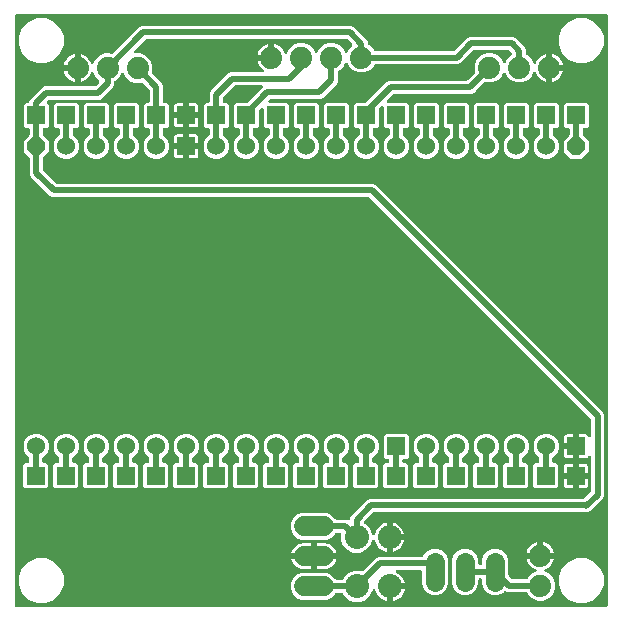
<source format=gbr>
G04 EAGLE Gerber RS-274X export*
G75*
%MOMM*%
%FSLAX34Y34*%
%LPD*%
%INBottom Copper*%
%IPPOS*%
%AMOC8*
5,1,8,0,0,1.08239X$1,22.5*%
G01*
%ADD10C,2.032000*%
%ADD11C,1.879600*%
%ADD12C,1.676400*%
%ADD13C,1.650000*%
%ADD14P,1.649562X8X292.500000*%
%ADD15C,1.524000*%
%ADD16R,1.524000X1.524000*%
%ADD17C,0.508000*%

G36*
X503800Y3064D02*
X503800Y3064D01*
X503919Y3071D01*
X503957Y3084D01*
X503998Y3089D01*
X504108Y3132D01*
X504221Y3169D01*
X504256Y3191D01*
X504293Y3206D01*
X504389Y3275D01*
X504490Y3339D01*
X504518Y3369D01*
X504551Y3392D01*
X504627Y3484D01*
X504708Y3571D01*
X504728Y3606D01*
X504753Y3637D01*
X504804Y3745D01*
X504862Y3849D01*
X504872Y3889D01*
X504889Y3925D01*
X504911Y4042D01*
X504941Y4157D01*
X504945Y4217D01*
X504949Y4237D01*
X504947Y4258D01*
X504951Y4318D01*
X504951Y503682D01*
X504936Y503800D01*
X504929Y503919D01*
X504916Y503957D01*
X504911Y503998D01*
X504868Y504108D01*
X504831Y504221D01*
X504809Y504256D01*
X504794Y504293D01*
X504725Y504389D01*
X504661Y504490D01*
X504631Y504518D01*
X504608Y504551D01*
X504516Y504627D01*
X504429Y504708D01*
X504394Y504728D01*
X504363Y504753D01*
X504255Y504804D01*
X504151Y504862D01*
X504111Y504872D01*
X504075Y504889D01*
X503958Y504911D01*
X503843Y504941D01*
X503783Y504945D01*
X503763Y504949D01*
X503742Y504947D01*
X503682Y504951D01*
X4318Y504951D01*
X4200Y504936D01*
X4081Y504929D01*
X4043Y504916D01*
X4002Y504911D01*
X3892Y504868D01*
X3779Y504831D01*
X3744Y504809D01*
X3707Y504794D01*
X3611Y504725D01*
X3510Y504661D01*
X3482Y504631D01*
X3449Y504608D01*
X3373Y504516D01*
X3292Y504429D01*
X3272Y504394D01*
X3247Y504363D01*
X3196Y504255D01*
X3138Y504151D01*
X3128Y504111D01*
X3111Y504075D01*
X3089Y503958D01*
X3059Y503843D01*
X3055Y503783D01*
X3051Y503763D01*
X3053Y503742D01*
X3049Y503682D01*
X3049Y4318D01*
X3064Y4200D01*
X3071Y4081D01*
X3084Y4043D01*
X3089Y4002D01*
X3132Y3892D01*
X3169Y3779D01*
X3191Y3744D01*
X3206Y3707D01*
X3275Y3611D01*
X3339Y3510D01*
X3369Y3482D01*
X3392Y3449D01*
X3484Y3373D01*
X3571Y3292D01*
X3606Y3272D01*
X3637Y3247D01*
X3745Y3196D01*
X3849Y3138D01*
X3889Y3128D01*
X3925Y3111D01*
X4042Y3089D01*
X4157Y3059D01*
X4217Y3055D01*
X4237Y3051D01*
X4258Y3053D01*
X4318Y3049D01*
X503682Y3049D01*
X503800Y3064D01*
G37*
%LPC*%
G36*
X289727Y49021D02*
X289727Y49021D01*
X284872Y51032D01*
X281156Y54748D01*
X279145Y59603D01*
X279145Y64770D01*
X279130Y64888D01*
X279123Y65007D01*
X279110Y65045D01*
X279105Y65086D01*
X279062Y65196D01*
X279025Y65309D01*
X279003Y65344D01*
X278988Y65381D01*
X278919Y65477D01*
X278855Y65578D01*
X278825Y65606D01*
X278802Y65639D01*
X278710Y65715D01*
X278623Y65796D01*
X278588Y65816D01*
X278557Y65841D01*
X278449Y65892D01*
X278345Y65950D01*
X278305Y65960D01*
X278269Y65977D01*
X278152Y65999D01*
X278037Y66029D01*
X277977Y66033D01*
X277957Y66037D01*
X277936Y66035D01*
X277876Y66039D01*
X275574Y66039D01*
X275544Y66036D01*
X275515Y66038D01*
X275387Y66016D01*
X275258Y65999D01*
X275231Y65989D01*
X275202Y65983D01*
X275083Y65930D01*
X274962Y65882D01*
X274939Y65865D01*
X274912Y65853D01*
X274810Y65772D01*
X274705Y65696D01*
X274686Y65673D01*
X274663Y65654D01*
X274585Y65550D01*
X274502Y65451D01*
X274490Y65424D01*
X274472Y65400D01*
X274401Y65256D01*
X274358Y65153D01*
X271143Y61937D01*
X266942Y60197D01*
X245630Y60197D01*
X241429Y61937D01*
X238213Y65153D01*
X236473Y69354D01*
X236473Y73902D01*
X238213Y78103D01*
X241429Y81319D01*
X245630Y83059D01*
X266942Y83059D01*
X271143Y81319D01*
X274358Y78103D01*
X274401Y78000D01*
X274416Y77975D01*
X274425Y77947D01*
X274494Y77837D01*
X274559Y77724D01*
X274579Y77703D01*
X274595Y77678D01*
X274690Y77589D01*
X274780Y77496D01*
X274805Y77480D01*
X274827Y77460D01*
X274940Y77397D01*
X275051Y77329D01*
X275079Y77321D01*
X275105Y77306D01*
X275231Y77274D01*
X275355Y77236D01*
X275384Y77234D01*
X275413Y77227D01*
X275574Y77217D01*
X284068Y77217D01*
X285010Y76826D01*
X285058Y76813D01*
X285103Y76792D01*
X285211Y76771D01*
X285317Y76742D01*
X285367Y76742D01*
X285416Y76732D01*
X285525Y76739D01*
X285635Y76737D01*
X285683Y76749D01*
X285733Y76752D01*
X285837Y76786D01*
X285944Y76811D01*
X285988Y76835D01*
X286035Y76850D01*
X286128Y76909D01*
X286225Y76960D01*
X286262Y76994D01*
X286304Y77020D01*
X286379Y77100D01*
X286461Y77174D01*
X286488Y77216D01*
X286522Y77252D01*
X286575Y77348D01*
X286635Y77440D01*
X286652Y77487D01*
X286676Y77530D01*
X286703Y77636D01*
X286739Y77741D01*
X286743Y77790D01*
X286755Y77838D01*
X286765Y77999D01*
X286765Y78074D01*
X287616Y80128D01*
X301380Y93892D01*
X303434Y94743D01*
X484331Y94743D01*
X484430Y94755D01*
X484529Y94758D01*
X484587Y94775D01*
X484647Y94783D01*
X484739Y94819D01*
X484834Y94847D01*
X484886Y94877D01*
X484943Y94900D01*
X485023Y94958D01*
X485108Y95008D01*
X485183Y95074D01*
X485200Y95086D01*
X485208Y95096D01*
X485229Y95114D01*
X490483Y100368D01*
X490543Y100446D01*
X490611Y100519D01*
X490640Y100572D01*
X490677Y100619D01*
X490717Y100710D01*
X490765Y100797D01*
X490780Y100856D01*
X490804Y100911D01*
X490819Y101009D01*
X490844Y101105D01*
X490850Y101205D01*
X490854Y101225D01*
X490852Y101238D01*
X490854Y101266D01*
X490854Y130597D01*
X490835Y130748D01*
X490818Y130899D01*
X490815Y130905D01*
X490814Y130912D01*
X490759Y131052D01*
X490704Y131196D01*
X490700Y131202D01*
X490697Y131208D01*
X490608Y131331D01*
X490520Y131455D01*
X490515Y131460D01*
X490511Y131465D01*
X490392Y131563D01*
X490277Y131661D01*
X490271Y131664D01*
X490266Y131668D01*
X490128Y131733D01*
X489991Y131799D01*
X489984Y131801D01*
X489978Y131804D01*
X489830Y131832D01*
X489679Y131862D01*
X489672Y131862D01*
X489666Y131863D01*
X489514Y131854D01*
X489361Y131846D01*
X489355Y131844D01*
X489348Y131844D01*
X489203Y131797D01*
X489058Y131751D01*
X489052Y131748D01*
X489046Y131746D01*
X488917Y131664D01*
X488787Y131584D01*
X488783Y131579D01*
X488777Y131575D01*
X488672Y131464D01*
X488567Y131355D01*
X488564Y131349D01*
X488559Y131344D01*
X488485Y131210D01*
X488410Y131078D01*
X488408Y131069D01*
X488405Y131065D01*
X488403Y131055D01*
X488359Y130925D01*
X488270Y130591D01*
X487935Y130012D01*
X487462Y129539D01*
X486883Y129204D01*
X486236Y129031D01*
X480821Y129031D01*
X480821Y137922D01*
X480806Y138040D01*
X480799Y138159D01*
X480786Y138197D01*
X480781Y138237D01*
X480738Y138348D01*
X480701Y138461D01*
X480679Y138495D01*
X480664Y138533D01*
X480594Y138629D01*
X480531Y138730D01*
X480501Y138758D01*
X480477Y138790D01*
X480386Y138866D01*
X480299Y138948D01*
X480264Y138967D01*
X480233Y138993D01*
X480125Y139044D01*
X480021Y139101D01*
X479981Y139112D01*
X479945Y139129D01*
X479828Y139151D01*
X479713Y139181D01*
X479652Y139185D01*
X479632Y139189D01*
X479612Y139187D01*
X479552Y139191D01*
X478281Y139191D01*
X478281Y139193D01*
X479552Y139193D01*
X479670Y139208D01*
X479789Y139215D01*
X479827Y139228D01*
X479867Y139233D01*
X479978Y139277D01*
X480091Y139313D01*
X480126Y139335D01*
X480163Y139350D01*
X480259Y139420D01*
X480360Y139483D01*
X480388Y139513D01*
X480421Y139537D01*
X480496Y139628D01*
X480578Y139715D01*
X480598Y139750D01*
X480623Y139782D01*
X480674Y139889D01*
X480732Y139994D01*
X480742Y140033D01*
X480759Y140069D01*
X480781Y140186D01*
X480811Y140301D01*
X480815Y140362D01*
X480819Y140382D01*
X480817Y140402D01*
X480821Y140462D01*
X480821Y149353D01*
X486236Y149353D01*
X486883Y149180D01*
X487462Y148845D01*
X487935Y148372D01*
X488270Y147793D01*
X488359Y147459D01*
X488417Y147318D01*
X488473Y147176D01*
X488477Y147171D01*
X488479Y147164D01*
X488571Y147040D01*
X488659Y146919D01*
X488665Y146914D01*
X488669Y146909D01*
X488787Y146813D01*
X488904Y146716D01*
X488911Y146713D01*
X488916Y146709D01*
X489055Y146645D01*
X489192Y146580D01*
X489199Y146579D01*
X489205Y146576D01*
X489356Y146549D01*
X489505Y146521D01*
X489511Y146521D01*
X489518Y146520D01*
X489670Y146531D01*
X489822Y146540D01*
X489828Y146542D01*
X489835Y146543D01*
X489980Y146592D01*
X490124Y146638D01*
X490130Y146642D01*
X490137Y146644D01*
X490264Y146727D01*
X490393Y146809D01*
X490398Y146814D01*
X490403Y146817D01*
X490506Y146928D01*
X490611Y147040D01*
X490614Y147046D01*
X490619Y147051D01*
X490691Y147185D01*
X490765Y147319D01*
X490766Y147325D01*
X490769Y147331D01*
X490806Y147479D01*
X490844Y147627D01*
X490845Y147636D01*
X490846Y147640D01*
X490846Y147651D01*
X490854Y147787D01*
X490854Y161878D01*
X490842Y161977D01*
X490839Y162076D01*
X490822Y162134D01*
X490814Y162194D01*
X490778Y162286D01*
X490750Y162381D01*
X490720Y162433D01*
X490697Y162490D01*
X490639Y162570D01*
X490589Y162655D01*
X490523Y162730D01*
X490511Y162747D01*
X490501Y162755D01*
X490483Y162776D01*
X303365Y349894D01*
X303287Y349954D01*
X303214Y350022D01*
X303161Y350051D01*
X303114Y350088D01*
X303023Y350128D01*
X302936Y350176D01*
X302877Y350191D01*
X302822Y350215D01*
X302724Y350230D01*
X302628Y350255D01*
X302528Y350261D01*
X302508Y350265D01*
X302495Y350263D01*
X302467Y350265D01*
X34702Y350265D01*
X32648Y351116D01*
X16344Y367420D01*
X15493Y369474D01*
X15493Y383167D01*
X15481Y383265D01*
X15478Y383364D01*
X15461Y383423D01*
X15453Y383483D01*
X15417Y383575D01*
X15389Y383670D01*
X15359Y383722D01*
X15336Y383778D01*
X15278Y383858D01*
X15228Y383944D01*
X15162Y384019D01*
X15150Y384036D01*
X15140Y384043D01*
X15122Y384065D01*
X10413Y388773D01*
X10413Y397611D01*
X15122Y402319D01*
X15182Y402398D01*
X15250Y402470D01*
X15279Y402523D01*
X15316Y402571D01*
X15356Y402662D01*
X15404Y402748D01*
X15419Y402807D01*
X15443Y402862D01*
X15458Y402960D01*
X15483Y403056D01*
X15489Y403156D01*
X15493Y403177D01*
X15491Y403189D01*
X15493Y403217D01*
X15493Y407416D01*
X15478Y407534D01*
X15471Y407653D01*
X15458Y407691D01*
X15453Y407732D01*
X15410Y407842D01*
X15373Y407955D01*
X15351Y407990D01*
X15336Y408027D01*
X15267Y408123D01*
X15203Y408224D01*
X15173Y408252D01*
X15150Y408285D01*
X15058Y408361D01*
X14971Y408442D01*
X14936Y408462D01*
X14905Y408487D01*
X14797Y408538D01*
X14693Y408596D01*
X14653Y408606D01*
X14617Y408623D01*
X14500Y408645D01*
X14385Y408675D01*
X14325Y408679D01*
X14305Y408683D01*
X14284Y408681D01*
X14224Y408685D01*
X12199Y408685D01*
X10413Y410471D01*
X10413Y428237D01*
X12199Y430023D01*
X14290Y430023D01*
X14319Y430026D01*
X14349Y430024D01*
X14477Y430046D01*
X14606Y430063D01*
X14633Y430073D01*
X14662Y430078D01*
X14781Y430132D01*
X14901Y430180D01*
X14925Y430197D01*
X14952Y430209D01*
X15054Y430290D01*
X15159Y430366D01*
X15178Y430389D01*
X15201Y430408D01*
X15279Y430511D01*
X15362Y430611D01*
X15374Y430638D01*
X15392Y430662D01*
X15463Y430806D01*
X16344Y432934D01*
X26552Y443142D01*
X28606Y443993D01*
X70565Y443993D01*
X70664Y444005D01*
X70763Y444008D01*
X70821Y444025D01*
X70881Y444033D01*
X70973Y444069D01*
X71068Y444097D01*
X71120Y444127D01*
X71177Y444150D01*
X71257Y444208D01*
X71342Y444258D01*
X71417Y444324D01*
X71434Y444336D01*
X71442Y444346D01*
X71463Y444364D01*
X74361Y447262D01*
X74434Y447356D01*
X74512Y447445D01*
X74531Y447481D01*
X74555Y447513D01*
X74603Y447623D01*
X74657Y447729D01*
X74666Y447768D01*
X74682Y447805D01*
X74700Y447923D01*
X74727Y448039D01*
X74725Y448079D01*
X74732Y448119D01*
X74720Y448238D01*
X74717Y448357D01*
X74706Y448396D01*
X74702Y448436D01*
X74662Y448548D01*
X74628Y448662D01*
X74608Y448697D01*
X74594Y448735D01*
X74527Y448834D01*
X74467Y448936D01*
X74427Y448982D01*
X74416Y448998D01*
X74400Y449012D01*
X74361Y449057D01*
X70982Y452436D01*
X69729Y455461D01*
X69714Y455487D01*
X69705Y455516D01*
X69636Y455625D01*
X69571Y455738D01*
X69550Y455759D01*
X69534Y455784D01*
X69440Y455873D01*
X69350Y455966D01*
X69324Y455982D01*
X69303Y456002D01*
X69189Y456065D01*
X69079Y456132D01*
X69050Y456141D01*
X69024Y456155D01*
X68898Y456188D01*
X68775Y456226D01*
X68745Y456227D01*
X68716Y456235D01*
X68586Y456235D01*
X68457Y456241D01*
X68428Y456235D01*
X68398Y456235D01*
X68272Y456203D01*
X68146Y456177D01*
X68119Y456164D01*
X68090Y456156D01*
X67976Y456094D01*
X67860Y456037D01*
X67837Y456018D01*
X67811Y456003D01*
X67716Y455915D01*
X67618Y455831D01*
X67601Y455806D01*
X67579Y455786D01*
X67510Y455677D01*
X67435Y455571D01*
X67424Y455543D01*
X67408Y455517D01*
X67349Y455368D01*
X67198Y454903D01*
X66345Y453229D01*
X65240Y451708D01*
X63912Y450380D01*
X62391Y449275D01*
X60717Y448422D01*
X58930Y447841D01*
X58673Y447801D01*
X58673Y458216D01*
X58658Y458334D01*
X58651Y458453D01*
X58638Y458491D01*
X58633Y458531D01*
X58590Y458642D01*
X58553Y458755D01*
X58531Y458789D01*
X58516Y458827D01*
X58446Y458923D01*
X58383Y459024D01*
X58353Y459052D01*
X58329Y459084D01*
X58238Y459160D01*
X58151Y459242D01*
X58116Y459261D01*
X58085Y459287D01*
X57977Y459338D01*
X57873Y459395D01*
X57833Y459406D01*
X57797Y459423D01*
X57680Y459445D01*
X57565Y459475D01*
X57504Y459479D01*
X57484Y459483D01*
X57464Y459481D01*
X57404Y459485D01*
X56133Y459485D01*
X56133Y459487D01*
X57404Y459487D01*
X57522Y459502D01*
X57641Y459509D01*
X57679Y459522D01*
X57719Y459527D01*
X57830Y459571D01*
X57943Y459607D01*
X57978Y459629D01*
X58015Y459644D01*
X58111Y459714D01*
X58212Y459777D01*
X58240Y459807D01*
X58273Y459831D01*
X58348Y459922D01*
X58430Y460009D01*
X58450Y460044D01*
X58475Y460076D01*
X58526Y460183D01*
X58584Y460288D01*
X58594Y460327D01*
X58611Y460363D01*
X58633Y460480D01*
X58663Y460595D01*
X58667Y460656D01*
X58671Y460676D01*
X58669Y460696D01*
X58673Y460756D01*
X58673Y471171D01*
X58930Y471131D01*
X60717Y470550D01*
X62391Y469697D01*
X63912Y468592D01*
X65240Y467264D01*
X66345Y465743D01*
X67198Y464069D01*
X67349Y463604D01*
X67362Y463577D01*
X67369Y463548D01*
X67429Y463433D01*
X67484Y463316D01*
X67503Y463293D01*
X67517Y463267D01*
X67605Y463171D01*
X67687Y463071D01*
X67711Y463054D01*
X67731Y463032D01*
X67840Y462960D01*
X67944Y462884D01*
X67972Y462873D01*
X67997Y462857D01*
X68120Y462815D01*
X68240Y462767D01*
X68270Y462763D01*
X68298Y462754D01*
X68427Y462743D01*
X68555Y462727D01*
X68585Y462731D01*
X68615Y462728D01*
X68743Y462751D01*
X68871Y462767D01*
X68899Y462778D01*
X68928Y462783D01*
X69046Y462836D01*
X69167Y462884D01*
X69191Y462901D01*
X69218Y462913D01*
X69319Y462994D01*
X69424Y463070D01*
X69443Y463093D01*
X69467Y463112D01*
X69544Y463215D01*
X69627Y463315D01*
X69640Y463342D01*
X69658Y463366D01*
X69729Y463511D01*
X70982Y466536D01*
X74484Y470038D01*
X79058Y471933D01*
X84010Y471933D01*
X84688Y471652D01*
X84717Y471644D01*
X84743Y471631D01*
X84870Y471602D01*
X84995Y471568D01*
X85024Y471567D01*
X85053Y471561D01*
X85183Y471565D01*
X85313Y471563D01*
X85342Y471570D01*
X85371Y471571D01*
X85496Y471607D01*
X85622Y471637D01*
X85648Y471651D01*
X85677Y471659D01*
X85788Y471725D01*
X85903Y471786D01*
X85925Y471805D01*
X85950Y471821D01*
X86071Y471927D01*
X106844Y492699D01*
X108594Y494450D01*
X110648Y495301D01*
X287878Y495301D01*
X289932Y494450D01*
X301156Y483226D01*
X302007Y481172D01*
X302007Y480381D01*
X302010Y480352D01*
X302008Y480323D01*
X302030Y480195D01*
X302047Y480066D01*
X302057Y480038D01*
X302062Y480009D01*
X302116Y479891D01*
X302164Y479770D01*
X302181Y479746D01*
X302193Y479719D01*
X302274Y479618D01*
X302350Y479513D01*
X302373Y479494D01*
X302392Y479471D01*
X302495Y479393D01*
X302595Y479310D01*
X302622Y479297D01*
X302646Y479280D01*
X302790Y479209D01*
X303469Y478928D01*
X306970Y475427D01*
X307251Y474748D01*
X307265Y474723D01*
X307274Y474695D01*
X307344Y474585D01*
X307408Y474472D01*
X307429Y474451D01*
X307445Y474426D01*
X307539Y474337D01*
X307630Y474244D01*
X307655Y474228D01*
X307676Y474208D01*
X307790Y474145D01*
X307901Y474077D01*
X307929Y474069D01*
X307955Y474054D01*
X308080Y474022D01*
X308205Y473984D01*
X308234Y473982D01*
X308263Y473975D01*
X308423Y473965D01*
X374349Y473965D01*
X374448Y473977D01*
X374547Y473980D01*
X374605Y473997D01*
X374665Y474005D01*
X374757Y474041D01*
X374852Y474069D01*
X374904Y474099D01*
X374961Y474122D01*
X375041Y474180D01*
X375126Y474230D01*
X375201Y474296D01*
X375218Y474308D01*
X375226Y474318D01*
X375247Y474336D01*
X386216Y485306D01*
X388270Y486157D01*
X424784Y486157D01*
X426838Y485306D01*
X435014Y477130D01*
X435865Y475076D01*
X435865Y471745D01*
X435868Y471716D01*
X435866Y471687D01*
X435888Y471559D01*
X435905Y471430D01*
X435915Y471402D01*
X435920Y471373D01*
X435974Y471255D01*
X436022Y471134D01*
X436039Y471110D01*
X436051Y471083D01*
X436132Y470982D01*
X436208Y470877D01*
X436231Y470858D01*
X436250Y470835D01*
X436353Y470757D01*
X436453Y470674D01*
X436480Y470661D01*
X436504Y470644D01*
X436648Y470573D01*
X437326Y470292D01*
X440828Y466790D01*
X442081Y463765D01*
X442096Y463739D01*
X442105Y463710D01*
X442175Y463601D01*
X442239Y463488D01*
X442260Y463467D01*
X442276Y463442D01*
X442370Y463353D01*
X442460Y463260D01*
X442486Y463244D01*
X442507Y463224D01*
X442621Y463161D01*
X442731Y463094D01*
X442760Y463085D01*
X442786Y463071D01*
X442911Y463038D01*
X443035Y463000D01*
X443065Y462999D01*
X443094Y462991D01*
X443224Y462991D01*
X443353Y462985D01*
X443382Y462991D01*
X443412Y462991D01*
X443537Y463023D01*
X443664Y463049D01*
X443691Y463062D01*
X443720Y463070D01*
X443833Y463132D01*
X443950Y463189D01*
X443973Y463208D01*
X443999Y463223D01*
X444093Y463311D01*
X444192Y463395D01*
X444209Y463420D01*
X444231Y463440D01*
X444300Y463549D01*
X444375Y463655D01*
X444386Y463683D01*
X444402Y463709D01*
X444461Y463858D01*
X444612Y464323D01*
X445465Y465997D01*
X446570Y467518D01*
X447898Y468846D01*
X449419Y469951D01*
X451093Y470804D01*
X452880Y471385D01*
X453137Y471425D01*
X453137Y461010D01*
X453152Y460892D01*
X453159Y460773D01*
X453172Y460735D01*
X453177Y460695D01*
X453220Y460584D01*
X453257Y460471D01*
X453279Y460437D01*
X453294Y460399D01*
X453364Y460303D01*
X453427Y460202D01*
X453457Y460174D01*
X453480Y460142D01*
X453572Y460066D01*
X453659Y459984D01*
X453694Y459965D01*
X453725Y459939D01*
X453833Y459888D01*
X453937Y459831D01*
X453977Y459820D01*
X454013Y459803D01*
X454130Y459781D01*
X454245Y459751D01*
X454306Y459747D01*
X454326Y459743D01*
X454346Y459745D01*
X454406Y459741D01*
X455677Y459741D01*
X455677Y459739D01*
X454406Y459739D01*
X454288Y459724D01*
X454169Y459717D01*
X454131Y459704D01*
X454090Y459699D01*
X453980Y459655D01*
X453867Y459619D01*
X453832Y459597D01*
X453795Y459582D01*
X453699Y459512D01*
X453598Y459449D01*
X453570Y459419D01*
X453537Y459395D01*
X453462Y459304D01*
X453380Y459217D01*
X453360Y459182D01*
X453335Y459150D01*
X453284Y459043D01*
X453226Y458938D01*
X453216Y458899D01*
X453199Y458863D01*
X453177Y458746D01*
X453147Y458631D01*
X453143Y458570D01*
X453139Y458550D01*
X453141Y458530D01*
X453137Y458470D01*
X453137Y448055D01*
X452880Y448095D01*
X451093Y448676D01*
X449419Y449529D01*
X447898Y450634D01*
X446570Y451962D01*
X445465Y453483D01*
X444612Y455157D01*
X444461Y455622D01*
X444448Y455649D01*
X444441Y455678D01*
X444381Y455792D01*
X444326Y455910D01*
X444307Y455933D01*
X444293Y455959D01*
X444206Y456055D01*
X444123Y456155D01*
X444099Y456172D01*
X444079Y456194D01*
X443970Y456266D01*
X443866Y456342D01*
X443838Y456353D01*
X443813Y456369D01*
X443690Y456411D01*
X443570Y456459D01*
X443540Y456463D01*
X443512Y456472D01*
X443383Y456483D01*
X443255Y456499D01*
X443225Y456495D01*
X443195Y456498D01*
X443067Y456475D01*
X442939Y456459D01*
X442911Y456448D01*
X442882Y456443D01*
X442764Y456390D01*
X442643Y456342D01*
X442619Y456325D01*
X442592Y456313D01*
X442491Y456232D01*
X442386Y456156D01*
X442367Y456133D01*
X442343Y456114D01*
X442265Y456010D01*
X442183Y455911D01*
X442170Y455884D01*
X442152Y455860D01*
X442081Y455715D01*
X440828Y452690D01*
X437326Y449188D01*
X432752Y447293D01*
X427800Y447293D01*
X423226Y449188D01*
X419724Y452690D01*
X418749Y455045D01*
X418680Y455165D01*
X418615Y455288D01*
X418601Y455303D01*
X418591Y455321D01*
X418494Y455421D01*
X418401Y455524D01*
X418384Y455535D01*
X418370Y455549D01*
X418251Y455622D01*
X418135Y455698D01*
X418116Y455705D01*
X418099Y455716D01*
X417966Y455756D01*
X417834Y455802D01*
X417814Y455803D01*
X417795Y455809D01*
X417656Y455816D01*
X417517Y455827D01*
X417497Y455823D01*
X417477Y455824D01*
X417341Y455796D01*
X417204Y455772D01*
X417185Y455764D01*
X417166Y455760D01*
X417040Y455699D01*
X416914Y455642D01*
X416898Y455629D01*
X416880Y455620D01*
X416774Y455530D01*
X416666Y455443D01*
X416653Y455427D01*
X416638Y455414D01*
X416558Y455300D01*
X416474Y455189D01*
X416462Y455164D01*
X416455Y455154D01*
X416448Y455135D01*
X416403Y455045D01*
X415428Y452690D01*
X411926Y449188D01*
X407352Y447293D01*
X402400Y447293D01*
X401722Y447574D01*
X401694Y447582D01*
X401667Y447595D01*
X401540Y447624D01*
X401415Y447658D01*
X401386Y447659D01*
X401357Y447665D01*
X401227Y447661D01*
X401097Y447663D01*
X401068Y447656D01*
X401039Y447655D01*
X400914Y447619D01*
X400788Y447589D01*
X400762Y447575D01*
X400733Y447567D01*
X400622Y447501D01*
X400507Y447440D01*
X400485Y447421D01*
X400460Y447405D01*
X400339Y447299D01*
X393282Y440243D01*
X391532Y438492D01*
X389478Y437641D01*
X324151Y437641D01*
X324052Y437629D01*
X323953Y437626D01*
X323895Y437609D01*
X323835Y437601D01*
X323743Y437565D01*
X323648Y437537D01*
X323596Y437507D01*
X323539Y437484D01*
X323459Y437426D01*
X323374Y437376D01*
X323299Y437310D01*
X323282Y437298D01*
X323274Y437288D01*
X323253Y437270D01*
X318173Y432189D01*
X318088Y432080D01*
X317999Y431973D01*
X317991Y431954D01*
X317978Y431938D01*
X317923Y431810D01*
X317864Y431685D01*
X317860Y431665D01*
X317852Y431646D01*
X317830Y431508D01*
X317804Y431372D01*
X317805Y431352D01*
X317802Y431332D01*
X317815Y431193D01*
X317824Y431055D01*
X317830Y431036D01*
X317832Y431016D01*
X317879Y430884D01*
X317922Y430753D01*
X317933Y430735D01*
X317939Y430716D01*
X318017Y430601D01*
X318092Y430484D01*
X318107Y430470D01*
X318118Y430453D01*
X318222Y430361D01*
X318323Y430266D01*
X318341Y430256D01*
X318356Y430243D01*
X318481Y430179D01*
X318602Y430112D01*
X318622Y430107D01*
X318640Y430098D01*
X318775Y430068D01*
X318910Y430033D01*
X318938Y430031D01*
X318950Y430028D01*
X318970Y430029D01*
X319071Y430023D01*
X334765Y430023D01*
X336551Y428237D01*
X336551Y410471D01*
X334765Y408685D01*
X332740Y408685D01*
X332622Y408670D01*
X332503Y408663D01*
X332465Y408650D01*
X332424Y408645D01*
X332314Y408602D01*
X332201Y408565D01*
X332166Y408543D01*
X332129Y408528D01*
X332033Y408459D01*
X331932Y408395D01*
X331904Y408365D01*
X331871Y408342D01*
X331795Y408250D01*
X331714Y408163D01*
X331694Y408128D01*
X331669Y408097D01*
X331618Y407989D01*
X331560Y407885D01*
X331550Y407845D01*
X331533Y407809D01*
X331511Y407692D01*
X331481Y407577D01*
X331477Y407517D01*
X331473Y407497D01*
X331475Y407476D01*
X331471Y407416D01*
X331471Y403217D01*
X331483Y403119D01*
X331486Y403020D01*
X331503Y402961D01*
X331511Y402901D01*
X331547Y402809D01*
X331575Y402714D01*
X331605Y402662D01*
X331628Y402606D01*
X331686Y402525D01*
X331736Y402440D01*
X331802Y402365D01*
X331814Y402348D01*
X331824Y402340D01*
X331842Y402319D01*
X334927Y399235D01*
X336551Y395314D01*
X336551Y391070D01*
X334927Y387149D01*
X331925Y384147D01*
X328004Y382523D01*
X323760Y382523D01*
X319839Y384147D01*
X316837Y387149D01*
X315213Y391070D01*
X315213Y395314D01*
X316837Y399235D01*
X319922Y402319D01*
X319982Y402398D01*
X320050Y402470D01*
X320079Y402523D01*
X320116Y402571D01*
X320156Y402662D01*
X320204Y402748D01*
X320219Y402807D01*
X320243Y402862D01*
X320258Y402960D01*
X320283Y403056D01*
X320289Y403156D01*
X320293Y403177D01*
X320291Y403189D01*
X320293Y403217D01*
X320293Y407416D01*
X320278Y407534D01*
X320271Y407653D01*
X320258Y407691D01*
X320253Y407732D01*
X320210Y407842D01*
X320173Y407955D01*
X320151Y407990D01*
X320136Y408027D01*
X320067Y408123D01*
X320003Y408224D01*
X319973Y408252D01*
X319950Y408285D01*
X319858Y408361D01*
X319771Y408442D01*
X319736Y408462D01*
X319705Y408487D01*
X319597Y408538D01*
X319493Y408596D01*
X319453Y408606D01*
X319417Y408623D01*
X319300Y408645D01*
X319185Y408675D01*
X319125Y408679D01*
X319105Y408683D01*
X319084Y408681D01*
X319024Y408685D01*
X316999Y408685D01*
X315213Y410471D01*
X315213Y426165D01*
X315196Y426303D01*
X315183Y426442D01*
X315176Y426461D01*
X315173Y426481D01*
X315122Y426610D01*
X315075Y426741D01*
X315064Y426758D01*
X315056Y426777D01*
X314975Y426889D01*
X314897Y427004D01*
X314881Y427018D01*
X314870Y427034D01*
X314762Y427123D01*
X314658Y427215D01*
X314640Y427224D01*
X314625Y427237D01*
X314499Y427296D01*
X314375Y427359D01*
X314355Y427364D01*
X314337Y427372D01*
X314200Y427398D01*
X314065Y427429D01*
X314044Y427428D01*
X314025Y427432D01*
X313886Y427423D01*
X313747Y427419D01*
X313727Y427414D01*
X313707Y427412D01*
X313575Y427370D01*
X313441Y427331D01*
X313424Y427321D01*
X313405Y427314D01*
X313287Y427240D01*
X313167Y427169D01*
X313146Y427151D01*
X313136Y427144D01*
X313122Y427129D01*
X313047Y427063D01*
X311522Y425539D01*
X311462Y425461D01*
X311394Y425388D01*
X311365Y425335D01*
X311328Y425288D01*
X311288Y425197D01*
X311240Y425110D01*
X311225Y425051D01*
X311201Y424996D01*
X311186Y424898D01*
X311161Y424802D01*
X311155Y424702D01*
X311151Y424682D01*
X311153Y424669D01*
X311151Y424641D01*
X311151Y410471D01*
X309365Y408685D01*
X307340Y408685D01*
X307222Y408670D01*
X307103Y408663D01*
X307065Y408650D01*
X307024Y408645D01*
X306914Y408602D01*
X306801Y408565D01*
X306766Y408543D01*
X306729Y408528D01*
X306633Y408459D01*
X306532Y408395D01*
X306504Y408365D01*
X306471Y408342D01*
X306395Y408250D01*
X306314Y408163D01*
X306294Y408128D01*
X306269Y408097D01*
X306218Y407989D01*
X306160Y407885D01*
X306150Y407845D01*
X306133Y407809D01*
X306111Y407692D01*
X306081Y407577D01*
X306077Y407517D01*
X306073Y407497D01*
X306075Y407476D01*
X306071Y407416D01*
X306071Y403217D01*
X306083Y403119D01*
X306086Y403020D01*
X306103Y402961D01*
X306111Y402901D01*
X306147Y402809D01*
X306175Y402714D01*
X306205Y402662D01*
X306228Y402606D01*
X306286Y402525D01*
X306336Y402440D01*
X306402Y402365D01*
X306414Y402348D01*
X306424Y402340D01*
X306442Y402319D01*
X309527Y399235D01*
X311151Y395314D01*
X311151Y391070D01*
X309527Y387149D01*
X306525Y384147D01*
X302604Y382523D01*
X298360Y382523D01*
X294439Y384147D01*
X291437Y387149D01*
X289813Y391070D01*
X289813Y395314D01*
X291437Y399235D01*
X294522Y402319D01*
X294582Y402398D01*
X294650Y402470D01*
X294679Y402523D01*
X294716Y402571D01*
X294756Y402662D01*
X294804Y402748D01*
X294819Y402807D01*
X294843Y402862D01*
X294858Y402960D01*
X294883Y403056D01*
X294889Y403156D01*
X294893Y403177D01*
X294891Y403189D01*
X294893Y403217D01*
X294893Y407416D01*
X294878Y407534D01*
X294871Y407653D01*
X294858Y407691D01*
X294853Y407732D01*
X294810Y407842D01*
X294773Y407955D01*
X294751Y407990D01*
X294736Y408027D01*
X294667Y408123D01*
X294603Y408224D01*
X294573Y408252D01*
X294550Y408285D01*
X294458Y408361D01*
X294371Y408442D01*
X294336Y408462D01*
X294305Y408487D01*
X294197Y408538D01*
X294093Y408596D01*
X294053Y408606D01*
X294017Y408623D01*
X293900Y408645D01*
X293785Y408675D01*
X293725Y408679D01*
X293705Y408683D01*
X293684Y408681D01*
X293624Y408685D01*
X291599Y408685D01*
X289813Y410471D01*
X289813Y428237D01*
X291599Y430023D01*
X299673Y430023D01*
X299772Y430035D01*
X299871Y430038D01*
X299929Y430055D01*
X299989Y430063D01*
X300081Y430099D01*
X300176Y430127D01*
X300228Y430157D01*
X300285Y430180D01*
X300365Y430238D01*
X300450Y430288D01*
X300525Y430354D01*
X300542Y430366D01*
X300550Y430376D01*
X300571Y430394D01*
X318144Y447968D01*
X320198Y448819D01*
X385525Y448819D01*
X385624Y448831D01*
X385723Y448834D01*
X385781Y448851D01*
X385841Y448859D01*
X385933Y448895D01*
X386028Y448923D01*
X386080Y448953D01*
X386137Y448976D01*
X386217Y449034D01*
X386302Y449084D01*
X386377Y449150D01*
X386394Y449162D01*
X386402Y449172D01*
X386423Y449190D01*
X392435Y455203D01*
X392453Y455226D01*
X392476Y455245D01*
X392550Y455351D01*
X392630Y455454D01*
X392642Y455481D01*
X392659Y455505D01*
X392705Y455626D01*
X392756Y455746D01*
X392761Y455775D01*
X392771Y455803D01*
X392786Y455932D01*
X392806Y456060D01*
X392803Y456089D01*
X392807Y456119D01*
X392789Y456247D01*
X392776Y456377D01*
X392766Y456404D01*
X392762Y456434D01*
X392710Y456586D01*
X392429Y457264D01*
X392429Y462216D01*
X394324Y466790D01*
X397826Y470292D01*
X402400Y472187D01*
X407352Y472187D01*
X411926Y470292D01*
X415428Y466790D01*
X416403Y464435D01*
X416472Y464315D01*
X416537Y464192D01*
X416551Y464177D01*
X416561Y464159D01*
X416658Y464059D01*
X416751Y463956D01*
X416768Y463945D01*
X416782Y463931D01*
X416900Y463858D01*
X417017Y463782D01*
X417036Y463775D01*
X417053Y463764D01*
X417186Y463724D01*
X417318Y463678D01*
X417338Y463677D01*
X417357Y463671D01*
X417496Y463664D01*
X417635Y463653D01*
X417655Y463657D01*
X417675Y463656D01*
X417811Y463684D01*
X417948Y463708D01*
X417967Y463716D01*
X417986Y463720D01*
X418111Y463781D01*
X418238Y463838D01*
X418254Y463851D01*
X418272Y463860D01*
X418378Y463950D01*
X418486Y464037D01*
X418499Y464053D01*
X418514Y464066D01*
X418594Y464180D01*
X418678Y464291D01*
X418690Y464316D01*
X418697Y464326D01*
X418704Y464345D01*
X418749Y464435D01*
X419724Y466790D01*
X423225Y470292D01*
X423464Y470391D01*
X423507Y470415D01*
X423554Y470432D01*
X423645Y470494D01*
X423740Y470548D01*
X423776Y470583D01*
X423817Y470611D01*
X423890Y470693D01*
X423969Y470769D01*
X423994Y470812D01*
X424027Y470849D01*
X424077Y470947D01*
X424135Y471041D01*
X424149Y471088D01*
X424172Y471132D01*
X424196Y471239D01*
X424228Y471344D01*
X424231Y471394D01*
X424242Y471443D01*
X424238Y471552D01*
X424244Y471662D01*
X424233Y471711D01*
X424232Y471760D01*
X424201Y471866D01*
X424179Y471974D01*
X424157Y472018D01*
X424144Y472066D01*
X424088Y472161D01*
X424040Y472259D01*
X424007Y472297D01*
X423982Y472340D01*
X423876Y472461D01*
X421729Y474608D01*
X421651Y474668D01*
X421578Y474736D01*
X421525Y474765D01*
X421478Y474802D01*
X421387Y474842D01*
X421300Y474890D01*
X421241Y474905D01*
X421186Y474929D01*
X421088Y474944D01*
X420992Y474969D01*
X420892Y474975D01*
X420872Y474979D01*
X420859Y474977D01*
X420831Y474979D01*
X392223Y474979D01*
X392124Y474967D01*
X392025Y474964D01*
X391967Y474947D01*
X391907Y474939D01*
X391815Y474903D01*
X391720Y474875D01*
X391668Y474845D01*
X391611Y474822D01*
X391531Y474764D01*
X391446Y474714D01*
X391371Y474648D01*
X391354Y474636D01*
X391346Y474626D01*
X391325Y474608D01*
X380356Y463638D01*
X378302Y462787D01*
X308423Y462787D01*
X308394Y462784D01*
X308365Y462786D01*
X308237Y462764D01*
X308108Y462747D01*
X308080Y462737D01*
X308051Y462732D01*
X307933Y462678D01*
X307812Y462630D01*
X307788Y462613D01*
X307761Y462601D01*
X307660Y462520D01*
X307555Y462444D01*
X307536Y462421D01*
X307513Y462402D01*
X307435Y462299D01*
X307352Y462199D01*
X307339Y462172D01*
X307322Y462148D01*
X307251Y462004D01*
X306970Y461325D01*
X303468Y457824D01*
X298894Y455929D01*
X293942Y455929D01*
X289368Y457824D01*
X285866Y461326D01*
X284891Y463681D01*
X284822Y463801D01*
X284757Y463924D01*
X284743Y463939D01*
X284733Y463957D01*
X284636Y464057D01*
X284543Y464160D01*
X284526Y464171D01*
X284512Y464185D01*
X284393Y464258D01*
X284277Y464334D01*
X284258Y464341D01*
X284241Y464352D01*
X284108Y464392D01*
X283976Y464438D01*
X283956Y464439D01*
X283937Y464445D01*
X283798Y464452D01*
X283659Y464463D01*
X283639Y464459D01*
X283619Y464460D01*
X283483Y464432D01*
X283346Y464408D01*
X283327Y464400D01*
X283308Y464396D01*
X283182Y464335D01*
X283056Y464278D01*
X283040Y464265D01*
X283022Y464256D01*
X282916Y464166D01*
X282808Y464079D01*
X282795Y464063D01*
X282780Y464050D01*
X282700Y463936D01*
X282616Y463825D01*
X282604Y463800D01*
X282597Y463790D01*
X282590Y463771D01*
X282545Y463681D01*
X281570Y461326D01*
X278069Y457824D01*
X277390Y457543D01*
X277365Y457529D01*
X277337Y457520D01*
X277227Y457450D01*
X277114Y457386D01*
X277093Y457365D01*
X277068Y457349D01*
X276979Y457255D01*
X276886Y457164D01*
X276870Y457139D01*
X276850Y457118D01*
X276787Y457004D01*
X276719Y456893D01*
X276711Y456865D01*
X276696Y456839D01*
X276664Y456714D01*
X276626Y456589D01*
X276624Y456560D01*
X276617Y456531D01*
X276607Y456371D01*
X276607Y447960D01*
X275756Y445906D01*
X264024Y434174D01*
X261970Y433323D01*
X219757Y433323D01*
X219658Y433311D01*
X219559Y433308D01*
X219501Y433291D01*
X219441Y433283D01*
X219349Y433247D01*
X219254Y433219D01*
X219202Y433189D01*
X219145Y433166D01*
X219065Y433108D01*
X218980Y433058D01*
X218905Y432992D01*
X218888Y432980D01*
X218880Y432970D01*
X218859Y432952D01*
X218097Y432189D01*
X218012Y432080D01*
X217923Y431973D01*
X217915Y431954D01*
X217902Y431938D01*
X217847Y431810D01*
X217788Y431685D01*
X217784Y431665D01*
X217776Y431646D01*
X217754Y431508D01*
X217728Y431372D01*
X217729Y431352D01*
X217726Y431332D01*
X217739Y431193D01*
X217748Y431055D01*
X217754Y431036D01*
X217756Y431016D01*
X217803Y430885D01*
X217846Y430753D01*
X217857Y430735D01*
X217863Y430716D01*
X217941Y430602D01*
X218016Y430484D01*
X218031Y430470D01*
X218042Y430453D01*
X218146Y430361D01*
X218247Y430266D01*
X218265Y430256D01*
X218280Y430243D01*
X218404Y430180D01*
X218526Y430112D01*
X218546Y430107D01*
X218564Y430098D01*
X218700Y430068D01*
X218834Y430033D01*
X218862Y430031D01*
X218874Y430028D01*
X218894Y430029D01*
X218995Y430023D01*
X233165Y430023D01*
X234951Y428237D01*
X234951Y410471D01*
X233165Y408685D01*
X231140Y408685D01*
X231022Y408670D01*
X230903Y408663D01*
X230865Y408650D01*
X230824Y408645D01*
X230714Y408602D01*
X230601Y408565D01*
X230566Y408543D01*
X230529Y408528D01*
X230433Y408459D01*
X230332Y408395D01*
X230304Y408365D01*
X230271Y408342D01*
X230195Y408250D01*
X230114Y408163D01*
X230094Y408128D01*
X230069Y408097D01*
X230018Y407989D01*
X229960Y407885D01*
X229950Y407845D01*
X229933Y407809D01*
X229911Y407692D01*
X229881Y407577D01*
X229877Y407517D01*
X229873Y407497D01*
X229875Y407476D01*
X229871Y407416D01*
X229871Y403217D01*
X229883Y403119D01*
X229886Y403020D01*
X229903Y402961D01*
X229911Y402901D01*
X229947Y402809D01*
X229975Y402714D01*
X230005Y402662D01*
X230028Y402606D01*
X230086Y402526D01*
X230136Y402440D01*
X230202Y402365D01*
X230214Y402348D01*
X230224Y402341D01*
X230242Y402319D01*
X233327Y399235D01*
X234951Y395314D01*
X234951Y391070D01*
X233327Y387149D01*
X230325Y384147D01*
X226404Y382523D01*
X222160Y382523D01*
X218239Y384147D01*
X215237Y387149D01*
X213613Y391070D01*
X213613Y395314D01*
X215237Y399235D01*
X218322Y402319D01*
X218382Y402398D01*
X218450Y402470D01*
X218479Y402523D01*
X218516Y402571D01*
X218556Y402662D01*
X218604Y402748D01*
X218619Y402807D01*
X218643Y402863D01*
X218658Y402960D01*
X218683Y403056D01*
X218689Y403156D01*
X218693Y403177D01*
X218691Y403189D01*
X218693Y403217D01*
X218693Y407416D01*
X218678Y407534D01*
X218671Y407653D01*
X218658Y407691D01*
X218653Y407732D01*
X218610Y407842D01*
X218573Y407955D01*
X218551Y407990D01*
X218536Y408027D01*
X218467Y408123D01*
X218403Y408224D01*
X218373Y408252D01*
X218350Y408285D01*
X218258Y408361D01*
X218171Y408442D01*
X218136Y408462D01*
X218105Y408487D01*
X217997Y408538D01*
X217893Y408596D01*
X217853Y408606D01*
X217817Y408623D01*
X217700Y408645D01*
X217585Y408675D01*
X217525Y408679D01*
X217505Y408683D01*
X217484Y408681D01*
X217424Y408685D01*
X215399Y408685D01*
X213613Y410471D01*
X213613Y424641D01*
X213596Y424779D01*
X213583Y424918D01*
X213576Y424937D01*
X213573Y424957D01*
X213522Y425086D01*
X213475Y425217D01*
X213464Y425234D01*
X213456Y425253D01*
X213375Y425365D01*
X213297Y425480D01*
X213281Y425494D01*
X213270Y425510D01*
X213162Y425599D01*
X213058Y425691D01*
X213040Y425700D01*
X213025Y425713D01*
X212899Y425772D01*
X212775Y425835D01*
X212755Y425840D01*
X212737Y425848D01*
X212601Y425874D01*
X212465Y425905D01*
X212444Y425904D01*
X212425Y425908D01*
X212286Y425899D01*
X212147Y425895D01*
X212127Y425890D01*
X212107Y425888D01*
X211975Y425846D01*
X211841Y425807D01*
X211824Y425797D01*
X211805Y425790D01*
X211687Y425716D01*
X211567Y425645D01*
X211546Y425627D01*
X211536Y425620D01*
X211522Y425605D01*
X211447Y425539D01*
X209922Y424015D01*
X209862Y423937D01*
X209794Y423864D01*
X209765Y423811D01*
X209728Y423764D01*
X209688Y423673D01*
X209640Y423586D01*
X209625Y423527D01*
X209601Y423472D01*
X209586Y423374D01*
X209561Y423278D01*
X209555Y423178D01*
X209551Y423158D01*
X209553Y423145D01*
X209551Y423117D01*
X209551Y410471D01*
X207765Y408685D01*
X205740Y408685D01*
X205622Y408670D01*
X205503Y408663D01*
X205465Y408650D01*
X205424Y408645D01*
X205314Y408602D01*
X205201Y408565D01*
X205166Y408543D01*
X205129Y408528D01*
X205033Y408459D01*
X204932Y408395D01*
X204904Y408365D01*
X204871Y408342D01*
X204795Y408250D01*
X204714Y408163D01*
X204694Y408128D01*
X204669Y408097D01*
X204618Y407989D01*
X204560Y407885D01*
X204550Y407845D01*
X204533Y407809D01*
X204511Y407692D01*
X204481Y407577D01*
X204477Y407517D01*
X204473Y407497D01*
X204475Y407476D01*
X204471Y407416D01*
X204471Y403217D01*
X204483Y403119D01*
X204486Y403020D01*
X204503Y402961D01*
X204511Y402901D01*
X204547Y402809D01*
X204575Y402714D01*
X204605Y402662D01*
X204628Y402606D01*
X204686Y402526D01*
X204736Y402440D01*
X204802Y402365D01*
X204814Y402348D01*
X204824Y402341D01*
X204842Y402319D01*
X207927Y399235D01*
X209551Y395314D01*
X209551Y391070D01*
X207927Y387149D01*
X204925Y384147D01*
X201004Y382523D01*
X196760Y382523D01*
X192839Y384147D01*
X189837Y387149D01*
X188213Y391070D01*
X188213Y395314D01*
X189837Y399235D01*
X192922Y402319D01*
X192982Y402398D01*
X193050Y402470D01*
X193079Y402523D01*
X193116Y402571D01*
X193156Y402662D01*
X193204Y402748D01*
X193219Y402807D01*
X193243Y402863D01*
X193258Y402960D01*
X193283Y403056D01*
X193289Y403156D01*
X193293Y403177D01*
X193291Y403189D01*
X193293Y403217D01*
X193293Y407416D01*
X193278Y407534D01*
X193271Y407653D01*
X193258Y407691D01*
X193253Y407732D01*
X193210Y407842D01*
X193173Y407955D01*
X193151Y407990D01*
X193136Y408027D01*
X193067Y408123D01*
X193003Y408224D01*
X192973Y408252D01*
X192950Y408285D01*
X192858Y408361D01*
X192771Y408442D01*
X192736Y408462D01*
X192705Y408487D01*
X192597Y408538D01*
X192493Y408596D01*
X192453Y408606D01*
X192417Y408623D01*
X192300Y408645D01*
X192185Y408675D01*
X192125Y408679D01*
X192105Y408683D01*
X192084Y408681D01*
X192024Y408685D01*
X189999Y408685D01*
X188213Y410471D01*
X188213Y428237D01*
X189999Y430023D01*
X199597Y430023D01*
X199696Y430035D01*
X199795Y430038D01*
X199853Y430055D01*
X199913Y430063D01*
X200005Y430099D01*
X200100Y430127D01*
X200152Y430157D01*
X200209Y430180D01*
X200289Y430238D01*
X200374Y430288D01*
X200449Y430354D01*
X200466Y430366D01*
X200474Y430376D01*
X200495Y430394D01*
X212000Y441899D01*
X212687Y442586D01*
X212772Y442696D01*
X212861Y442803D01*
X212869Y442822D01*
X212882Y442838D01*
X212937Y442966D01*
X212996Y443091D01*
X213000Y443111D01*
X213008Y443130D01*
X213030Y443268D01*
X213056Y443404D01*
X213055Y443424D01*
X213058Y443444D01*
X213045Y443583D01*
X213036Y443721D01*
X213030Y443740D01*
X213028Y443760D01*
X212981Y443891D01*
X212938Y444023D01*
X212927Y444041D01*
X212921Y444060D01*
X212843Y444174D01*
X212768Y444292D01*
X212753Y444306D01*
X212742Y444323D01*
X212638Y444415D01*
X212537Y444510D01*
X212519Y444520D01*
X212504Y444533D01*
X212380Y444596D01*
X212258Y444664D01*
X212238Y444669D01*
X212220Y444678D01*
X212084Y444708D01*
X211950Y444743D01*
X211922Y444745D01*
X211910Y444748D01*
X211890Y444747D01*
X211789Y444753D01*
X189785Y444753D01*
X189686Y444741D01*
X189587Y444738D01*
X189529Y444721D01*
X189469Y444713D01*
X189377Y444677D01*
X189282Y444649D01*
X189230Y444619D01*
X189173Y444596D01*
X189093Y444538D01*
X189008Y444488D01*
X188933Y444422D01*
X188916Y444410D01*
X188913Y444406D01*
X188911Y444404D01*
X188905Y444397D01*
X188887Y444382D01*
X179442Y434937D01*
X179382Y434859D01*
X179314Y434786D01*
X179285Y434733D01*
X179248Y434686D01*
X179208Y434595D01*
X179160Y434508D01*
X179145Y434449D01*
X179121Y434394D01*
X179106Y434296D01*
X179081Y434200D01*
X179075Y434100D01*
X179071Y434080D01*
X179073Y434067D01*
X179071Y434039D01*
X179071Y431292D01*
X179086Y431174D01*
X179093Y431055D01*
X179106Y431017D01*
X179111Y430976D01*
X179154Y430866D01*
X179191Y430753D01*
X179213Y430718D01*
X179228Y430681D01*
X179297Y430585D01*
X179361Y430484D01*
X179391Y430456D01*
X179414Y430423D01*
X179506Y430347D01*
X179593Y430266D01*
X179628Y430246D01*
X179659Y430221D01*
X179767Y430170D01*
X179871Y430112D01*
X179911Y430102D01*
X179947Y430085D01*
X180064Y430063D01*
X180179Y430033D01*
X180239Y430029D01*
X180259Y430025D01*
X180280Y430027D01*
X180340Y430023D01*
X182365Y430023D01*
X184151Y428237D01*
X184151Y410471D01*
X182365Y408685D01*
X180340Y408685D01*
X180222Y408670D01*
X180103Y408663D01*
X180065Y408650D01*
X180024Y408645D01*
X179914Y408602D01*
X179801Y408565D01*
X179766Y408543D01*
X179729Y408528D01*
X179633Y408459D01*
X179532Y408395D01*
X179504Y408365D01*
X179471Y408342D01*
X179395Y408250D01*
X179314Y408163D01*
X179294Y408128D01*
X179269Y408097D01*
X179218Y407989D01*
X179160Y407885D01*
X179150Y407845D01*
X179133Y407809D01*
X179111Y407692D01*
X179081Y407577D01*
X179077Y407517D01*
X179073Y407497D01*
X179075Y407476D01*
X179071Y407416D01*
X179071Y403217D01*
X179083Y403119D01*
X179086Y403020D01*
X179103Y402961D01*
X179111Y402901D01*
X179147Y402809D01*
X179175Y402714D01*
X179205Y402662D01*
X179228Y402606D01*
X179286Y402526D01*
X179336Y402440D01*
X179402Y402365D01*
X179414Y402348D01*
X179424Y402341D01*
X179442Y402319D01*
X182527Y399235D01*
X184151Y395314D01*
X184151Y391070D01*
X182527Y387149D01*
X179525Y384147D01*
X175604Y382523D01*
X171360Y382523D01*
X167439Y384147D01*
X164437Y387149D01*
X162813Y391070D01*
X162813Y395314D01*
X164437Y399235D01*
X167522Y402319D01*
X167582Y402398D01*
X167650Y402470D01*
X167679Y402523D01*
X167716Y402571D01*
X167756Y402662D01*
X167804Y402748D01*
X167819Y402807D01*
X167843Y402863D01*
X167858Y402960D01*
X167883Y403056D01*
X167889Y403156D01*
X167893Y403177D01*
X167891Y403189D01*
X167893Y403217D01*
X167893Y407416D01*
X167878Y407534D01*
X167871Y407653D01*
X167858Y407691D01*
X167853Y407732D01*
X167810Y407842D01*
X167773Y407955D01*
X167751Y407990D01*
X167736Y408027D01*
X167667Y408123D01*
X167603Y408224D01*
X167573Y408252D01*
X167550Y408285D01*
X167458Y408361D01*
X167371Y408442D01*
X167336Y408462D01*
X167305Y408487D01*
X167197Y408538D01*
X167093Y408596D01*
X167053Y408606D01*
X167017Y408623D01*
X166900Y408645D01*
X166785Y408675D01*
X166725Y408679D01*
X166705Y408683D01*
X166684Y408681D01*
X166624Y408685D01*
X164599Y408685D01*
X162813Y410471D01*
X162813Y428237D01*
X164599Y430023D01*
X166624Y430023D01*
X166742Y430038D01*
X166861Y430045D01*
X166899Y430058D01*
X166940Y430063D01*
X167050Y430106D01*
X167163Y430143D01*
X167198Y430165D01*
X167235Y430180D01*
X167331Y430249D01*
X167432Y430313D01*
X167460Y430343D01*
X167493Y430366D01*
X167569Y430458D01*
X167650Y430545D01*
X167670Y430580D01*
X167695Y430611D01*
X167746Y430719D01*
X167804Y430823D01*
X167814Y430863D01*
X167831Y430899D01*
X167853Y431016D01*
X167883Y431131D01*
X167887Y431191D01*
X167891Y431211D01*
X167889Y431232D01*
X167893Y431292D01*
X167893Y437992D01*
X168744Y440046D01*
X183778Y455080D01*
X185832Y455931D01*
X213130Y455931D01*
X213209Y455941D01*
X213288Y455941D01*
X213366Y455961D01*
X213445Y455971D01*
X213519Y456000D01*
X213596Y456020D01*
X213667Y456058D01*
X213741Y456088D01*
X213805Y456134D01*
X213875Y456173D01*
X213934Y456227D01*
X213998Y456274D01*
X214049Y456336D01*
X214107Y456390D01*
X214150Y456458D01*
X214201Y456519D01*
X214235Y456591D01*
X214278Y456659D01*
X214303Y456735D01*
X214337Y456807D01*
X214352Y456885D01*
X214376Y456961D01*
X214381Y457041D01*
X214396Y457119D01*
X214391Y457199D01*
X214397Y457278D01*
X214382Y457357D01*
X214377Y457437D01*
X214352Y457513D01*
X214337Y457591D01*
X214303Y457663D01*
X214279Y457739D01*
X214236Y457807D01*
X214202Y457879D01*
X214151Y457941D01*
X214108Y458008D01*
X214050Y458063D01*
X214000Y458124D01*
X213878Y458225D01*
X213877Y458226D01*
X213876Y458226D01*
X213876Y458227D01*
X212440Y459270D01*
X211112Y460598D01*
X210007Y462119D01*
X209154Y463793D01*
X208573Y465580D01*
X208533Y465837D01*
X218948Y465837D01*
X219066Y465852D01*
X219185Y465859D01*
X219223Y465872D01*
X219263Y465877D01*
X219374Y465920D01*
X219487Y465957D01*
X219521Y465979D01*
X219559Y465994D01*
X219655Y466064D01*
X219756Y466127D01*
X219784Y466157D01*
X219816Y466180D01*
X219892Y466272D01*
X219974Y466359D01*
X219993Y466394D01*
X220019Y466425D01*
X220070Y466533D01*
X220127Y466637D01*
X220138Y466677D01*
X220155Y466713D01*
X220177Y466830D01*
X220207Y466945D01*
X220211Y467006D01*
X220215Y467026D01*
X220213Y467046D01*
X220217Y467106D01*
X220217Y468377D01*
X221488Y468377D01*
X221606Y468392D01*
X221725Y468399D01*
X221763Y468412D01*
X221803Y468417D01*
X221914Y468461D01*
X222027Y468497D01*
X222062Y468519D01*
X222099Y468534D01*
X222195Y468604D01*
X222296Y468667D01*
X222324Y468697D01*
X222357Y468721D01*
X222432Y468812D01*
X222514Y468899D01*
X222534Y468934D01*
X222559Y468966D01*
X222610Y469073D01*
X222668Y469178D01*
X222678Y469217D01*
X222695Y469253D01*
X222717Y469370D01*
X222747Y469485D01*
X222751Y469546D01*
X222755Y469566D01*
X222753Y469586D01*
X222757Y469646D01*
X222757Y480061D01*
X223014Y480021D01*
X224801Y479440D01*
X226475Y478587D01*
X227996Y477482D01*
X229324Y476154D01*
X230429Y474633D01*
X231282Y472959D01*
X231433Y472494D01*
X231446Y472467D01*
X231453Y472438D01*
X231513Y472324D01*
X231568Y472206D01*
X231587Y472183D01*
X231601Y472157D01*
X231688Y472061D01*
X231771Y471961D01*
X231795Y471944D01*
X231815Y471922D01*
X231924Y471850D01*
X232028Y471774D01*
X232056Y471763D01*
X232081Y471747D01*
X232204Y471705D01*
X232324Y471657D01*
X232354Y471653D01*
X232382Y471644D01*
X232511Y471633D01*
X232639Y471617D01*
X232669Y471621D01*
X232699Y471618D01*
X232827Y471641D01*
X232955Y471657D01*
X232983Y471668D01*
X233012Y471673D01*
X233130Y471726D01*
X233251Y471774D01*
X233275Y471791D01*
X233302Y471803D01*
X233403Y471884D01*
X233508Y471960D01*
X233527Y471983D01*
X233551Y472002D01*
X233629Y472106D01*
X233711Y472205D01*
X233724Y472232D01*
X233742Y472256D01*
X233813Y472401D01*
X235066Y475426D01*
X238568Y478928D01*
X243142Y480823D01*
X248094Y480823D01*
X252668Y478928D01*
X256170Y475426D01*
X257145Y473071D01*
X257214Y472951D01*
X257279Y472828D01*
X257293Y472813D01*
X257303Y472795D01*
X257400Y472695D01*
X257493Y472592D01*
X257510Y472581D01*
X257524Y472567D01*
X257642Y472494D01*
X257759Y472418D01*
X257778Y472411D01*
X257795Y472400D01*
X257928Y472360D01*
X258060Y472314D01*
X258080Y472313D01*
X258099Y472307D01*
X258238Y472300D01*
X258377Y472289D01*
X258397Y472293D01*
X258417Y472292D01*
X258553Y472320D01*
X258690Y472344D01*
X258709Y472352D01*
X258728Y472356D01*
X258853Y472417D01*
X258980Y472474D01*
X258996Y472487D01*
X259014Y472496D01*
X259120Y472586D01*
X259228Y472673D01*
X259241Y472689D01*
X259256Y472702D01*
X259336Y472816D01*
X259420Y472927D01*
X259432Y472952D01*
X259439Y472962D01*
X259446Y472981D01*
X259491Y473071D01*
X260466Y475426D01*
X263968Y478928D01*
X268542Y480823D01*
X273494Y480823D01*
X278068Y478928D01*
X281570Y475426D01*
X282545Y473071D01*
X282614Y472951D01*
X282679Y472828D01*
X282693Y472813D01*
X282703Y472795D01*
X282800Y472695D01*
X282893Y472592D01*
X282910Y472581D01*
X282924Y472567D01*
X283042Y472494D01*
X283159Y472418D01*
X283178Y472411D01*
X283195Y472400D01*
X283328Y472360D01*
X283460Y472314D01*
X283480Y472313D01*
X283499Y472307D01*
X283638Y472300D01*
X283777Y472289D01*
X283797Y472293D01*
X283817Y472292D01*
X283953Y472320D01*
X284090Y472344D01*
X284109Y472352D01*
X284128Y472356D01*
X284253Y472417D01*
X284380Y472474D01*
X284396Y472487D01*
X284414Y472496D01*
X284520Y472586D01*
X284628Y472673D01*
X284641Y472689D01*
X284656Y472702D01*
X284736Y472816D01*
X284820Y472927D01*
X284832Y472952D01*
X284839Y472962D01*
X284846Y472981D01*
X284891Y473071D01*
X285866Y475426D01*
X288610Y478170D01*
X288683Y478264D01*
X288761Y478353D01*
X288780Y478389D01*
X288804Y478421D01*
X288852Y478531D01*
X288906Y478636D01*
X288915Y478676D01*
X288931Y478713D01*
X288949Y478831D01*
X288976Y478947D01*
X288974Y478987D01*
X288981Y479027D01*
X288969Y479146D01*
X288966Y479265D01*
X288955Y479303D01*
X288951Y479344D01*
X288911Y479456D01*
X288877Y479570D01*
X288857Y479605D01*
X288843Y479643D01*
X288776Y479742D01*
X288716Y479844D01*
X288676Y479889D01*
X288665Y479906D01*
X288649Y479920D01*
X288610Y479965D01*
X284823Y483752D01*
X284745Y483812D01*
X284672Y483880D01*
X284619Y483909D01*
X284572Y483946D01*
X284481Y483986D01*
X284394Y484034D01*
X284335Y484049D01*
X284280Y484073D01*
X284182Y484088D01*
X284086Y484113D01*
X283986Y484119D01*
X283966Y484123D01*
X283953Y484121D01*
X283925Y484123D01*
X114601Y484123D01*
X114502Y484111D01*
X114403Y484108D01*
X114345Y484091D01*
X114285Y484083D01*
X114193Y484047D01*
X114098Y484019D01*
X114046Y483989D01*
X113989Y483966D01*
X113909Y483908D01*
X113824Y483858D01*
X113749Y483792D01*
X113732Y483780D01*
X113724Y483770D01*
X113703Y483752D01*
X104051Y474099D01*
X103966Y473990D01*
X103877Y473883D01*
X103869Y473864D01*
X103856Y473848D01*
X103801Y473720D01*
X103742Y473595D01*
X103738Y473575D01*
X103730Y473556D01*
X103708Y473418D01*
X103682Y473282D01*
X103683Y473262D01*
X103680Y473242D01*
X103693Y473103D01*
X103702Y472965D01*
X103708Y472946D01*
X103710Y472926D01*
X103757Y472794D01*
X103800Y472663D01*
X103811Y472645D01*
X103817Y472626D01*
X103895Y472511D01*
X103970Y472394D01*
X103985Y472380D01*
X103996Y472363D01*
X104100Y472271D01*
X104201Y472176D01*
X104219Y472166D01*
X104234Y472153D01*
X104359Y472089D01*
X104480Y472022D01*
X104500Y472017D01*
X104518Y472008D01*
X104653Y471978D01*
X104788Y471943D01*
X104816Y471941D01*
X104828Y471938D01*
X104848Y471939D01*
X104949Y471933D01*
X109410Y471933D01*
X113984Y470038D01*
X117486Y466536D01*
X119381Y461962D01*
X119381Y457010D01*
X119025Y456152D01*
X119018Y456124D01*
X119004Y456098D01*
X118976Y455971D01*
X118941Y455846D01*
X118941Y455816D01*
X118935Y455787D01*
X118938Y455657D01*
X118936Y455528D01*
X118943Y455499D01*
X118944Y455469D01*
X118980Y455345D01*
X119011Y455218D01*
X119024Y455192D01*
X119033Y455164D01*
X119098Y455052D01*
X119159Y454937D01*
X119179Y454915D01*
X119194Y454890D01*
X119301Y454769D01*
X127420Y446650D01*
X128271Y444596D01*
X128271Y431292D01*
X128286Y431174D01*
X128293Y431055D01*
X128306Y431017D01*
X128311Y430976D01*
X128354Y430866D01*
X128391Y430753D01*
X128413Y430718D01*
X128428Y430681D01*
X128497Y430585D01*
X128561Y430484D01*
X128591Y430456D01*
X128614Y430423D01*
X128706Y430347D01*
X128793Y430266D01*
X128828Y430246D01*
X128859Y430221D01*
X128967Y430170D01*
X129071Y430112D01*
X129111Y430102D01*
X129147Y430085D01*
X129264Y430063D01*
X129379Y430033D01*
X129439Y430029D01*
X129459Y430025D01*
X129480Y430027D01*
X129540Y430023D01*
X131565Y430023D01*
X133351Y428237D01*
X133351Y410471D01*
X131565Y408685D01*
X129540Y408685D01*
X129422Y408670D01*
X129303Y408663D01*
X129265Y408650D01*
X129224Y408645D01*
X129114Y408602D01*
X129001Y408565D01*
X128966Y408543D01*
X128929Y408528D01*
X128833Y408459D01*
X128732Y408395D01*
X128704Y408365D01*
X128671Y408342D01*
X128595Y408250D01*
X128514Y408163D01*
X128494Y408128D01*
X128469Y408097D01*
X128418Y407989D01*
X128360Y407885D01*
X128350Y407845D01*
X128333Y407809D01*
X128311Y407692D01*
X128281Y407577D01*
X128277Y407517D01*
X128273Y407497D01*
X128275Y407476D01*
X128271Y407416D01*
X128271Y403217D01*
X128283Y403119D01*
X128286Y403020D01*
X128303Y402961D01*
X128311Y402901D01*
X128347Y402809D01*
X128375Y402714D01*
X128405Y402662D01*
X128428Y402606D01*
X128486Y402526D01*
X128536Y402440D01*
X128602Y402365D01*
X128614Y402348D01*
X128624Y402341D01*
X128642Y402319D01*
X131727Y399235D01*
X133351Y395314D01*
X133351Y391070D01*
X131727Y387149D01*
X128725Y384147D01*
X124804Y382523D01*
X120560Y382523D01*
X116639Y384147D01*
X113637Y387149D01*
X112013Y391070D01*
X112013Y395314D01*
X113637Y399235D01*
X116722Y402319D01*
X116782Y402398D01*
X116850Y402470D01*
X116879Y402523D01*
X116916Y402571D01*
X116956Y402662D01*
X117004Y402748D01*
X117019Y402807D01*
X117043Y402863D01*
X117058Y402960D01*
X117083Y403056D01*
X117089Y403156D01*
X117093Y403177D01*
X117091Y403189D01*
X117093Y403217D01*
X117093Y407416D01*
X117078Y407534D01*
X117071Y407653D01*
X117058Y407691D01*
X117053Y407732D01*
X117010Y407842D01*
X116973Y407955D01*
X116951Y407990D01*
X116936Y408027D01*
X116867Y408123D01*
X116803Y408224D01*
X116773Y408252D01*
X116750Y408285D01*
X116658Y408361D01*
X116571Y408442D01*
X116536Y408462D01*
X116505Y408487D01*
X116397Y408538D01*
X116293Y408596D01*
X116253Y408606D01*
X116217Y408623D01*
X116100Y408645D01*
X115985Y408675D01*
X115925Y408679D01*
X115905Y408683D01*
X115884Y408681D01*
X115824Y408685D01*
X113799Y408685D01*
X112013Y410471D01*
X112013Y428237D01*
X113799Y430023D01*
X115824Y430023D01*
X115942Y430038D01*
X116061Y430045D01*
X116099Y430058D01*
X116140Y430063D01*
X116250Y430106D01*
X116363Y430143D01*
X116398Y430165D01*
X116435Y430180D01*
X116531Y430249D01*
X116632Y430313D01*
X116660Y430343D01*
X116693Y430366D01*
X116769Y430458D01*
X116850Y430545D01*
X116870Y430580D01*
X116895Y430611D01*
X116946Y430719D01*
X117004Y430823D01*
X117014Y430863D01*
X117031Y430899D01*
X117053Y431016D01*
X117083Y431131D01*
X117087Y431191D01*
X117091Y431211D01*
X117089Y431232D01*
X117093Y431292D01*
X117093Y440643D01*
X117081Y440742D01*
X117078Y440841D01*
X117061Y440899D01*
X117053Y440959D01*
X117017Y441051D01*
X116989Y441146D01*
X116959Y441198D01*
X116936Y441255D01*
X116878Y441335D01*
X116828Y441420D01*
X116762Y441495D01*
X116750Y441512D01*
X116740Y441520D01*
X116722Y441541D01*
X111292Y446971D01*
X111268Y446989D01*
X111249Y447011D01*
X111143Y447086D01*
X111040Y447166D01*
X111013Y447177D01*
X110989Y447194D01*
X110868Y447240D01*
X110749Y447292D01*
X110719Y447297D01*
X110692Y447307D01*
X110563Y447321D01*
X110434Y447342D01*
X110405Y447339D01*
X110376Y447342D01*
X110247Y447324D01*
X110118Y447312D01*
X110090Y447302D01*
X110061Y447298D01*
X109908Y447246D01*
X109410Y447039D01*
X104458Y447039D01*
X99884Y448934D01*
X96382Y452436D01*
X95407Y454791D01*
X95338Y454911D01*
X95273Y455034D01*
X95259Y455049D01*
X95249Y455067D01*
X95152Y455167D01*
X95059Y455270D01*
X95042Y455281D01*
X95028Y455295D01*
X94910Y455368D01*
X94793Y455444D01*
X94774Y455451D01*
X94757Y455462D01*
X94624Y455502D01*
X94492Y455548D01*
X94472Y455549D01*
X94453Y455555D01*
X94314Y455562D01*
X94175Y455573D01*
X94155Y455569D01*
X94135Y455570D01*
X93999Y455542D01*
X93862Y455518D01*
X93843Y455510D01*
X93824Y455506D01*
X93699Y455445D01*
X93572Y455388D01*
X93556Y455375D01*
X93538Y455366D01*
X93432Y455276D01*
X93324Y455189D01*
X93311Y455173D01*
X93296Y455160D01*
X93216Y455046D01*
X93132Y454935D01*
X93120Y454910D01*
X93113Y454900D01*
X93106Y454881D01*
X93061Y454791D01*
X92086Y452436D01*
X88584Y448934D01*
X87906Y448653D01*
X87881Y448639D01*
X87853Y448629D01*
X87743Y448560D01*
X87630Y448496D01*
X87609Y448475D01*
X87584Y448459D01*
X87495Y448365D01*
X87402Y448274D01*
X87386Y448249D01*
X87366Y448228D01*
X87303Y448114D01*
X87235Y448003D01*
X87227Y447975D01*
X87212Y447949D01*
X87180Y447823D01*
X87142Y447699D01*
X87140Y447670D01*
X87133Y447641D01*
X87123Y447481D01*
X87123Y445420D01*
X86272Y443366D01*
X76572Y433666D01*
X74518Y432815D01*
X32559Y432815D01*
X32460Y432803D01*
X32361Y432800D01*
X32303Y432783D01*
X32243Y432775D01*
X32151Y432739D01*
X32056Y432711D01*
X32004Y432681D01*
X31947Y432658D01*
X31867Y432600D01*
X31782Y432550D01*
X31707Y432484D01*
X31690Y432472D01*
X31682Y432462D01*
X31661Y432444D01*
X30500Y431282D01*
X30427Y431189D01*
X30348Y431099D01*
X30330Y431063D01*
X30305Y431031D01*
X30258Y430922D01*
X30204Y430816D01*
X30195Y430776D01*
X30179Y430739D01*
X30160Y430621D01*
X30134Y430506D01*
X30135Y430465D01*
X30129Y430425D01*
X30140Y430307D01*
X30144Y430188D01*
X30155Y430149D01*
X30159Y430109D01*
X30199Y429997D01*
X30232Y429882D01*
X30253Y429847D01*
X30266Y429809D01*
X30333Y429711D01*
X30394Y429608D01*
X30433Y429563D01*
X30445Y429546D01*
X30460Y429533D01*
X30500Y429487D01*
X31751Y428237D01*
X31751Y410471D01*
X29965Y408685D01*
X27940Y408685D01*
X27822Y408670D01*
X27703Y408663D01*
X27665Y408650D01*
X27624Y408645D01*
X27514Y408602D01*
X27401Y408565D01*
X27366Y408543D01*
X27329Y408528D01*
X27233Y408459D01*
X27132Y408395D01*
X27104Y408365D01*
X27071Y408342D01*
X26995Y408250D01*
X26914Y408163D01*
X26894Y408128D01*
X26869Y408097D01*
X26818Y407989D01*
X26760Y407885D01*
X26750Y407845D01*
X26733Y407809D01*
X26711Y407692D01*
X26681Y407577D01*
X26677Y407517D01*
X26673Y407497D01*
X26675Y407476D01*
X26671Y407416D01*
X26671Y403217D01*
X26683Y403119D01*
X26686Y403020D01*
X26703Y402961D01*
X26711Y402901D01*
X26747Y402809D01*
X26775Y402714D01*
X26805Y402662D01*
X26828Y402606D01*
X26886Y402526D01*
X26936Y402440D01*
X27002Y402365D01*
X27014Y402348D01*
X27024Y402341D01*
X27042Y402319D01*
X31751Y397611D01*
X31751Y388773D01*
X27042Y384065D01*
X26982Y383986D01*
X26914Y383914D01*
X26885Y383861D01*
X26848Y383813D01*
X26808Y383722D01*
X26760Y383636D01*
X26745Y383577D01*
X26721Y383522D01*
X26706Y383424D01*
X26681Y383328D01*
X26675Y383228D01*
X26671Y383207D01*
X26673Y383195D01*
X26671Y383167D01*
X26671Y373427D01*
X26683Y373328D01*
X26686Y373229D01*
X26703Y373171D01*
X26711Y373111D01*
X26747Y373019D01*
X26775Y372924D01*
X26805Y372872D01*
X26828Y372815D01*
X26886Y372735D01*
X26936Y372650D01*
X27002Y372575D01*
X27014Y372558D01*
X27024Y372550D01*
X27042Y372529D01*
X37757Y361814D01*
X37835Y361754D01*
X37908Y361686D01*
X37961Y361657D01*
X38008Y361620D01*
X38099Y361580D01*
X38186Y361532D01*
X38245Y361517D01*
X38300Y361493D01*
X38398Y361478D01*
X38494Y361453D01*
X38594Y361447D01*
X38614Y361443D01*
X38627Y361445D01*
X38655Y361443D01*
X306420Y361443D01*
X308474Y360592D01*
X501181Y167885D01*
X502032Y165831D01*
X502032Y97313D01*
X501181Y95259D01*
X490084Y84162D01*
X488030Y83311D01*
X485806Y83311D01*
X485426Y83469D01*
X485417Y83471D01*
X485409Y83476D01*
X485265Y83513D01*
X485120Y83553D01*
X485110Y83553D01*
X485101Y83555D01*
X484941Y83565D01*
X307387Y83565D01*
X307288Y83553D01*
X307189Y83550D01*
X307131Y83533D01*
X307071Y83525D01*
X306979Y83489D01*
X306884Y83461D01*
X306832Y83431D01*
X306775Y83408D01*
X306695Y83350D01*
X306610Y83300D01*
X306535Y83234D01*
X306518Y83222D01*
X306510Y83212D01*
X306489Y83194D01*
X298978Y75683D01*
X298948Y75643D01*
X298911Y75610D01*
X298851Y75518D01*
X298783Y75431D01*
X298764Y75386D01*
X298736Y75344D01*
X298701Y75240D01*
X298657Y75140D01*
X298649Y75090D01*
X298633Y75043D01*
X298624Y74934D01*
X298607Y74825D01*
X298612Y74776D01*
X298608Y74726D01*
X298627Y74618D01*
X298637Y74509D01*
X298654Y74462D01*
X298662Y74413D01*
X298707Y74313D01*
X298745Y74210D01*
X298773Y74168D01*
X298793Y74123D01*
X298862Y74037D01*
X298923Y73946D01*
X298960Y73914D01*
X298992Y73875D01*
X299079Y73809D01*
X299162Y73736D01*
X299206Y73713D01*
X299246Y73683D01*
X299390Y73613D01*
X299836Y73428D01*
X303552Y69712D01*
X305496Y65018D01*
X305511Y64992D01*
X305520Y64964D01*
X305590Y64854D01*
X305654Y64742D01*
X305675Y64720D01*
X305691Y64695D01*
X305785Y64606D01*
X305875Y64513D01*
X305900Y64498D01*
X305922Y64477D01*
X306036Y64415D01*
X306146Y64347D01*
X306175Y64338D01*
X306201Y64324D01*
X306326Y64292D01*
X306450Y64253D01*
X306480Y64252D01*
X306509Y64245D01*
X306639Y64245D01*
X306768Y64238D01*
X306797Y64244D01*
X306827Y64244D01*
X306952Y64276D01*
X307079Y64303D01*
X307106Y64316D01*
X307135Y64323D01*
X307248Y64385D01*
X307365Y64442D01*
X307388Y64462D01*
X307414Y64476D01*
X307508Y64564D01*
X307607Y64649D01*
X307624Y64673D01*
X307646Y64694D01*
X307715Y64803D01*
X307790Y64909D01*
X307801Y64937D01*
X307817Y64962D01*
X307876Y65112D01*
X308524Y67105D01*
X309431Y68887D01*
X310606Y70504D01*
X312020Y71918D01*
X313637Y73093D01*
X315419Y74000D01*
X317320Y74618D01*
X317755Y74687D01*
X317755Y63500D01*
X317770Y63382D01*
X317777Y63263D01*
X317790Y63225D01*
X317795Y63185D01*
X317838Y63074D01*
X317875Y62961D01*
X317897Y62927D01*
X317912Y62889D01*
X317982Y62793D01*
X318045Y62692D01*
X318075Y62664D01*
X318098Y62632D01*
X318190Y62556D01*
X318277Y62474D01*
X318312Y62455D01*
X318343Y62429D01*
X318451Y62378D01*
X318555Y62321D01*
X318595Y62310D01*
X318631Y62293D01*
X318748Y62271D01*
X318863Y62241D01*
X318924Y62237D01*
X318944Y62233D01*
X318964Y62235D01*
X319024Y62231D01*
X320295Y62231D01*
X320295Y62229D01*
X319024Y62229D01*
X318906Y62214D01*
X318787Y62207D01*
X318749Y62194D01*
X318708Y62189D01*
X318598Y62145D01*
X318485Y62109D01*
X318450Y62087D01*
X318413Y62072D01*
X318317Y62002D01*
X318216Y61939D01*
X318188Y61909D01*
X318155Y61885D01*
X318080Y61794D01*
X317998Y61707D01*
X317978Y61672D01*
X317953Y61640D01*
X317902Y61533D01*
X317844Y61428D01*
X317834Y61389D01*
X317817Y61353D01*
X317795Y61236D01*
X317765Y61121D01*
X317761Y61060D01*
X317757Y61040D01*
X317759Y61020D01*
X317755Y60960D01*
X317755Y49773D01*
X317320Y49842D01*
X315419Y50460D01*
X313637Y51367D01*
X312020Y52542D01*
X310606Y53956D01*
X309431Y55573D01*
X308524Y57355D01*
X307876Y59348D01*
X307863Y59376D01*
X307856Y59405D01*
X307796Y59519D01*
X307741Y59636D01*
X307722Y59659D01*
X307708Y59686D01*
X307620Y59782D01*
X307538Y59881D01*
X307514Y59899D01*
X307494Y59921D01*
X307386Y59992D01*
X307281Y60068D01*
X307253Y60079D01*
X307228Y60096D01*
X307106Y60138D01*
X306985Y60186D01*
X306955Y60189D01*
X306927Y60199D01*
X306798Y60209D01*
X306670Y60226D01*
X306640Y60222D01*
X306610Y60224D01*
X306482Y60202D01*
X306354Y60186D01*
X306326Y60175D01*
X306297Y60170D01*
X306179Y60117D01*
X306058Y60069D01*
X306034Y60051D01*
X306007Y60039D01*
X305906Y59958D01*
X305801Y59882D01*
X305782Y59859D01*
X305758Y59841D01*
X305680Y59737D01*
X305598Y59637D01*
X305585Y59610D01*
X305567Y59587D01*
X305496Y59442D01*
X303552Y54748D01*
X299836Y51032D01*
X294981Y49021D01*
X289727Y49021D01*
G37*
%LPD*%
%LPC*%
G36*
X290235Y7365D02*
X290235Y7365D01*
X285380Y9376D01*
X281664Y13092D01*
X281099Y14456D01*
X281085Y14481D01*
X281076Y14509D01*
X281006Y14619D01*
X280942Y14732D01*
X280921Y14753D01*
X280905Y14778D01*
X280811Y14867D01*
X280720Y14960D01*
X280695Y14976D01*
X280674Y14996D01*
X280560Y15059D01*
X280449Y15127D01*
X280421Y15135D01*
X280395Y15150D01*
X280270Y15182D01*
X280145Y15220D01*
X280116Y15222D01*
X280087Y15229D01*
X279927Y15239D01*
X275574Y15239D01*
X275544Y15236D01*
X275515Y15238D01*
X275387Y15216D01*
X275258Y15199D01*
X275231Y15189D01*
X275202Y15183D01*
X275083Y15130D01*
X274962Y15082D01*
X274939Y15065D01*
X274912Y15053D01*
X274810Y14972D01*
X274705Y14896D01*
X274686Y14873D01*
X274663Y14854D01*
X274585Y14750D01*
X274502Y14651D01*
X274490Y14624D01*
X274472Y14600D01*
X274401Y14456D01*
X274358Y14353D01*
X271143Y11137D01*
X266942Y9397D01*
X245630Y9397D01*
X241429Y11137D01*
X238213Y14353D01*
X236473Y18554D01*
X236473Y23102D01*
X238213Y27303D01*
X241429Y30519D01*
X245630Y32259D01*
X266942Y32259D01*
X271143Y30519D01*
X274358Y27303D01*
X274401Y27200D01*
X274416Y27175D01*
X274425Y27147D01*
X274494Y27037D01*
X274559Y26924D01*
X274579Y26903D01*
X274595Y26878D01*
X274690Y26789D01*
X274780Y26696D01*
X274805Y26680D01*
X274827Y26660D01*
X274940Y26597D01*
X275051Y26529D01*
X275079Y26521D01*
X275105Y26506D01*
X275231Y26474D01*
X275355Y26436D01*
X275384Y26434D01*
X275413Y26427D01*
X275574Y26417D01*
X280137Y26417D01*
X280166Y26420D01*
X280196Y26418D01*
X280324Y26440D01*
X280453Y26457D01*
X280480Y26467D01*
X280509Y26472D01*
X280628Y26526D01*
X280748Y26574D01*
X280772Y26591D01*
X280799Y26603D01*
X280901Y26684D01*
X281006Y26760D01*
X281024Y26783D01*
X281047Y26802D01*
X281126Y26905D01*
X281208Y27005D01*
X281221Y27032D01*
X281239Y27056D01*
X281310Y27200D01*
X281664Y28056D01*
X285380Y31772D01*
X290235Y33783D01*
X295489Y33783D01*
X296599Y33323D01*
X296628Y33315D01*
X296654Y33302D01*
X296781Y33273D01*
X296906Y33239D01*
X296936Y33239D01*
X296964Y33232D01*
X297094Y33236D01*
X297224Y33234D01*
X297253Y33241D01*
X297282Y33242D01*
X297407Y33278D01*
X297533Y33308D01*
X297559Y33322D01*
X297588Y33330D01*
X297700Y33396D01*
X297814Y33457D01*
X297836Y33477D01*
X297862Y33492D01*
X297982Y33598D01*
X307504Y43119D01*
X309254Y44870D01*
X311308Y45721D01*
X347668Y45721D01*
X347697Y45724D01*
X347727Y45722D01*
X347855Y45744D01*
X347983Y45761D01*
X348011Y45771D01*
X348040Y45776D01*
X348158Y45830D01*
X348279Y45878D01*
X348303Y45895D01*
X348330Y45907D01*
X348431Y45988D01*
X348536Y46064D01*
X348555Y46087D01*
X348578Y46106D01*
X348656Y46209D01*
X348739Y46309D01*
X348752Y46336D01*
X348770Y46360D01*
X348840Y46504D01*
X349323Y47670D01*
X352502Y50849D01*
X356654Y52569D01*
X361150Y52569D01*
X365302Y50849D01*
X368481Y47670D01*
X370201Y43518D01*
X370201Y22522D01*
X368481Y18370D01*
X365302Y15191D01*
X361150Y13471D01*
X356654Y13471D01*
X352502Y15191D01*
X349323Y18370D01*
X347603Y22522D01*
X347603Y33274D01*
X347588Y33392D01*
X347581Y33511D01*
X347568Y33549D01*
X347563Y33590D01*
X347520Y33700D01*
X347483Y33813D01*
X347461Y33848D01*
X347446Y33885D01*
X347377Y33981D01*
X347313Y34082D01*
X347283Y34110D01*
X347260Y34143D01*
X347168Y34219D01*
X347081Y34300D01*
X347046Y34320D01*
X347015Y34345D01*
X346907Y34396D01*
X346803Y34454D01*
X346763Y34464D01*
X346727Y34481D01*
X346610Y34503D01*
X346495Y34533D01*
X346435Y34537D01*
X346415Y34541D01*
X346394Y34539D01*
X346334Y34543D01*
X326648Y34543D01*
X326628Y34541D01*
X326609Y34543D01*
X326471Y34521D01*
X326333Y34503D01*
X326314Y34496D01*
X326295Y34493D01*
X326166Y34438D01*
X326037Y34386D01*
X326021Y34375D01*
X326003Y34367D01*
X325892Y34281D01*
X325780Y34200D01*
X325767Y34184D01*
X325751Y34172D01*
X325666Y34062D01*
X325577Y33955D01*
X325568Y33936D01*
X325556Y33921D01*
X325501Y33793D01*
X325441Y33667D01*
X325438Y33647D01*
X325430Y33629D01*
X325408Y33491D01*
X325382Y33355D01*
X325383Y33335D01*
X325380Y33315D01*
X325393Y33176D01*
X325401Y33037D01*
X325407Y33018D01*
X325409Y32998D01*
X325456Y32867D01*
X325499Y32735D01*
X325510Y32718D01*
X325517Y32699D01*
X325595Y32584D01*
X325670Y32466D01*
X325684Y32452D01*
X325695Y32436D01*
X325799Y32344D01*
X325901Y32248D01*
X325919Y32238D01*
X325934Y32225D01*
X326072Y32143D01*
X327459Y31437D01*
X329076Y30262D01*
X330490Y28848D01*
X331665Y27231D01*
X332572Y25449D01*
X333190Y23548D01*
X333259Y23113D01*
X322072Y23113D01*
X321954Y23098D01*
X321835Y23091D01*
X321797Y23078D01*
X321757Y23073D01*
X321646Y23030D01*
X321533Y22993D01*
X321499Y22971D01*
X321461Y22956D01*
X321365Y22886D01*
X321264Y22823D01*
X321236Y22793D01*
X321204Y22769D01*
X321128Y22678D01*
X321046Y22591D01*
X321027Y22556D01*
X321001Y22525D01*
X320950Y22417D01*
X320893Y22313D01*
X320882Y22273D01*
X320865Y22237D01*
X320843Y22120D01*
X320813Y22005D01*
X320809Y21944D01*
X320805Y21924D01*
X320807Y21904D01*
X320803Y21844D01*
X320803Y20573D01*
X319532Y20573D01*
X319414Y20558D01*
X319295Y20551D01*
X319257Y20538D01*
X319216Y20533D01*
X319106Y20489D01*
X318993Y20453D01*
X318958Y20431D01*
X318921Y20416D01*
X318825Y20346D01*
X318724Y20283D01*
X318696Y20253D01*
X318663Y20229D01*
X318588Y20138D01*
X318506Y20051D01*
X318486Y20016D01*
X318461Y19984D01*
X318410Y19877D01*
X318352Y19772D01*
X318342Y19733D01*
X318325Y19697D01*
X318303Y19580D01*
X318273Y19465D01*
X318269Y19404D01*
X318265Y19384D01*
X318267Y19364D01*
X318263Y19304D01*
X318263Y8117D01*
X317828Y8186D01*
X315927Y8804D01*
X314145Y9711D01*
X312528Y10886D01*
X311114Y12300D01*
X309939Y13917D01*
X309032Y15699D01*
X308384Y17692D01*
X308371Y17720D01*
X308364Y17749D01*
X308304Y17863D01*
X308249Y17980D01*
X308230Y18003D01*
X308216Y18030D01*
X308128Y18126D01*
X308046Y18225D01*
X308022Y18243D01*
X308002Y18265D01*
X307894Y18336D01*
X307789Y18412D01*
X307761Y18423D01*
X307736Y18440D01*
X307614Y18482D01*
X307493Y18530D01*
X307463Y18533D01*
X307435Y18543D01*
X307306Y18553D01*
X307178Y18570D01*
X307148Y18566D01*
X307118Y18568D01*
X306990Y18546D01*
X306862Y18530D01*
X306834Y18519D01*
X306805Y18514D01*
X306687Y18461D01*
X306566Y18413D01*
X306542Y18395D01*
X306515Y18383D01*
X306414Y18302D01*
X306309Y18226D01*
X306290Y18203D01*
X306266Y18185D01*
X306188Y18081D01*
X306106Y17981D01*
X306093Y17954D01*
X306075Y17931D01*
X306004Y17786D01*
X304060Y13092D01*
X300344Y9376D01*
X295489Y7365D01*
X290235Y7365D01*
G37*
%LPD*%
%LPC*%
G36*
X445580Y8635D02*
X445580Y8635D01*
X441006Y10530D01*
X437504Y14031D01*
X437223Y14710D01*
X437209Y14735D01*
X437200Y14763D01*
X437130Y14873D01*
X437066Y14986D01*
X437045Y15007D01*
X437029Y15032D01*
X436935Y15121D01*
X436844Y15214D01*
X436819Y15230D01*
X436798Y15250D01*
X436684Y15313D01*
X436573Y15381D01*
X436545Y15389D01*
X436519Y15404D01*
X436394Y15436D01*
X436269Y15474D01*
X436240Y15476D01*
X436211Y15483D01*
X436051Y15493D01*
X420528Y15493D01*
X418396Y16377D01*
X418367Y16384D01*
X418341Y16398D01*
X418214Y16426D01*
X418089Y16461D01*
X418059Y16461D01*
X418030Y16468D01*
X417901Y16464D01*
X417771Y16466D01*
X417742Y16459D01*
X417713Y16458D01*
X417588Y16422D01*
X417462Y16392D01*
X417435Y16378D01*
X417407Y16369D01*
X417295Y16303D01*
X417180Y16243D01*
X417159Y16223D01*
X417133Y16208D01*
X417012Y16102D01*
X416102Y15191D01*
X411950Y13471D01*
X407454Y13471D01*
X403302Y15191D01*
X400123Y18370D01*
X398403Y22522D01*
X398403Y26162D01*
X398388Y26280D01*
X398381Y26399D01*
X398368Y26437D01*
X398363Y26478D01*
X398320Y26588D01*
X398283Y26701D01*
X398261Y26736D01*
X398246Y26773D01*
X398177Y26869D01*
X398113Y26970D01*
X398083Y26998D01*
X398060Y27031D01*
X397968Y27107D01*
X397881Y27188D01*
X397846Y27208D01*
X397815Y27233D01*
X397707Y27284D01*
X397603Y27342D01*
X397563Y27352D01*
X397527Y27369D01*
X397410Y27391D01*
X397295Y27421D01*
X397235Y27425D01*
X397215Y27429D01*
X397194Y27427D01*
X397134Y27431D01*
X396870Y27431D01*
X396752Y27416D01*
X396633Y27409D01*
X396595Y27396D01*
X396554Y27391D01*
X396444Y27348D01*
X396331Y27311D01*
X396296Y27289D01*
X396259Y27274D01*
X396163Y27205D01*
X396062Y27141D01*
X396034Y27111D01*
X396001Y27088D01*
X395925Y26996D01*
X395844Y26909D01*
X395824Y26874D01*
X395799Y26843D01*
X395748Y26735D01*
X395690Y26631D01*
X395680Y26591D01*
X395663Y26555D01*
X395641Y26438D01*
X395611Y26323D01*
X395607Y26263D01*
X395603Y26243D01*
X395605Y26222D01*
X395601Y26162D01*
X395601Y22522D01*
X393881Y18370D01*
X390702Y15191D01*
X386550Y13471D01*
X382054Y13471D01*
X377902Y15191D01*
X374723Y18370D01*
X373003Y22522D01*
X373003Y43518D01*
X374723Y47670D01*
X377902Y50849D01*
X382054Y52569D01*
X386550Y52569D01*
X390702Y50849D01*
X393881Y47670D01*
X395601Y43518D01*
X395601Y39878D01*
X395616Y39760D01*
X395623Y39641D01*
X395636Y39603D01*
X395641Y39562D01*
X395684Y39452D01*
X395721Y39339D01*
X395743Y39304D01*
X395758Y39267D01*
X395827Y39171D01*
X395891Y39070D01*
X395921Y39042D01*
X395944Y39009D01*
X396036Y38933D01*
X396123Y38852D01*
X396158Y38832D01*
X396189Y38807D01*
X396297Y38756D01*
X396401Y38698D01*
X396441Y38688D01*
X396477Y38671D01*
X396594Y38649D01*
X396709Y38619D01*
X396769Y38615D01*
X396789Y38611D01*
X396810Y38613D01*
X396870Y38609D01*
X397134Y38609D01*
X397252Y38624D01*
X397371Y38631D01*
X397409Y38644D01*
X397450Y38649D01*
X397560Y38692D01*
X397673Y38729D01*
X397708Y38751D01*
X397745Y38766D01*
X397841Y38835D01*
X397942Y38899D01*
X397970Y38929D01*
X398003Y38952D01*
X398079Y39044D01*
X398160Y39131D01*
X398180Y39166D01*
X398205Y39197D01*
X398256Y39305D01*
X398314Y39409D01*
X398324Y39449D01*
X398341Y39485D01*
X398363Y39602D01*
X398393Y39717D01*
X398397Y39777D01*
X398401Y39797D01*
X398399Y39818D01*
X398403Y39878D01*
X398403Y43518D01*
X400123Y47670D01*
X403302Y50849D01*
X407454Y52569D01*
X411950Y52569D01*
X416102Y50849D01*
X419281Y47670D01*
X421001Y43518D01*
X421001Y30151D01*
X421013Y30052D01*
X421016Y29953D01*
X421033Y29895D01*
X421041Y29835D01*
X421077Y29743D01*
X421105Y29648D01*
X421135Y29596D01*
X421158Y29539D01*
X421216Y29459D01*
X421266Y29374D01*
X421332Y29299D01*
X421344Y29282D01*
X421354Y29274D01*
X421372Y29253D01*
X423583Y27042D01*
X423661Y26982D01*
X423734Y26914D01*
X423787Y26885D01*
X423834Y26848D01*
X423925Y26808D01*
X424012Y26760D01*
X424071Y26745D01*
X424126Y26721D01*
X424224Y26706D01*
X424320Y26681D01*
X424420Y26675D01*
X424440Y26671D01*
X424453Y26673D01*
X424481Y26671D01*
X436051Y26671D01*
X436080Y26674D01*
X436109Y26672D01*
X436237Y26694D01*
X436366Y26711D01*
X436394Y26721D01*
X436423Y26726D01*
X436541Y26780D01*
X436662Y26828D01*
X436686Y26845D01*
X436713Y26857D01*
X436814Y26938D01*
X436919Y27014D01*
X436938Y27037D01*
X436961Y27056D01*
X437039Y27159D01*
X437122Y27259D01*
X437135Y27286D01*
X437152Y27310D01*
X437223Y27454D01*
X437504Y28133D01*
X441006Y31634D01*
X444031Y32887D01*
X444057Y32902D01*
X444086Y32911D01*
X444195Y32981D01*
X444308Y33045D01*
X444329Y33066D01*
X444354Y33082D01*
X444443Y33176D01*
X444536Y33266D01*
X444552Y33292D01*
X444572Y33313D01*
X444635Y33427D01*
X444702Y33537D01*
X444711Y33566D01*
X444725Y33592D01*
X444758Y33717D01*
X444796Y33841D01*
X444797Y33871D01*
X444805Y33900D01*
X444805Y34030D01*
X444811Y34159D01*
X444805Y34188D01*
X444805Y34218D01*
X444773Y34343D01*
X444747Y34470D01*
X444734Y34497D01*
X444726Y34526D01*
X444664Y34639D01*
X444607Y34756D01*
X444588Y34779D01*
X444573Y34805D01*
X444485Y34899D01*
X444401Y34998D01*
X444376Y35015D01*
X444356Y35037D01*
X444247Y35106D01*
X444141Y35181D01*
X444113Y35192D01*
X444087Y35208D01*
X443938Y35267D01*
X443473Y35418D01*
X441799Y36271D01*
X440278Y37376D01*
X438950Y38704D01*
X437845Y40225D01*
X436992Y41899D01*
X436411Y43686D01*
X436371Y43943D01*
X446786Y43943D01*
X446904Y43958D01*
X447023Y43965D01*
X447061Y43978D01*
X447101Y43983D01*
X447212Y44026D01*
X447325Y44063D01*
X447359Y44085D01*
X447397Y44100D01*
X447493Y44170D01*
X447594Y44233D01*
X447622Y44263D01*
X447654Y44286D01*
X447730Y44378D01*
X447812Y44465D01*
X447831Y44500D01*
X447857Y44531D01*
X447908Y44639D01*
X447965Y44743D01*
X447976Y44783D01*
X447993Y44819D01*
X448015Y44936D01*
X448045Y45051D01*
X448049Y45112D01*
X448053Y45132D01*
X448051Y45152D01*
X448055Y45212D01*
X448055Y46483D01*
X448057Y46483D01*
X448057Y45212D01*
X448072Y45094D01*
X448079Y44975D01*
X448092Y44937D01*
X448097Y44896D01*
X448141Y44786D01*
X448177Y44673D01*
X448199Y44638D01*
X448214Y44601D01*
X448284Y44505D01*
X448347Y44404D01*
X448377Y44376D01*
X448401Y44343D01*
X448492Y44268D01*
X448579Y44186D01*
X448614Y44166D01*
X448646Y44141D01*
X448753Y44090D01*
X448858Y44032D01*
X448897Y44022D01*
X448933Y44005D01*
X449050Y43983D01*
X449165Y43953D01*
X449226Y43949D01*
X449246Y43945D01*
X449266Y43947D01*
X449326Y43943D01*
X459741Y43943D01*
X459701Y43686D01*
X459120Y41899D01*
X458267Y40225D01*
X457162Y38704D01*
X455834Y37376D01*
X454313Y36271D01*
X452639Y35418D01*
X452174Y35267D01*
X452147Y35254D01*
X452118Y35247D01*
X452004Y35187D01*
X451886Y35132D01*
X451863Y35113D01*
X451837Y35099D01*
X451741Y35012D01*
X451641Y34929D01*
X451624Y34905D01*
X451602Y34885D01*
X451530Y34776D01*
X451454Y34672D01*
X451443Y34644D01*
X451427Y34619D01*
X451385Y34496D01*
X451337Y34376D01*
X451333Y34346D01*
X451324Y34318D01*
X451313Y34189D01*
X451297Y34061D01*
X451301Y34031D01*
X451298Y34001D01*
X451321Y33873D01*
X451337Y33745D01*
X451348Y33717D01*
X451353Y33688D01*
X451406Y33570D01*
X451454Y33449D01*
X451471Y33425D01*
X451483Y33398D01*
X451564Y33297D01*
X451640Y33192D01*
X451663Y33173D01*
X451682Y33149D01*
X451786Y33071D01*
X451885Y32989D01*
X451912Y32976D01*
X451936Y32958D01*
X452081Y32887D01*
X455106Y31634D01*
X458608Y28132D01*
X460503Y23558D01*
X460503Y18606D01*
X458608Y14032D01*
X455106Y10530D01*
X450532Y8635D01*
X445580Y8635D01*
G37*
%LPD*%
%LPC*%
G36*
X478836Y463676D02*
X478836Y463676D01*
X471881Y466557D01*
X466557Y471881D01*
X463676Y478836D01*
X463676Y486364D01*
X466557Y493319D01*
X471881Y498643D01*
X478836Y501524D01*
X486364Y501524D01*
X493319Y498643D01*
X498643Y493319D01*
X501524Y486364D01*
X501524Y478836D01*
X498643Y471881D01*
X493319Y466557D01*
X486364Y463676D01*
X478836Y463676D01*
G37*
%LPD*%
%LPC*%
G36*
X21636Y463676D02*
X21636Y463676D01*
X14681Y466557D01*
X9357Y471881D01*
X6476Y478836D01*
X6476Y486364D01*
X9357Y493319D01*
X14681Y498643D01*
X21636Y501524D01*
X29164Y501524D01*
X36119Y498643D01*
X41443Y493319D01*
X44324Y486364D01*
X44324Y478836D01*
X41443Y471881D01*
X36119Y466557D01*
X29164Y463676D01*
X21636Y463676D01*
G37*
%LPD*%
%LPC*%
G36*
X21636Y6476D02*
X21636Y6476D01*
X14681Y9357D01*
X9357Y14681D01*
X6476Y21636D01*
X6476Y29164D01*
X9357Y36119D01*
X14681Y41443D01*
X21636Y44324D01*
X29164Y44324D01*
X36119Y41443D01*
X41443Y36119D01*
X44324Y29164D01*
X44324Y21636D01*
X41443Y14681D01*
X36119Y9357D01*
X29164Y6476D01*
X21636Y6476D01*
G37*
%LPD*%
%LPC*%
G36*
X478836Y6476D02*
X478836Y6476D01*
X471881Y9357D01*
X466557Y14681D01*
X463676Y21636D01*
X463676Y29164D01*
X466557Y36119D01*
X471881Y41443D01*
X478836Y44324D01*
X486364Y44324D01*
X493319Y41443D01*
X498643Y36119D01*
X501524Y29164D01*
X501524Y21636D01*
X498643Y14681D01*
X493319Y9357D01*
X486364Y6476D01*
X478836Y6476D01*
G37*
%LPD*%
%LPC*%
G36*
X316745Y103631D02*
X316745Y103631D01*
X314959Y105417D01*
X314959Y123183D01*
X316745Y124969D01*
X318770Y124969D01*
X318888Y124984D01*
X319007Y124991D01*
X319045Y125004D01*
X319086Y125009D01*
X319196Y125052D01*
X319309Y125089D01*
X319344Y125111D01*
X319381Y125126D01*
X319477Y125195D01*
X319578Y125259D01*
X319606Y125289D01*
X319639Y125312D01*
X319715Y125404D01*
X319796Y125491D01*
X319816Y125526D01*
X319841Y125557D01*
X319892Y125665D01*
X319950Y125769D01*
X319960Y125809D01*
X319977Y125845D01*
X319999Y125962D01*
X320029Y126077D01*
X320033Y126137D01*
X320037Y126157D01*
X320035Y126178D01*
X320039Y126238D01*
X320039Y127254D01*
X320024Y127372D01*
X320017Y127491D01*
X320004Y127529D01*
X319999Y127570D01*
X319956Y127680D01*
X319919Y127793D01*
X319897Y127828D01*
X319882Y127865D01*
X319813Y127961D01*
X319749Y128062D01*
X319719Y128090D01*
X319696Y128123D01*
X319604Y128199D01*
X319517Y128280D01*
X319482Y128300D01*
X319451Y128325D01*
X319343Y128376D01*
X319239Y128434D01*
X319199Y128444D01*
X319163Y128461D01*
X319046Y128483D01*
X318931Y128513D01*
X318871Y128517D01*
X318851Y128521D01*
X318830Y128519D01*
X318770Y128523D01*
X316999Y128523D01*
X315213Y130309D01*
X315213Y148075D01*
X316999Y149861D01*
X334765Y149861D01*
X336551Y148075D01*
X336551Y130309D01*
X334765Y128523D01*
X332486Y128523D01*
X332368Y128508D01*
X332249Y128501D01*
X332211Y128488D01*
X332170Y128483D01*
X332060Y128440D01*
X331947Y128403D01*
X331912Y128381D01*
X331875Y128366D01*
X331779Y128297D01*
X331678Y128233D01*
X331650Y128203D01*
X331617Y128180D01*
X331541Y128088D01*
X331460Y128001D01*
X331440Y127966D01*
X331415Y127935D01*
X331364Y127827D01*
X331306Y127723D01*
X331296Y127683D01*
X331279Y127647D01*
X331257Y127530D01*
X331227Y127415D01*
X331223Y127355D01*
X331219Y127335D01*
X331221Y127314D01*
X331217Y127254D01*
X331217Y126238D01*
X331232Y126120D01*
X331239Y126001D01*
X331252Y125963D01*
X331257Y125922D01*
X331300Y125812D01*
X331337Y125699D01*
X331359Y125664D01*
X331374Y125627D01*
X331443Y125531D01*
X331507Y125430D01*
X331537Y125402D01*
X331560Y125369D01*
X331652Y125293D01*
X331739Y125212D01*
X331774Y125192D01*
X331805Y125167D01*
X331913Y125116D01*
X332017Y125058D01*
X332057Y125048D01*
X332093Y125031D01*
X332210Y125009D01*
X332325Y124979D01*
X332385Y124975D01*
X332405Y124971D01*
X332426Y124973D01*
X332486Y124969D01*
X334511Y124969D01*
X336297Y123183D01*
X336297Y105417D01*
X334511Y103631D01*
X316745Y103631D01*
G37*
%LPD*%
%LPC*%
G36*
X473863Y382523D02*
X473863Y382523D01*
X467613Y388773D01*
X467613Y397611D01*
X472322Y402319D01*
X472382Y402398D01*
X472450Y402470D01*
X472479Y402523D01*
X472516Y402571D01*
X472556Y402662D01*
X472604Y402748D01*
X472619Y402807D01*
X472643Y402862D01*
X472658Y402960D01*
X472683Y403056D01*
X472689Y403156D01*
X472693Y403177D01*
X472691Y403189D01*
X472693Y403217D01*
X472693Y407416D01*
X472678Y407534D01*
X472671Y407653D01*
X472658Y407691D01*
X472653Y407732D01*
X472610Y407842D01*
X472573Y407955D01*
X472551Y407990D01*
X472536Y408027D01*
X472467Y408123D01*
X472403Y408224D01*
X472373Y408252D01*
X472350Y408285D01*
X472258Y408361D01*
X472171Y408442D01*
X472136Y408462D01*
X472105Y408487D01*
X471997Y408538D01*
X471893Y408596D01*
X471853Y408606D01*
X471817Y408623D01*
X471700Y408645D01*
X471585Y408675D01*
X471525Y408679D01*
X471505Y408683D01*
X471484Y408681D01*
X471424Y408685D01*
X469399Y408685D01*
X467613Y410471D01*
X467613Y428237D01*
X469399Y430023D01*
X487165Y430023D01*
X488951Y428237D01*
X488951Y410471D01*
X487165Y408685D01*
X485140Y408685D01*
X485022Y408670D01*
X484903Y408663D01*
X484865Y408650D01*
X484824Y408645D01*
X484714Y408602D01*
X484601Y408565D01*
X484566Y408543D01*
X484529Y408528D01*
X484433Y408459D01*
X484332Y408395D01*
X484304Y408365D01*
X484271Y408342D01*
X484195Y408250D01*
X484114Y408163D01*
X484094Y408128D01*
X484069Y408097D01*
X484018Y407989D01*
X483960Y407885D01*
X483950Y407845D01*
X483933Y407809D01*
X483911Y407692D01*
X483881Y407577D01*
X483877Y407517D01*
X483873Y407497D01*
X483875Y407476D01*
X483871Y407416D01*
X483871Y403217D01*
X483883Y403119D01*
X483886Y403020D01*
X483903Y402961D01*
X483911Y402901D01*
X483947Y402809D01*
X483975Y402714D01*
X484005Y402662D01*
X484028Y402606D01*
X484086Y402525D01*
X484136Y402440D01*
X484202Y402365D01*
X484214Y402348D01*
X484224Y402340D01*
X484242Y402319D01*
X488951Y397611D01*
X488951Y388773D01*
X482701Y382523D01*
X473863Y382523D01*
G37*
%LPD*%
%LPC*%
G36*
X69760Y382523D02*
X69760Y382523D01*
X65839Y384147D01*
X62837Y387149D01*
X61213Y391070D01*
X61213Y395314D01*
X62837Y399235D01*
X65922Y402319D01*
X65982Y402398D01*
X66050Y402470D01*
X66079Y402523D01*
X66116Y402571D01*
X66156Y402662D01*
X66204Y402748D01*
X66219Y402807D01*
X66243Y402863D01*
X66258Y402960D01*
X66283Y403056D01*
X66289Y403156D01*
X66293Y403177D01*
X66291Y403189D01*
X66293Y403217D01*
X66293Y407416D01*
X66278Y407534D01*
X66271Y407653D01*
X66258Y407691D01*
X66253Y407732D01*
X66210Y407842D01*
X66173Y407955D01*
X66151Y407990D01*
X66136Y408027D01*
X66067Y408123D01*
X66003Y408224D01*
X65973Y408252D01*
X65950Y408285D01*
X65858Y408361D01*
X65771Y408442D01*
X65736Y408462D01*
X65705Y408487D01*
X65597Y408538D01*
X65493Y408596D01*
X65453Y408606D01*
X65417Y408623D01*
X65300Y408645D01*
X65185Y408675D01*
X65125Y408679D01*
X65105Y408683D01*
X65084Y408681D01*
X65024Y408685D01*
X62999Y408685D01*
X61213Y410471D01*
X61213Y428237D01*
X62999Y430023D01*
X80765Y430023D01*
X82551Y428237D01*
X82551Y410471D01*
X80765Y408685D01*
X78740Y408685D01*
X78622Y408670D01*
X78503Y408663D01*
X78465Y408650D01*
X78424Y408645D01*
X78314Y408602D01*
X78201Y408565D01*
X78166Y408543D01*
X78129Y408528D01*
X78033Y408459D01*
X77932Y408395D01*
X77904Y408365D01*
X77871Y408342D01*
X77795Y408250D01*
X77714Y408163D01*
X77694Y408128D01*
X77669Y408097D01*
X77618Y407989D01*
X77560Y407885D01*
X77550Y407845D01*
X77533Y407809D01*
X77511Y407692D01*
X77481Y407577D01*
X77477Y407517D01*
X77473Y407497D01*
X77475Y407476D01*
X77471Y407416D01*
X77471Y403217D01*
X77483Y403119D01*
X77486Y403020D01*
X77503Y402961D01*
X77511Y402901D01*
X77547Y402809D01*
X77575Y402714D01*
X77605Y402662D01*
X77628Y402606D01*
X77686Y402526D01*
X77736Y402440D01*
X77802Y402365D01*
X77814Y402348D01*
X77824Y402341D01*
X77842Y402319D01*
X80927Y399235D01*
X82551Y395314D01*
X82551Y391070D01*
X80927Y387149D01*
X77925Y384147D01*
X74004Y382523D01*
X69760Y382523D01*
G37*
%LPD*%
%LPC*%
G36*
X44360Y382523D02*
X44360Y382523D01*
X40439Y384147D01*
X37437Y387149D01*
X35813Y391070D01*
X35813Y395314D01*
X37437Y399235D01*
X40522Y402319D01*
X40582Y402398D01*
X40650Y402470D01*
X40679Y402523D01*
X40716Y402571D01*
X40756Y402662D01*
X40804Y402748D01*
X40819Y402807D01*
X40843Y402863D01*
X40858Y402960D01*
X40883Y403056D01*
X40889Y403156D01*
X40893Y403177D01*
X40891Y403189D01*
X40893Y403217D01*
X40893Y407416D01*
X40878Y407534D01*
X40871Y407653D01*
X40858Y407691D01*
X40853Y407732D01*
X40810Y407842D01*
X40773Y407955D01*
X40751Y407990D01*
X40736Y408027D01*
X40667Y408123D01*
X40603Y408224D01*
X40573Y408252D01*
X40550Y408285D01*
X40458Y408361D01*
X40371Y408442D01*
X40336Y408462D01*
X40305Y408487D01*
X40197Y408538D01*
X40093Y408596D01*
X40053Y408606D01*
X40017Y408623D01*
X39900Y408645D01*
X39785Y408675D01*
X39725Y408679D01*
X39705Y408683D01*
X39684Y408681D01*
X39624Y408685D01*
X37599Y408685D01*
X35813Y410471D01*
X35813Y428237D01*
X37599Y430023D01*
X55365Y430023D01*
X57151Y428237D01*
X57151Y410471D01*
X55365Y408685D01*
X53340Y408685D01*
X53222Y408670D01*
X53103Y408663D01*
X53065Y408650D01*
X53024Y408645D01*
X52914Y408602D01*
X52801Y408565D01*
X52766Y408543D01*
X52729Y408528D01*
X52633Y408459D01*
X52532Y408395D01*
X52504Y408365D01*
X52471Y408342D01*
X52395Y408250D01*
X52314Y408163D01*
X52294Y408128D01*
X52269Y408097D01*
X52218Y407989D01*
X52160Y407885D01*
X52150Y407845D01*
X52133Y407809D01*
X52111Y407692D01*
X52081Y407577D01*
X52077Y407517D01*
X52073Y407497D01*
X52075Y407476D01*
X52071Y407416D01*
X52071Y403217D01*
X52083Y403119D01*
X52086Y403020D01*
X52103Y402961D01*
X52111Y402901D01*
X52147Y402809D01*
X52175Y402714D01*
X52205Y402662D01*
X52228Y402606D01*
X52286Y402526D01*
X52336Y402440D01*
X52402Y402365D01*
X52414Y402348D01*
X52424Y402341D01*
X52442Y402319D01*
X55527Y399235D01*
X57151Y395314D01*
X57151Y391070D01*
X55527Y387149D01*
X52525Y384147D01*
X48604Y382523D01*
X44360Y382523D01*
G37*
%LPD*%
%LPC*%
G36*
X272960Y382523D02*
X272960Y382523D01*
X269039Y384147D01*
X266037Y387149D01*
X264413Y391070D01*
X264413Y395314D01*
X266037Y399235D01*
X269122Y402319D01*
X269182Y402398D01*
X269250Y402470D01*
X269279Y402523D01*
X269316Y402571D01*
X269356Y402662D01*
X269404Y402748D01*
X269419Y402807D01*
X269443Y402863D01*
X269458Y402960D01*
X269483Y403056D01*
X269489Y403156D01*
X269493Y403177D01*
X269491Y403189D01*
X269493Y403217D01*
X269493Y407416D01*
X269478Y407534D01*
X269471Y407653D01*
X269458Y407691D01*
X269453Y407732D01*
X269410Y407842D01*
X269373Y407955D01*
X269351Y407990D01*
X269336Y408027D01*
X269267Y408123D01*
X269203Y408224D01*
X269173Y408252D01*
X269150Y408285D01*
X269058Y408361D01*
X268971Y408442D01*
X268936Y408462D01*
X268905Y408487D01*
X268797Y408538D01*
X268693Y408596D01*
X268653Y408606D01*
X268617Y408623D01*
X268500Y408645D01*
X268385Y408675D01*
X268325Y408679D01*
X268305Y408683D01*
X268284Y408681D01*
X268224Y408685D01*
X266199Y408685D01*
X264413Y410471D01*
X264413Y428237D01*
X266199Y430023D01*
X283965Y430023D01*
X285751Y428237D01*
X285751Y410471D01*
X283965Y408685D01*
X281940Y408685D01*
X281822Y408670D01*
X281703Y408663D01*
X281665Y408650D01*
X281624Y408645D01*
X281514Y408602D01*
X281401Y408565D01*
X281366Y408543D01*
X281329Y408528D01*
X281233Y408459D01*
X281132Y408395D01*
X281104Y408365D01*
X281071Y408342D01*
X280995Y408250D01*
X280914Y408163D01*
X280894Y408128D01*
X280869Y408097D01*
X280818Y407989D01*
X280760Y407885D01*
X280750Y407845D01*
X280733Y407809D01*
X280711Y407692D01*
X280681Y407577D01*
X280677Y407517D01*
X280673Y407497D01*
X280675Y407476D01*
X280671Y407416D01*
X280671Y403217D01*
X280683Y403119D01*
X280686Y403020D01*
X280703Y402961D01*
X280711Y402901D01*
X280747Y402809D01*
X280775Y402714D01*
X280805Y402662D01*
X280828Y402606D01*
X280886Y402526D01*
X280936Y402440D01*
X281002Y402365D01*
X281014Y402348D01*
X281024Y402341D01*
X281042Y402319D01*
X284127Y399235D01*
X285751Y395314D01*
X285751Y391070D01*
X284127Y387149D01*
X281125Y384147D01*
X277204Y382523D01*
X272960Y382523D01*
G37*
%LPD*%
%LPC*%
G36*
X247560Y382523D02*
X247560Y382523D01*
X243639Y384147D01*
X240637Y387149D01*
X239013Y391070D01*
X239013Y395314D01*
X240637Y399235D01*
X243722Y402319D01*
X243782Y402398D01*
X243850Y402470D01*
X243879Y402523D01*
X243916Y402571D01*
X243956Y402662D01*
X244004Y402748D01*
X244019Y402807D01*
X244043Y402863D01*
X244058Y402960D01*
X244083Y403056D01*
X244089Y403156D01*
X244093Y403177D01*
X244091Y403189D01*
X244093Y403217D01*
X244093Y407416D01*
X244078Y407534D01*
X244071Y407653D01*
X244058Y407691D01*
X244053Y407732D01*
X244010Y407842D01*
X243973Y407955D01*
X243951Y407990D01*
X243936Y408027D01*
X243867Y408123D01*
X243803Y408224D01*
X243773Y408252D01*
X243750Y408285D01*
X243658Y408361D01*
X243571Y408442D01*
X243536Y408462D01*
X243505Y408487D01*
X243397Y408538D01*
X243293Y408596D01*
X243253Y408606D01*
X243217Y408623D01*
X243100Y408645D01*
X242985Y408675D01*
X242925Y408679D01*
X242905Y408683D01*
X242884Y408681D01*
X242824Y408685D01*
X240799Y408685D01*
X239013Y410471D01*
X239013Y428237D01*
X240799Y430023D01*
X258565Y430023D01*
X260351Y428237D01*
X260351Y410471D01*
X258565Y408685D01*
X256540Y408685D01*
X256422Y408670D01*
X256303Y408663D01*
X256265Y408650D01*
X256224Y408645D01*
X256114Y408602D01*
X256001Y408565D01*
X255966Y408543D01*
X255929Y408528D01*
X255833Y408459D01*
X255732Y408395D01*
X255704Y408365D01*
X255671Y408342D01*
X255595Y408250D01*
X255514Y408163D01*
X255494Y408128D01*
X255469Y408097D01*
X255418Y407989D01*
X255360Y407885D01*
X255350Y407845D01*
X255333Y407809D01*
X255311Y407692D01*
X255281Y407577D01*
X255277Y407517D01*
X255273Y407497D01*
X255275Y407476D01*
X255271Y407416D01*
X255271Y403217D01*
X255283Y403119D01*
X255286Y403020D01*
X255303Y402961D01*
X255311Y402901D01*
X255347Y402809D01*
X255375Y402714D01*
X255405Y402662D01*
X255428Y402606D01*
X255486Y402526D01*
X255536Y402440D01*
X255602Y402365D01*
X255614Y402348D01*
X255624Y402341D01*
X255642Y402319D01*
X258727Y399235D01*
X260351Y395314D01*
X260351Y391070D01*
X258727Y387149D01*
X255725Y384147D01*
X251804Y382523D01*
X247560Y382523D01*
G37*
%LPD*%
%LPC*%
G36*
X95160Y382523D02*
X95160Y382523D01*
X91239Y384147D01*
X88237Y387149D01*
X86613Y391070D01*
X86613Y395314D01*
X88237Y399235D01*
X91322Y402319D01*
X91382Y402398D01*
X91450Y402470D01*
X91479Y402523D01*
X91516Y402571D01*
X91556Y402662D01*
X91604Y402748D01*
X91619Y402807D01*
X91643Y402863D01*
X91658Y402960D01*
X91683Y403056D01*
X91689Y403156D01*
X91693Y403177D01*
X91691Y403189D01*
X91693Y403217D01*
X91693Y407416D01*
X91678Y407534D01*
X91671Y407653D01*
X91658Y407691D01*
X91653Y407732D01*
X91610Y407842D01*
X91573Y407955D01*
X91551Y407990D01*
X91536Y408027D01*
X91467Y408123D01*
X91403Y408224D01*
X91373Y408252D01*
X91350Y408285D01*
X91258Y408361D01*
X91171Y408442D01*
X91136Y408462D01*
X91105Y408487D01*
X90997Y408538D01*
X90893Y408596D01*
X90853Y408606D01*
X90817Y408623D01*
X90700Y408645D01*
X90585Y408675D01*
X90525Y408679D01*
X90505Y408683D01*
X90484Y408681D01*
X90424Y408685D01*
X88399Y408685D01*
X86613Y410471D01*
X86613Y428237D01*
X88399Y430023D01*
X106165Y430023D01*
X107951Y428237D01*
X107951Y410471D01*
X106165Y408685D01*
X104140Y408685D01*
X104022Y408670D01*
X103903Y408663D01*
X103865Y408650D01*
X103824Y408645D01*
X103714Y408602D01*
X103601Y408565D01*
X103566Y408543D01*
X103529Y408528D01*
X103433Y408459D01*
X103332Y408395D01*
X103304Y408365D01*
X103271Y408342D01*
X103195Y408250D01*
X103114Y408163D01*
X103094Y408128D01*
X103069Y408097D01*
X103018Y407989D01*
X102960Y407885D01*
X102950Y407845D01*
X102933Y407809D01*
X102911Y407692D01*
X102881Y407577D01*
X102877Y407517D01*
X102873Y407497D01*
X102875Y407476D01*
X102871Y407416D01*
X102871Y403217D01*
X102883Y403119D01*
X102886Y403020D01*
X102903Y402961D01*
X102911Y402901D01*
X102947Y402809D01*
X102975Y402714D01*
X103005Y402662D01*
X103028Y402606D01*
X103086Y402526D01*
X103136Y402440D01*
X103202Y402365D01*
X103214Y402348D01*
X103224Y402341D01*
X103242Y402319D01*
X106327Y399235D01*
X107951Y395314D01*
X107951Y391070D01*
X106327Y387149D01*
X103325Y384147D01*
X99404Y382523D01*
X95160Y382523D01*
G37*
%LPD*%
%LPC*%
G36*
X349160Y382523D02*
X349160Y382523D01*
X345239Y384147D01*
X342237Y387149D01*
X340613Y391070D01*
X340613Y395314D01*
X342237Y399235D01*
X345322Y402319D01*
X345382Y402398D01*
X345450Y402470D01*
X345479Y402523D01*
X345516Y402571D01*
X345556Y402662D01*
X345604Y402748D01*
X345619Y402807D01*
X345643Y402862D01*
X345658Y402960D01*
X345683Y403056D01*
X345689Y403156D01*
X345693Y403177D01*
X345691Y403189D01*
X345693Y403217D01*
X345693Y407416D01*
X345678Y407534D01*
X345671Y407653D01*
X345658Y407691D01*
X345653Y407732D01*
X345610Y407842D01*
X345573Y407955D01*
X345551Y407990D01*
X345536Y408027D01*
X345467Y408123D01*
X345403Y408224D01*
X345373Y408252D01*
X345350Y408285D01*
X345258Y408361D01*
X345171Y408442D01*
X345136Y408462D01*
X345105Y408487D01*
X344997Y408538D01*
X344893Y408596D01*
X344853Y408606D01*
X344817Y408623D01*
X344700Y408645D01*
X344585Y408675D01*
X344525Y408679D01*
X344505Y408683D01*
X344484Y408681D01*
X344424Y408685D01*
X342399Y408685D01*
X340613Y410471D01*
X340613Y428237D01*
X342399Y430023D01*
X360165Y430023D01*
X361951Y428237D01*
X361951Y410471D01*
X360165Y408685D01*
X358140Y408685D01*
X358022Y408670D01*
X357903Y408663D01*
X357865Y408650D01*
X357824Y408645D01*
X357714Y408602D01*
X357601Y408565D01*
X357566Y408543D01*
X357529Y408528D01*
X357433Y408459D01*
X357332Y408395D01*
X357304Y408365D01*
X357271Y408342D01*
X357195Y408250D01*
X357114Y408163D01*
X357094Y408128D01*
X357069Y408097D01*
X357018Y407989D01*
X356960Y407885D01*
X356950Y407845D01*
X356933Y407809D01*
X356911Y407692D01*
X356881Y407577D01*
X356877Y407517D01*
X356873Y407497D01*
X356875Y407476D01*
X356871Y407416D01*
X356871Y403217D01*
X356883Y403119D01*
X356886Y403020D01*
X356903Y402961D01*
X356911Y402901D01*
X356947Y402809D01*
X356975Y402714D01*
X357005Y402662D01*
X357028Y402606D01*
X357086Y402525D01*
X357136Y402440D01*
X357202Y402365D01*
X357214Y402348D01*
X357224Y402340D01*
X357242Y402319D01*
X360327Y399235D01*
X361951Y395314D01*
X361951Y391070D01*
X360327Y387149D01*
X357325Y384147D01*
X353404Y382523D01*
X349160Y382523D01*
G37*
%LPD*%
%LPC*%
G36*
X450760Y382523D02*
X450760Y382523D01*
X446839Y384147D01*
X443837Y387149D01*
X442213Y391070D01*
X442213Y395314D01*
X443837Y399235D01*
X446922Y402319D01*
X446982Y402398D01*
X447050Y402470D01*
X447079Y402523D01*
X447116Y402571D01*
X447156Y402662D01*
X447204Y402748D01*
X447219Y402807D01*
X447243Y402862D01*
X447258Y402960D01*
X447283Y403056D01*
X447289Y403156D01*
X447293Y403177D01*
X447291Y403189D01*
X447293Y403217D01*
X447293Y407416D01*
X447278Y407534D01*
X447271Y407653D01*
X447258Y407691D01*
X447253Y407732D01*
X447210Y407842D01*
X447173Y407955D01*
X447151Y407990D01*
X447136Y408027D01*
X447067Y408123D01*
X447003Y408224D01*
X446973Y408252D01*
X446950Y408285D01*
X446858Y408361D01*
X446771Y408442D01*
X446736Y408462D01*
X446705Y408487D01*
X446597Y408538D01*
X446493Y408596D01*
X446453Y408606D01*
X446417Y408623D01*
X446300Y408645D01*
X446185Y408675D01*
X446125Y408679D01*
X446105Y408683D01*
X446084Y408681D01*
X446024Y408685D01*
X443999Y408685D01*
X442213Y410471D01*
X442213Y428237D01*
X443999Y430023D01*
X461765Y430023D01*
X463551Y428237D01*
X463551Y410471D01*
X461765Y408685D01*
X459740Y408685D01*
X459622Y408670D01*
X459503Y408663D01*
X459465Y408650D01*
X459424Y408645D01*
X459314Y408602D01*
X459201Y408565D01*
X459166Y408543D01*
X459129Y408528D01*
X459033Y408459D01*
X458932Y408395D01*
X458904Y408365D01*
X458871Y408342D01*
X458795Y408250D01*
X458714Y408163D01*
X458694Y408128D01*
X458669Y408097D01*
X458618Y407989D01*
X458560Y407885D01*
X458550Y407845D01*
X458533Y407809D01*
X458511Y407692D01*
X458481Y407577D01*
X458477Y407517D01*
X458473Y407497D01*
X458475Y407476D01*
X458471Y407416D01*
X458471Y403217D01*
X458483Y403119D01*
X458486Y403020D01*
X458503Y402961D01*
X458511Y402901D01*
X458547Y402809D01*
X458575Y402714D01*
X458605Y402662D01*
X458628Y402606D01*
X458686Y402525D01*
X458736Y402440D01*
X458802Y402365D01*
X458814Y402348D01*
X458824Y402340D01*
X458842Y402319D01*
X461927Y399235D01*
X463551Y395314D01*
X463551Y391070D01*
X461927Y387149D01*
X458925Y384147D01*
X455004Y382523D01*
X450760Y382523D01*
G37*
%LPD*%
%LPC*%
G36*
X374560Y382523D02*
X374560Y382523D01*
X370639Y384147D01*
X367637Y387149D01*
X366013Y391070D01*
X366013Y395314D01*
X367637Y399235D01*
X370722Y402319D01*
X370782Y402398D01*
X370850Y402470D01*
X370879Y402523D01*
X370916Y402571D01*
X370956Y402662D01*
X371004Y402748D01*
X371019Y402807D01*
X371043Y402862D01*
X371058Y402960D01*
X371083Y403056D01*
X371089Y403156D01*
X371093Y403177D01*
X371091Y403189D01*
X371093Y403217D01*
X371093Y407416D01*
X371078Y407534D01*
X371071Y407653D01*
X371058Y407691D01*
X371053Y407732D01*
X371010Y407842D01*
X370973Y407955D01*
X370951Y407990D01*
X370936Y408027D01*
X370867Y408123D01*
X370803Y408224D01*
X370773Y408252D01*
X370750Y408285D01*
X370658Y408361D01*
X370571Y408442D01*
X370536Y408462D01*
X370505Y408487D01*
X370397Y408538D01*
X370293Y408596D01*
X370253Y408606D01*
X370217Y408623D01*
X370100Y408645D01*
X369985Y408675D01*
X369925Y408679D01*
X369905Y408683D01*
X369884Y408681D01*
X369824Y408685D01*
X367799Y408685D01*
X366013Y410471D01*
X366013Y428237D01*
X367799Y430023D01*
X385565Y430023D01*
X387351Y428237D01*
X387351Y410471D01*
X385565Y408685D01*
X383540Y408685D01*
X383422Y408670D01*
X383303Y408663D01*
X383265Y408650D01*
X383224Y408645D01*
X383114Y408602D01*
X383001Y408565D01*
X382966Y408543D01*
X382929Y408528D01*
X382833Y408459D01*
X382732Y408395D01*
X382704Y408365D01*
X382671Y408342D01*
X382595Y408250D01*
X382514Y408163D01*
X382494Y408128D01*
X382469Y408097D01*
X382418Y407989D01*
X382360Y407885D01*
X382350Y407845D01*
X382333Y407809D01*
X382311Y407692D01*
X382281Y407577D01*
X382277Y407517D01*
X382273Y407497D01*
X382275Y407476D01*
X382271Y407416D01*
X382271Y403217D01*
X382283Y403119D01*
X382286Y403020D01*
X382303Y402961D01*
X382311Y402901D01*
X382347Y402809D01*
X382375Y402714D01*
X382405Y402662D01*
X382428Y402606D01*
X382486Y402525D01*
X382536Y402440D01*
X382602Y402365D01*
X382614Y402348D01*
X382624Y402340D01*
X382642Y402319D01*
X385727Y399235D01*
X387351Y395314D01*
X387351Y391070D01*
X385727Y387149D01*
X382725Y384147D01*
X378804Y382523D01*
X374560Y382523D01*
G37*
%LPD*%
%LPC*%
G36*
X399960Y382523D02*
X399960Y382523D01*
X396039Y384147D01*
X393037Y387149D01*
X391413Y391070D01*
X391413Y395314D01*
X393037Y399235D01*
X396122Y402319D01*
X396182Y402398D01*
X396250Y402470D01*
X396279Y402523D01*
X396316Y402571D01*
X396356Y402662D01*
X396404Y402748D01*
X396419Y402807D01*
X396443Y402862D01*
X396458Y402960D01*
X396483Y403056D01*
X396489Y403156D01*
X396493Y403177D01*
X396491Y403189D01*
X396493Y403217D01*
X396493Y407416D01*
X396478Y407534D01*
X396471Y407653D01*
X396458Y407691D01*
X396453Y407732D01*
X396410Y407842D01*
X396373Y407955D01*
X396351Y407990D01*
X396336Y408027D01*
X396267Y408123D01*
X396203Y408224D01*
X396173Y408252D01*
X396150Y408285D01*
X396058Y408361D01*
X395971Y408442D01*
X395936Y408462D01*
X395905Y408487D01*
X395797Y408538D01*
X395693Y408596D01*
X395653Y408606D01*
X395617Y408623D01*
X395500Y408645D01*
X395385Y408675D01*
X395325Y408679D01*
X395305Y408683D01*
X395284Y408681D01*
X395224Y408685D01*
X393199Y408685D01*
X391413Y410471D01*
X391413Y428237D01*
X393199Y430023D01*
X410965Y430023D01*
X412751Y428237D01*
X412751Y410471D01*
X410965Y408685D01*
X408940Y408685D01*
X408822Y408670D01*
X408703Y408663D01*
X408665Y408650D01*
X408624Y408645D01*
X408514Y408602D01*
X408401Y408565D01*
X408366Y408543D01*
X408329Y408528D01*
X408233Y408459D01*
X408132Y408395D01*
X408104Y408365D01*
X408071Y408342D01*
X407995Y408250D01*
X407914Y408163D01*
X407894Y408128D01*
X407869Y408097D01*
X407818Y407989D01*
X407760Y407885D01*
X407750Y407845D01*
X407733Y407809D01*
X407711Y407692D01*
X407681Y407577D01*
X407677Y407517D01*
X407673Y407497D01*
X407675Y407476D01*
X407671Y407416D01*
X407671Y403217D01*
X407683Y403119D01*
X407686Y403020D01*
X407703Y402961D01*
X407711Y402901D01*
X407747Y402809D01*
X407775Y402714D01*
X407805Y402662D01*
X407828Y402606D01*
X407886Y402525D01*
X407936Y402440D01*
X408002Y402365D01*
X408014Y402348D01*
X408024Y402340D01*
X408042Y402319D01*
X411127Y399235D01*
X412751Y395314D01*
X412751Y391070D01*
X411127Y387149D01*
X408125Y384147D01*
X404204Y382523D01*
X399960Y382523D01*
G37*
%LPD*%
%LPC*%
G36*
X425360Y382523D02*
X425360Y382523D01*
X421439Y384147D01*
X418437Y387149D01*
X416813Y391070D01*
X416813Y395314D01*
X418437Y399235D01*
X421522Y402319D01*
X421582Y402398D01*
X421650Y402470D01*
X421679Y402523D01*
X421716Y402571D01*
X421756Y402662D01*
X421804Y402748D01*
X421819Y402807D01*
X421843Y402862D01*
X421858Y402960D01*
X421883Y403056D01*
X421889Y403156D01*
X421893Y403177D01*
X421891Y403189D01*
X421893Y403217D01*
X421893Y407416D01*
X421878Y407534D01*
X421871Y407653D01*
X421858Y407691D01*
X421853Y407732D01*
X421810Y407842D01*
X421773Y407955D01*
X421751Y407990D01*
X421736Y408027D01*
X421667Y408123D01*
X421603Y408224D01*
X421573Y408252D01*
X421550Y408285D01*
X421458Y408361D01*
X421371Y408442D01*
X421336Y408462D01*
X421305Y408487D01*
X421197Y408538D01*
X421093Y408596D01*
X421053Y408606D01*
X421017Y408623D01*
X420900Y408645D01*
X420785Y408675D01*
X420725Y408679D01*
X420705Y408683D01*
X420684Y408681D01*
X420624Y408685D01*
X418599Y408685D01*
X416813Y410471D01*
X416813Y428237D01*
X418599Y430023D01*
X436365Y430023D01*
X438151Y428237D01*
X438151Y410471D01*
X436365Y408685D01*
X434340Y408685D01*
X434222Y408670D01*
X434103Y408663D01*
X434065Y408650D01*
X434024Y408645D01*
X433914Y408602D01*
X433801Y408565D01*
X433766Y408543D01*
X433729Y408528D01*
X433633Y408459D01*
X433532Y408395D01*
X433504Y408365D01*
X433471Y408342D01*
X433395Y408250D01*
X433314Y408163D01*
X433294Y408128D01*
X433269Y408097D01*
X433218Y407989D01*
X433160Y407885D01*
X433150Y407845D01*
X433133Y407809D01*
X433111Y407692D01*
X433081Y407577D01*
X433077Y407517D01*
X433073Y407497D01*
X433075Y407476D01*
X433071Y407416D01*
X433071Y403217D01*
X433083Y403119D01*
X433086Y403020D01*
X433103Y402961D01*
X433111Y402901D01*
X433147Y402809D01*
X433175Y402714D01*
X433205Y402662D01*
X433228Y402606D01*
X433286Y402525D01*
X433336Y402440D01*
X433402Y402365D01*
X433414Y402348D01*
X433424Y402340D01*
X433442Y402319D01*
X436527Y399235D01*
X438151Y395314D01*
X438151Y391070D01*
X436527Y387149D01*
X433525Y384147D01*
X429604Y382523D01*
X425360Y382523D01*
G37*
%LPD*%
%LPC*%
G36*
X418345Y103631D02*
X418345Y103631D01*
X416559Y105417D01*
X416559Y123183D01*
X418345Y124969D01*
X420370Y124969D01*
X420488Y124984D01*
X420607Y124991D01*
X420645Y125004D01*
X420686Y125009D01*
X420796Y125052D01*
X420909Y125089D01*
X420944Y125111D01*
X420981Y125126D01*
X421077Y125195D01*
X421178Y125259D01*
X421206Y125289D01*
X421239Y125312D01*
X421315Y125404D01*
X421396Y125491D01*
X421416Y125526D01*
X421441Y125557D01*
X421492Y125665D01*
X421550Y125769D01*
X421560Y125809D01*
X421577Y125845D01*
X421599Y125962D01*
X421629Y126077D01*
X421633Y126137D01*
X421637Y126157D01*
X421635Y126178D01*
X421639Y126238D01*
X421639Y129421D01*
X421627Y129519D01*
X421624Y129618D01*
X421607Y129677D01*
X421599Y129737D01*
X421563Y129829D01*
X421535Y129924D01*
X421505Y129976D01*
X421482Y130032D01*
X421424Y130112D01*
X421374Y130198D01*
X421308Y130273D01*
X421296Y130290D01*
X421286Y130297D01*
X421268Y130319D01*
X418437Y133149D01*
X416813Y137070D01*
X416813Y141314D01*
X418437Y145235D01*
X421439Y148237D01*
X425360Y149861D01*
X429604Y149861D01*
X433525Y148237D01*
X436527Y145235D01*
X438151Y141314D01*
X438151Y137070D01*
X436527Y133149D01*
X433509Y130131D01*
X433437Y130085D01*
X433324Y130021D01*
X433303Y130000D01*
X433278Y129985D01*
X433189Y129890D01*
X433096Y129800D01*
X433080Y129774D01*
X433060Y129753D01*
X432997Y129639D01*
X432929Y129529D01*
X432921Y129500D01*
X432906Y129474D01*
X432874Y129349D01*
X432836Y129225D01*
X432834Y129195D01*
X432827Y129167D01*
X432817Y129006D01*
X432817Y126238D01*
X432832Y126120D01*
X432839Y126001D01*
X432852Y125963D01*
X432857Y125922D01*
X432900Y125812D01*
X432937Y125699D01*
X432959Y125664D01*
X432974Y125627D01*
X433043Y125531D01*
X433107Y125430D01*
X433137Y125402D01*
X433160Y125369D01*
X433252Y125293D01*
X433339Y125212D01*
X433374Y125192D01*
X433405Y125167D01*
X433513Y125116D01*
X433617Y125058D01*
X433657Y125048D01*
X433693Y125031D01*
X433810Y125009D01*
X433925Y124979D01*
X433985Y124975D01*
X434005Y124971D01*
X434026Y124973D01*
X434086Y124969D01*
X436111Y124969D01*
X437897Y123183D01*
X437897Y105417D01*
X436111Y103631D01*
X418345Y103631D01*
G37*
%LPD*%
%LPC*%
G36*
X392945Y103631D02*
X392945Y103631D01*
X391159Y105417D01*
X391159Y123183D01*
X392945Y124969D01*
X394970Y124969D01*
X395088Y124984D01*
X395207Y124991D01*
X395245Y125004D01*
X395286Y125009D01*
X395396Y125052D01*
X395509Y125089D01*
X395544Y125111D01*
X395581Y125126D01*
X395677Y125195D01*
X395778Y125259D01*
X395806Y125289D01*
X395839Y125312D01*
X395915Y125404D01*
X395996Y125491D01*
X396016Y125526D01*
X396041Y125557D01*
X396092Y125665D01*
X396150Y125769D01*
X396160Y125809D01*
X396177Y125845D01*
X396199Y125962D01*
X396229Y126077D01*
X396233Y126137D01*
X396237Y126157D01*
X396235Y126178D01*
X396239Y126238D01*
X396239Y129421D01*
X396227Y129519D01*
X396224Y129618D01*
X396207Y129677D01*
X396199Y129737D01*
X396163Y129829D01*
X396135Y129924D01*
X396105Y129976D01*
X396082Y130032D01*
X396024Y130112D01*
X395974Y130198D01*
X395908Y130273D01*
X395896Y130290D01*
X395886Y130297D01*
X395868Y130319D01*
X393037Y133149D01*
X391413Y137070D01*
X391413Y141314D01*
X393037Y145235D01*
X396039Y148237D01*
X399960Y149861D01*
X404204Y149861D01*
X408125Y148237D01*
X411127Y145235D01*
X412751Y141314D01*
X412751Y137070D01*
X411127Y133149D01*
X408109Y130131D01*
X408037Y130085D01*
X407924Y130021D01*
X407903Y130000D01*
X407878Y129985D01*
X407789Y129890D01*
X407696Y129800D01*
X407680Y129774D01*
X407660Y129753D01*
X407597Y129639D01*
X407529Y129529D01*
X407521Y129500D01*
X407506Y129474D01*
X407474Y129349D01*
X407436Y129225D01*
X407434Y129195D01*
X407427Y129167D01*
X407417Y129006D01*
X407417Y126238D01*
X407432Y126120D01*
X407439Y126001D01*
X407452Y125963D01*
X407457Y125922D01*
X407500Y125812D01*
X407537Y125699D01*
X407559Y125664D01*
X407574Y125627D01*
X407643Y125531D01*
X407707Y125430D01*
X407737Y125402D01*
X407760Y125369D01*
X407852Y125293D01*
X407939Y125212D01*
X407974Y125192D01*
X408005Y125167D01*
X408113Y125116D01*
X408217Y125058D01*
X408257Y125048D01*
X408293Y125031D01*
X408410Y125009D01*
X408525Y124979D01*
X408585Y124975D01*
X408605Y124971D01*
X408626Y124973D01*
X408686Y124969D01*
X410711Y124969D01*
X412497Y123183D01*
X412497Y105417D01*
X410711Y103631D01*
X392945Y103631D01*
G37*
%LPD*%
%LPC*%
G36*
X367545Y103631D02*
X367545Y103631D01*
X365759Y105417D01*
X365759Y123183D01*
X367545Y124969D01*
X369570Y124969D01*
X369688Y124984D01*
X369807Y124991D01*
X369845Y125004D01*
X369886Y125009D01*
X369996Y125052D01*
X370109Y125089D01*
X370144Y125111D01*
X370181Y125126D01*
X370277Y125195D01*
X370378Y125259D01*
X370406Y125289D01*
X370439Y125312D01*
X370515Y125404D01*
X370596Y125491D01*
X370616Y125526D01*
X370641Y125557D01*
X370692Y125665D01*
X370750Y125769D01*
X370760Y125809D01*
X370777Y125845D01*
X370799Y125962D01*
X370829Y126077D01*
X370833Y126137D01*
X370837Y126157D01*
X370835Y126178D01*
X370839Y126238D01*
X370839Y129421D01*
X370827Y129519D01*
X370824Y129618D01*
X370807Y129677D01*
X370799Y129737D01*
X370763Y129829D01*
X370735Y129924D01*
X370705Y129976D01*
X370682Y130032D01*
X370624Y130112D01*
X370574Y130198D01*
X370508Y130273D01*
X370496Y130290D01*
X370486Y130297D01*
X370468Y130319D01*
X367637Y133149D01*
X366013Y137070D01*
X366013Y141314D01*
X367637Y145235D01*
X370639Y148237D01*
X374560Y149861D01*
X378804Y149861D01*
X382725Y148237D01*
X385727Y145235D01*
X387351Y141314D01*
X387351Y137070D01*
X385727Y133149D01*
X382709Y130131D01*
X382637Y130085D01*
X382524Y130021D01*
X382503Y130000D01*
X382478Y129985D01*
X382389Y129890D01*
X382296Y129800D01*
X382280Y129774D01*
X382260Y129753D01*
X382197Y129639D01*
X382129Y129529D01*
X382121Y129500D01*
X382106Y129474D01*
X382074Y129349D01*
X382036Y129225D01*
X382034Y129195D01*
X382027Y129167D01*
X382017Y129006D01*
X382017Y126238D01*
X382032Y126120D01*
X382039Y126001D01*
X382052Y125963D01*
X382057Y125922D01*
X382100Y125812D01*
X382137Y125699D01*
X382159Y125664D01*
X382174Y125627D01*
X382243Y125531D01*
X382307Y125430D01*
X382337Y125402D01*
X382360Y125369D01*
X382452Y125293D01*
X382539Y125212D01*
X382574Y125192D01*
X382605Y125167D01*
X382713Y125116D01*
X382817Y125058D01*
X382857Y125048D01*
X382893Y125031D01*
X383010Y125009D01*
X383125Y124979D01*
X383185Y124975D01*
X383205Y124971D01*
X383226Y124973D01*
X383286Y124969D01*
X385311Y124969D01*
X387097Y123183D01*
X387097Y105417D01*
X385311Y103631D01*
X367545Y103631D01*
G37*
%LPD*%
%LPC*%
G36*
X443745Y103631D02*
X443745Y103631D01*
X441959Y105417D01*
X441959Y123183D01*
X443745Y124969D01*
X445770Y124969D01*
X445888Y124984D01*
X446007Y124991D01*
X446045Y125004D01*
X446086Y125009D01*
X446196Y125052D01*
X446309Y125089D01*
X446344Y125111D01*
X446381Y125126D01*
X446477Y125195D01*
X446578Y125259D01*
X446606Y125289D01*
X446639Y125312D01*
X446715Y125404D01*
X446796Y125491D01*
X446816Y125526D01*
X446841Y125557D01*
X446892Y125665D01*
X446950Y125769D01*
X446960Y125809D01*
X446977Y125845D01*
X446999Y125962D01*
X447029Y126077D01*
X447033Y126137D01*
X447037Y126157D01*
X447035Y126178D01*
X447039Y126238D01*
X447039Y129421D01*
X447027Y129519D01*
X447024Y129618D01*
X447007Y129677D01*
X446999Y129737D01*
X446963Y129829D01*
X446935Y129924D01*
X446905Y129976D01*
X446882Y130032D01*
X446824Y130112D01*
X446774Y130198D01*
X446708Y130273D01*
X446696Y130290D01*
X446686Y130297D01*
X446668Y130319D01*
X443837Y133149D01*
X442213Y137070D01*
X442213Y141314D01*
X443837Y145235D01*
X446839Y148237D01*
X450760Y149861D01*
X455004Y149861D01*
X458925Y148237D01*
X461927Y145235D01*
X463551Y141314D01*
X463551Y137070D01*
X461927Y133149D01*
X458909Y130131D01*
X458837Y130085D01*
X458724Y130021D01*
X458703Y130000D01*
X458678Y129985D01*
X458589Y129890D01*
X458496Y129800D01*
X458480Y129774D01*
X458460Y129753D01*
X458397Y129639D01*
X458329Y129529D01*
X458321Y129500D01*
X458306Y129474D01*
X458274Y129349D01*
X458236Y129225D01*
X458234Y129195D01*
X458227Y129167D01*
X458217Y129006D01*
X458217Y126238D01*
X458232Y126120D01*
X458239Y126001D01*
X458252Y125963D01*
X458257Y125922D01*
X458300Y125812D01*
X458337Y125699D01*
X458359Y125664D01*
X458374Y125627D01*
X458443Y125531D01*
X458507Y125430D01*
X458537Y125402D01*
X458560Y125369D01*
X458652Y125293D01*
X458739Y125212D01*
X458774Y125192D01*
X458805Y125167D01*
X458913Y125116D01*
X459017Y125058D01*
X459057Y125048D01*
X459093Y125031D01*
X459210Y125009D01*
X459325Y124979D01*
X459385Y124975D01*
X459405Y124971D01*
X459426Y124973D01*
X459486Y124969D01*
X461511Y124969D01*
X463297Y123183D01*
X463297Y105417D01*
X461511Y103631D01*
X443745Y103631D01*
G37*
%LPD*%
%LPC*%
G36*
X11945Y103631D02*
X11945Y103631D01*
X10159Y105417D01*
X10159Y123183D01*
X11945Y124969D01*
X13970Y124969D01*
X14088Y124984D01*
X14207Y124991D01*
X14245Y125004D01*
X14286Y125009D01*
X14396Y125052D01*
X14509Y125089D01*
X14544Y125111D01*
X14581Y125126D01*
X14677Y125195D01*
X14778Y125259D01*
X14806Y125289D01*
X14839Y125312D01*
X14915Y125404D01*
X14996Y125491D01*
X15016Y125526D01*
X15041Y125557D01*
X15092Y125665D01*
X15150Y125769D01*
X15160Y125809D01*
X15177Y125845D01*
X15199Y125962D01*
X15229Y126077D01*
X15233Y126137D01*
X15237Y126157D01*
X15235Y126178D01*
X15239Y126238D01*
X15239Y129421D01*
X15227Y129519D01*
X15224Y129618D01*
X15207Y129677D01*
X15199Y129737D01*
X15163Y129829D01*
X15135Y129924D01*
X15105Y129976D01*
X15082Y130032D01*
X15024Y130112D01*
X14974Y130198D01*
X14908Y130273D01*
X14896Y130290D01*
X14886Y130297D01*
X14868Y130319D01*
X12037Y133149D01*
X10413Y137070D01*
X10413Y141314D01*
X12037Y145235D01*
X15039Y148237D01*
X18960Y149861D01*
X23204Y149861D01*
X27125Y148237D01*
X30127Y145235D01*
X31751Y141314D01*
X31751Y137070D01*
X30127Y133149D01*
X27109Y130131D01*
X27037Y130085D01*
X26924Y130021D01*
X26903Y130000D01*
X26878Y129985D01*
X26789Y129890D01*
X26696Y129800D01*
X26680Y129775D01*
X26660Y129753D01*
X26597Y129639D01*
X26529Y129529D01*
X26521Y129500D01*
X26506Y129475D01*
X26474Y129349D01*
X26436Y129225D01*
X26434Y129195D01*
X26427Y129167D01*
X26417Y129006D01*
X26417Y126238D01*
X26432Y126120D01*
X26439Y126001D01*
X26452Y125963D01*
X26457Y125922D01*
X26500Y125812D01*
X26537Y125699D01*
X26559Y125664D01*
X26574Y125627D01*
X26643Y125531D01*
X26707Y125430D01*
X26737Y125402D01*
X26760Y125369D01*
X26852Y125293D01*
X26939Y125212D01*
X26974Y125192D01*
X27005Y125167D01*
X27113Y125116D01*
X27217Y125058D01*
X27257Y125048D01*
X27293Y125031D01*
X27410Y125009D01*
X27525Y124979D01*
X27585Y124975D01*
X27605Y124971D01*
X27626Y124973D01*
X27686Y124969D01*
X29711Y124969D01*
X31497Y123183D01*
X31497Y105417D01*
X29711Y103631D01*
X11945Y103631D01*
G37*
%LPD*%
%LPC*%
G36*
X37345Y103631D02*
X37345Y103631D01*
X35559Y105417D01*
X35559Y123183D01*
X37345Y124969D01*
X39370Y124969D01*
X39488Y124984D01*
X39607Y124991D01*
X39645Y125004D01*
X39686Y125009D01*
X39796Y125052D01*
X39909Y125089D01*
X39944Y125111D01*
X39981Y125126D01*
X40077Y125195D01*
X40178Y125259D01*
X40206Y125289D01*
X40239Y125312D01*
X40315Y125404D01*
X40396Y125491D01*
X40416Y125526D01*
X40441Y125557D01*
X40492Y125665D01*
X40550Y125769D01*
X40560Y125809D01*
X40577Y125845D01*
X40599Y125962D01*
X40629Y126077D01*
X40633Y126137D01*
X40637Y126157D01*
X40635Y126178D01*
X40639Y126238D01*
X40639Y129421D01*
X40627Y129519D01*
X40624Y129618D01*
X40607Y129677D01*
X40599Y129737D01*
X40563Y129829D01*
X40535Y129924D01*
X40505Y129976D01*
X40482Y130032D01*
X40424Y130112D01*
X40374Y130198D01*
X40308Y130273D01*
X40296Y130290D01*
X40286Y130297D01*
X40268Y130319D01*
X37437Y133149D01*
X35813Y137070D01*
X35813Y141314D01*
X37437Y145235D01*
X40439Y148237D01*
X44360Y149861D01*
X48604Y149861D01*
X52525Y148237D01*
X55527Y145235D01*
X57151Y141314D01*
X57151Y137070D01*
X55527Y133149D01*
X52509Y130131D01*
X52437Y130085D01*
X52324Y130021D01*
X52303Y130000D01*
X52278Y129985D01*
X52189Y129890D01*
X52096Y129800D01*
X52080Y129775D01*
X52060Y129753D01*
X51997Y129639D01*
X51929Y129529D01*
X51921Y129500D01*
X51906Y129475D01*
X51874Y129349D01*
X51836Y129225D01*
X51834Y129195D01*
X51827Y129167D01*
X51817Y129006D01*
X51817Y126238D01*
X51832Y126120D01*
X51839Y126001D01*
X51852Y125963D01*
X51857Y125922D01*
X51900Y125812D01*
X51937Y125699D01*
X51959Y125664D01*
X51974Y125627D01*
X52043Y125531D01*
X52107Y125430D01*
X52137Y125402D01*
X52160Y125369D01*
X52252Y125293D01*
X52339Y125212D01*
X52374Y125192D01*
X52405Y125167D01*
X52513Y125116D01*
X52617Y125058D01*
X52657Y125048D01*
X52693Y125031D01*
X52810Y125009D01*
X52925Y124979D01*
X52985Y124975D01*
X53005Y124971D01*
X53026Y124973D01*
X53086Y124969D01*
X55111Y124969D01*
X56897Y123183D01*
X56897Y105417D01*
X55111Y103631D01*
X37345Y103631D01*
G37*
%LPD*%
%LPC*%
G36*
X62745Y103631D02*
X62745Y103631D01*
X60959Y105417D01*
X60959Y123183D01*
X62745Y124969D01*
X64770Y124969D01*
X64888Y124984D01*
X65007Y124991D01*
X65045Y125004D01*
X65086Y125009D01*
X65196Y125052D01*
X65309Y125089D01*
X65344Y125111D01*
X65381Y125126D01*
X65477Y125195D01*
X65578Y125259D01*
X65606Y125289D01*
X65639Y125312D01*
X65715Y125404D01*
X65796Y125491D01*
X65816Y125526D01*
X65841Y125557D01*
X65892Y125665D01*
X65950Y125769D01*
X65960Y125809D01*
X65977Y125845D01*
X65999Y125962D01*
X66029Y126077D01*
X66033Y126137D01*
X66037Y126157D01*
X66035Y126178D01*
X66039Y126238D01*
X66039Y129421D01*
X66027Y129519D01*
X66024Y129618D01*
X66007Y129677D01*
X65999Y129737D01*
X65963Y129829D01*
X65935Y129924D01*
X65905Y129976D01*
X65882Y130032D01*
X65824Y130112D01*
X65774Y130198D01*
X65708Y130273D01*
X65696Y130290D01*
X65686Y130297D01*
X65668Y130319D01*
X62837Y133149D01*
X61213Y137070D01*
X61213Y141314D01*
X62837Y145235D01*
X65839Y148237D01*
X69760Y149861D01*
X74004Y149861D01*
X77925Y148237D01*
X80927Y145235D01*
X82551Y141314D01*
X82551Y137070D01*
X80927Y133149D01*
X77909Y130131D01*
X77837Y130085D01*
X77724Y130021D01*
X77703Y130000D01*
X77678Y129985D01*
X77589Y129890D01*
X77496Y129800D01*
X77480Y129775D01*
X77460Y129753D01*
X77397Y129639D01*
X77329Y129529D01*
X77321Y129500D01*
X77306Y129475D01*
X77274Y129349D01*
X77236Y129225D01*
X77234Y129195D01*
X77227Y129167D01*
X77217Y129006D01*
X77217Y126238D01*
X77232Y126120D01*
X77239Y126001D01*
X77252Y125963D01*
X77257Y125922D01*
X77300Y125812D01*
X77337Y125699D01*
X77359Y125664D01*
X77374Y125627D01*
X77443Y125531D01*
X77507Y125430D01*
X77537Y125402D01*
X77560Y125369D01*
X77652Y125293D01*
X77739Y125212D01*
X77774Y125192D01*
X77805Y125167D01*
X77913Y125116D01*
X78017Y125058D01*
X78057Y125048D01*
X78093Y125031D01*
X78210Y125009D01*
X78325Y124979D01*
X78385Y124975D01*
X78405Y124971D01*
X78426Y124973D01*
X78486Y124969D01*
X80511Y124969D01*
X82297Y123183D01*
X82297Y105417D01*
X80511Y103631D01*
X62745Y103631D01*
G37*
%LPD*%
%LPC*%
G36*
X88145Y103631D02*
X88145Y103631D01*
X86359Y105417D01*
X86359Y123183D01*
X88145Y124969D01*
X90170Y124969D01*
X90288Y124984D01*
X90407Y124991D01*
X90445Y125004D01*
X90486Y125009D01*
X90596Y125052D01*
X90709Y125089D01*
X90744Y125111D01*
X90781Y125126D01*
X90877Y125195D01*
X90978Y125259D01*
X91006Y125289D01*
X91039Y125312D01*
X91115Y125404D01*
X91196Y125491D01*
X91216Y125526D01*
X91241Y125557D01*
X91292Y125665D01*
X91350Y125769D01*
X91360Y125809D01*
X91377Y125845D01*
X91399Y125962D01*
X91429Y126077D01*
X91433Y126137D01*
X91437Y126157D01*
X91435Y126178D01*
X91439Y126238D01*
X91439Y129421D01*
X91427Y129519D01*
X91424Y129618D01*
X91407Y129677D01*
X91399Y129737D01*
X91363Y129829D01*
X91335Y129924D01*
X91305Y129976D01*
X91282Y130032D01*
X91224Y130112D01*
X91174Y130198D01*
X91108Y130273D01*
X91096Y130290D01*
X91086Y130297D01*
X91068Y130319D01*
X88237Y133149D01*
X86613Y137070D01*
X86613Y141314D01*
X88237Y145235D01*
X91239Y148237D01*
X95160Y149861D01*
X99404Y149861D01*
X103325Y148237D01*
X106327Y145235D01*
X107951Y141314D01*
X107951Y137070D01*
X106327Y133149D01*
X103309Y130131D01*
X103237Y130085D01*
X103124Y130021D01*
X103103Y130000D01*
X103078Y129985D01*
X102989Y129890D01*
X102896Y129800D01*
X102880Y129775D01*
X102860Y129753D01*
X102797Y129639D01*
X102729Y129529D01*
X102721Y129500D01*
X102706Y129475D01*
X102674Y129349D01*
X102636Y129225D01*
X102634Y129195D01*
X102627Y129167D01*
X102617Y129006D01*
X102617Y126238D01*
X102632Y126120D01*
X102639Y126001D01*
X102652Y125963D01*
X102657Y125922D01*
X102700Y125812D01*
X102737Y125699D01*
X102759Y125664D01*
X102774Y125627D01*
X102843Y125531D01*
X102907Y125430D01*
X102937Y125402D01*
X102960Y125369D01*
X103052Y125293D01*
X103139Y125212D01*
X103174Y125192D01*
X103205Y125167D01*
X103313Y125116D01*
X103417Y125058D01*
X103457Y125048D01*
X103493Y125031D01*
X103610Y125009D01*
X103725Y124979D01*
X103785Y124975D01*
X103805Y124971D01*
X103826Y124973D01*
X103886Y124969D01*
X105911Y124969D01*
X107697Y123183D01*
X107697Y105417D01*
X105911Y103631D01*
X88145Y103631D01*
G37*
%LPD*%
%LPC*%
G36*
X240545Y103631D02*
X240545Y103631D01*
X238759Y105417D01*
X238759Y123183D01*
X240545Y124969D01*
X242570Y124969D01*
X242688Y124984D01*
X242807Y124991D01*
X242845Y125004D01*
X242886Y125009D01*
X242996Y125052D01*
X243109Y125089D01*
X243144Y125111D01*
X243181Y125126D01*
X243277Y125195D01*
X243378Y125259D01*
X243406Y125289D01*
X243439Y125312D01*
X243515Y125404D01*
X243596Y125491D01*
X243616Y125526D01*
X243641Y125557D01*
X243692Y125665D01*
X243750Y125769D01*
X243760Y125809D01*
X243777Y125845D01*
X243799Y125962D01*
X243829Y126077D01*
X243833Y126137D01*
X243837Y126157D01*
X243835Y126178D01*
X243839Y126238D01*
X243839Y129421D01*
X243827Y129519D01*
X243824Y129618D01*
X243807Y129677D01*
X243799Y129737D01*
X243763Y129829D01*
X243735Y129924D01*
X243705Y129976D01*
X243682Y130032D01*
X243624Y130112D01*
X243574Y130198D01*
X243508Y130273D01*
X243496Y130290D01*
X243486Y130297D01*
X243468Y130319D01*
X240637Y133149D01*
X239013Y137070D01*
X239013Y141314D01*
X240637Y145235D01*
X243639Y148237D01*
X247560Y149861D01*
X251804Y149861D01*
X255725Y148237D01*
X258727Y145235D01*
X260351Y141314D01*
X260351Y137070D01*
X258727Y133149D01*
X255709Y130131D01*
X255637Y130085D01*
X255524Y130021D01*
X255503Y130000D01*
X255478Y129985D01*
X255389Y129890D01*
X255296Y129800D01*
X255280Y129775D01*
X255260Y129753D01*
X255197Y129639D01*
X255129Y129529D01*
X255121Y129500D01*
X255106Y129475D01*
X255074Y129349D01*
X255036Y129225D01*
X255034Y129195D01*
X255027Y129167D01*
X255017Y129006D01*
X255017Y126238D01*
X255032Y126120D01*
X255039Y126001D01*
X255052Y125963D01*
X255057Y125922D01*
X255100Y125812D01*
X255137Y125699D01*
X255159Y125664D01*
X255174Y125627D01*
X255243Y125531D01*
X255307Y125430D01*
X255337Y125402D01*
X255360Y125369D01*
X255452Y125293D01*
X255539Y125212D01*
X255574Y125192D01*
X255605Y125167D01*
X255713Y125116D01*
X255817Y125058D01*
X255857Y125048D01*
X255893Y125031D01*
X256010Y125009D01*
X256125Y124979D01*
X256185Y124975D01*
X256205Y124971D01*
X256226Y124973D01*
X256286Y124969D01*
X258311Y124969D01*
X260097Y123183D01*
X260097Y105417D01*
X258311Y103631D01*
X240545Y103631D01*
G37*
%LPD*%
%LPC*%
G36*
X265945Y103631D02*
X265945Y103631D01*
X264159Y105417D01*
X264159Y123183D01*
X265945Y124969D01*
X267970Y124969D01*
X268088Y124984D01*
X268207Y124991D01*
X268245Y125004D01*
X268286Y125009D01*
X268396Y125052D01*
X268509Y125089D01*
X268544Y125111D01*
X268581Y125126D01*
X268677Y125195D01*
X268778Y125259D01*
X268806Y125289D01*
X268839Y125312D01*
X268915Y125404D01*
X268996Y125491D01*
X269016Y125526D01*
X269041Y125557D01*
X269092Y125665D01*
X269150Y125769D01*
X269160Y125809D01*
X269177Y125845D01*
X269199Y125962D01*
X269229Y126077D01*
X269233Y126137D01*
X269237Y126157D01*
X269235Y126178D01*
X269239Y126238D01*
X269239Y129421D01*
X269227Y129519D01*
X269224Y129618D01*
X269207Y129677D01*
X269199Y129737D01*
X269163Y129829D01*
X269135Y129924D01*
X269105Y129976D01*
X269082Y130032D01*
X269024Y130112D01*
X268974Y130198D01*
X268908Y130273D01*
X268896Y130290D01*
X268886Y130297D01*
X268868Y130319D01*
X266037Y133149D01*
X264413Y137070D01*
X264413Y141314D01*
X266037Y145235D01*
X269039Y148237D01*
X272960Y149861D01*
X277204Y149861D01*
X281125Y148237D01*
X284127Y145235D01*
X285751Y141314D01*
X285751Y137070D01*
X284127Y133149D01*
X281109Y130131D01*
X281037Y130085D01*
X280924Y130021D01*
X280903Y130000D01*
X280878Y129985D01*
X280789Y129890D01*
X280696Y129800D01*
X280680Y129775D01*
X280660Y129753D01*
X280597Y129639D01*
X280529Y129529D01*
X280521Y129500D01*
X280506Y129475D01*
X280474Y129349D01*
X280436Y129225D01*
X280434Y129195D01*
X280427Y129167D01*
X280417Y129006D01*
X280417Y126238D01*
X280432Y126120D01*
X280439Y126001D01*
X280452Y125963D01*
X280457Y125922D01*
X280500Y125812D01*
X280537Y125699D01*
X280559Y125664D01*
X280574Y125627D01*
X280643Y125531D01*
X280707Y125430D01*
X280737Y125402D01*
X280760Y125369D01*
X280852Y125293D01*
X280939Y125212D01*
X280974Y125192D01*
X281005Y125167D01*
X281113Y125116D01*
X281217Y125058D01*
X281257Y125048D01*
X281293Y125031D01*
X281410Y125009D01*
X281525Y124979D01*
X281585Y124975D01*
X281605Y124971D01*
X281626Y124973D01*
X281686Y124969D01*
X283711Y124969D01*
X285497Y123183D01*
X285497Y105417D01*
X283711Y103631D01*
X265945Y103631D01*
G37*
%LPD*%
%LPC*%
G36*
X291345Y103631D02*
X291345Y103631D01*
X289559Y105417D01*
X289559Y123183D01*
X291345Y124969D01*
X293370Y124969D01*
X293488Y124984D01*
X293607Y124991D01*
X293645Y125004D01*
X293686Y125009D01*
X293796Y125052D01*
X293909Y125089D01*
X293944Y125111D01*
X293981Y125126D01*
X294077Y125195D01*
X294178Y125259D01*
X294206Y125289D01*
X294239Y125312D01*
X294315Y125404D01*
X294396Y125491D01*
X294416Y125526D01*
X294441Y125557D01*
X294492Y125665D01*
X294550Y125769D01*
X294560Y125809D01*
X294577Y125845D01*
X294599Y125962D01*
X294629Y126077D01*
X294633Y126137D01*
X294637Y126157D01*
X294635Y126178D01*
X294639Y126238D01*
X294639Y129421D01*
X294627Y129519D01*
X294624Y129618D01*
X294607Y129677D01*
X294599Y129737D01*
X294563Y129829D01*
X294535Y129924D01*
X294505Y129976D01*
X294482Y130032D01*
X294424Y130112D01*
X294374Y130198D01*
X294308Y130273D01*
X294296Y130290D01*
X294286Y130297D01*
X294268Y130319D01*
X291437Y133149D01*
X289813Y137070D01*
X289813Y141314D01*
X291437Y145235D01*
X294439Y148237D01*
X298360Y149861D01*
X302604Y149861D01*
X306525Y148237D01*
X309527Y145235D01*
X311151Y141314D01*
X311151Y137070D01*
X309527Y133149D01*
X306509Y130131D01*
X306437Y130085D01*
X306324Y130021D01*
X306303Y130000D01*
X306278Y129985D01*
X306189Y129890D01*
X306096Y129800D01*
X306080Y129775D01*
X306060Y129753D01*
X305997Y129639D01*
X305929Y129529D01*
X305921Y129500D01*
X305906Y129475D01*
X305874Y129349D01*
X305836Y129225D01*
X305834Y129195D01*
X305827Y129167D01*
X305817Y129006D01*
X305817Y126238D01*
X305832Y126120D01*
X305839Y126001D01*
X305852Y125963D01*
X305857Y125922D01*
X305900Y125812D01*
X305937Y125699D01*
X305959Y125664D01*
X305974Y125627D01*
X306043Y125531D01*
X306107Y125430D01*
X306137Y125402D01*
X306160Y125369D01*
X306252Y125293D01*
X306339Y125212D01*
X306374Y125192D01*
X306405Y125167D01*
X306513Y125116D01*
X306617Y125058D01*
X306657Y125048D01*
X306693Y125031D01*
X306810Y125009D01*
X306925Y124979D01*
X306985Y124975D01*
X307005Y124971D01*
X307026Y124973D01*
X307086Y124969D01*
X309111Y124969D01*
X310897Y123183D01*
X310897Y105417D01*
X309111Y103631D01*
X291345Y103631D01*
G37*
%LPD*%
%LPC*%
G36*
X342145Y103631D02*
X342145Y103631D01*
X340359Y105417D01*
X340359Y123183D01*
X342145Y124969D01*
X344170Y124969D01*
X344288Y124984D01*
X344407Y124991D01*
X344445Y125004D01*
X344486Y125009D01*
X344596Y125052D01*
X344709Y125089D01*
X344744Y125111D01*
X344781Y125126D01*
X344877Y125195D01*
X344978Y125259D01*
X345006Y125289D01*
X345039Y125312D01*
X345115Y125404D01*
X345196Y125491D01*
X345216Y125526D01*
X345241Y125557D01*
X345292Y125665D01*
X345350Y125769D01*
X345360Y125809D01*
X345377Y125845D01*
X345399Y125962D01*
X345429Y126077D01*
X345433Y126137D01*
X345437Y126157D01*
X345435Y126178D01*
X345439Y126238D01*
X345439Y129421D01*
X345427Y129519D01*
X345424Y129618D01*
X345407Y129677D01*
X345399Y129737D01*
X345363Y129829D01*
X345335Y129924D01*
X345305Y129976D01*
X345282Y130032D01*
X345224Y130112D01*
X345174Y130198D01*
X345108Y130273D01*
X345096Y130290D01*
X345086Y130297D01*
X345068Y130319D01*
X342237Y133149D01*
X340613Y137070D01*
X340613Y141314D01*
X342237Y145235D01*
X345239Y148237D01*
X349160Y149861D01*
X353404Y149861D01*
X357325Y148237D01*
X360327Y145235D01*
X361951Y141314D01*
X361951Y137070D01*
X360327Y133149D01*
X357309Y130131D01*
X357237Y130085D01*
X357124Y130021D01*
X357103Y130000D01*
X357078Y129985D01*
X356989Y129890D01*
X356896Y129800D01*
X356880Y129775D01*
X356860Y129753D01*
X356797Y129639D01*
X356729Y129529D01*
X356721Y129500D01*
X356706Y129475D01*
X356674Y129349D01*
X356636Y129225D01*
X356634Y129195D01*
X356627Y129167D01*
X356617Y129006D01*
X356617Y126238D01*
X356632Y126120D01*
X356639Y126001D01*
X356652Y125963D01*
X356657Y125922D01*
X356700Y125812D01*
X356737Y125699D01*
X356759Y125664D01*
X356774Y125627D01*
X356843Y125531D01*
X356907Y125430D01*
X356937Y125402D01*
X356960Y125369D01*
X357052Y125293D01*
X357139Y125212D01*
X357174Y125192D01*
X357205Y125167D01*
X357313Y125116D01*
X357417Y125058D01*
X357457Y125048D01*
X357493Y125031D01*
X357610Y125009D01*
X357725Y124979D01*
X357785Y124975D01*
X357805Y124971D01*
X357826Y124973D01*
X357886Y124969D01*
X359911Y124969D01*
X361697Y123183D01*
X361697Y105417D01*
X359911Y103631D01*
X342145Y103631D01*
G37*
%LPD*%
%LPC*%
G36*
X164345Y103631D02*
X164345Y103631D01*
X162559Y105417D01*
X162559Y123183D01*
X164345Y124969D01*
X166370Y124969D01*
X166488Y124984D01*
X166607Y124991D01*
X166645Y125004D01*
X166686Y125009D01*
X166796Y125052D01*
X166909Y125089D01*
X166944Y125111D01*
X166981Y125126D01*
X167077Y125195D01*
X167178Y125259D01*
X167206Y125289D01*
X167239Y125312D01*
X167315Y125404D01*
X167396Y125491D01*
X167416Y125526D01*
X167441Y125557D01*
X167492Y125665D01*
X167550Y125769D01*
X167560Y125809D01*
X167577Y125845D01*
X167599Y125962D01*
X167629Y126077D01*
X167633Y126137D01*
X167637Y126157D01*
X167635Y126178D01*
X167639Y126238D01*
X167639Y129421D01*
X167627Y129519D01*
X167624Y129618D01*
X167607Y129677D01*
X167599Y129737D01*
X167563Y129829D01*
X167535Y129924D01*
X167505Y129976D01*
X167482Y130032D01*
X167424Y130113D01*
X167374Y130198D01*
X167308Y130273D01*
X167296Y130290D01*
X167286Y130298D01*
X167268Y130319D01*
X164437Y133149D01*
X162813Y137070D01*
X162813Y141314D01*
X164437Y145235D01*
X167439Y148237D01*
X171360Y149861D01*
X175604Y149861D01*
X179525Y148237D01*
X182527Y145235D01*
X184151Y141314D01*
X184151Y137070D01*
X182527Y133149D01*
X179509Y130131D01*
X179437Y130085D01*
X179324Y130021D01*
X179303Y130000D01*
X179278Y129985D01*
X179189Y129890D01*
X179096Y129800D01*
X179080Y129775D01*
X179060Y129753D01*
X178997Y129639D01*
X178929Y129529D01*
X178921Y129500D01*
X178906Y129475D01*
X178874Y129349D01*
X178836Y129225D01*
X178834Y129195D01*
X178827Y129167D01*
X178817Y129006D01*
X178817Y126238D01*
X178832Y126120D01*
X178839Y126001D01*
X178852Y125963D01*
X178857Y125922D01*
X178900Y125812D01*
X178937Y125699D01*
X178959Y125664D01*
X178974Y125627D01*
X179043Y125531D01*
X179107Y125430D01*
X179137Y125402D01*
X179160Y125369D01*
X179252Y125293D01*
X179339Y125212D01*
X179374Y125192D01*
X179405Y125167D01*
X179513Y125116D01*
X179617Y125058D01*
X179657Y125048D01*
X179693Y125031D01*
X179810Y125009D01*
X179925Y124979D01*
X179985Y124975D01*
X180005Y124971D01*
X180026Y124973D01*
X180086Y124969D01*
X182111Y124969D01*
X183897Y123183D01*
X183897Y105417D01*
X182111Y103631D01*
X164345Y103631D01*
G37*
%LPD*%
%LPC*%
G36*
X113545Y103631D02*
X113545Y103631D01*
X111759Y105417D01*
X111759Y123183D01*
X113545Y124969D01*
X115570Y124969D01*
X115688Y124984D01*
X115807Y124991D01*
X115845Y125004D01*
X115886Y125009D01*
X115996Y125052D01*
X116109Y125089D01*
X116144Y125111D01*
X116181Y125126D01*
X116277Y125195D01*
X116378Y125259D01*
X116406Y125289D01*
X116439Y125312D01*
X116515Y125404D01*
X116596Y125491D01*
X116616Y125526D01*
X116641Y125557D01*
X116692Y125665D01*
X116750Y125769D01*
X116760Y125809D01*
X116777Y125845D01*
X116799Y125962D01*
X116829Y126077D01*
X116833Y126137D01*
X116837Y126157D01*
X116835Y126178D01*
X116839Y126238D01*
X116839Y129421D01*
X116827Y129519D01*
X116824Y129618D01*
X116807Y129677D01*
X116799Y129737D01*
X116763Y129829D01*
X116735Y129924D01*
X116705Y129976D01*
X116682Y130032D01*
X116624Y130113D01*
X116574Y130198D01*
X116508Y130273D01*
X116496Y130290D01*
X116486Y130298D01*
X116468Y130319D01*
X113637Y133149D01*
X112013Y137070D01*
X112013Y141314D01*
X113637Y145235D01*
X116639Y148237D01*
X120560Y149861D01*
X124804Y149861D01*
X128725Y148237D01*
X131727Y145235D01*
X133351Y141314D01*
X133351Y137070D01*
X131727Y133149D01*
X128709Y130131D01*
X128637Y130085D01*
X128524Y130021D01*
X128503Y130000D01*
X128478Y129985D01*
X128389Y129890D01*
X128296Y129800D01*
X128280Y129775D01*
X128260Y129753D01*
X128197Y129639D01*
X128129Y129529D01*
X128121Y129500D01*
X128106Y129475D01*
X128074Y129349D01*
X128036Y129225D01*
X128034Y129195D01*
X128027Y129167D01*
X128017Y129006D01*
X128017Y126238D01*
X128032Y126120D01*
X128039Y126001D01*
X128052Y125963D01*
X128057Y125922D01*
X128100Y125812D01*
X128137Y125699D01*
X128159Y125664D01*
X128174Y125627D01*
X128243Y125531D01*
X128307Y125430D01*
X128337Y125402D01*
X128360Y125369D01*
X128452Y125293D01*
X128539Y125212D01*
X128574Y125192D01*
X128605Y125167D01*
X128713Y125116D01*
X128817Y125058D01*
X128857Y125048D01*
X128893Y125031D01*
X129010Y125009D01*
X129125Y124979D01*
X129185Y124975D01*
X129205Y124971D01*
X129226Y124973D01*
X129286Y124969D01*
X131311Y124969D01*
X133097Y123183D01*
X133097Y105417D01*
X131311Y103631D01*
X113545Y103631D01*
G37*
%LPD*%
%LPC*%
G36*
X138945Y103631D02*
X138945Y103631D01*
X137159Y105417D01*
X137159Y123183D01*
X138945Y124969D01*
X140970Y124969D01*
X141088Y124984D01*
X141207Y124991D01*
X141245Y125004D01*
X141286Y125009D01*
X141396Y125052D01*
X141509Y125089D01*
X141544Y125111D01*
X141581Y125126D01*
X141677Y125195D01*
X141778Y125259D01*
X141806Y125289D01*
X141839Y125312D01*
X141915Y125404D01*
X141996Y125491D01*
X142016Y125526D01*
X142041Y125557D01*
X142092Y125665D01*
X142150Y125769D01*
X142160Y125809D01*
X142177Y125845D01*
X142199Y125962D01*
X142229Y126077D01*
X142233Y126137D01*
X142237Y126157D01*
X142235Y126178D01*
X142239Y126238D01*
X142239Y129421D01*
X142227Y129519D01*
X142224Y129618D01*
X142207Y129677D01*
X142199Y129737D01*
X142163Y129829D01*
X142135Y129924D01*
X142105Y129976D01*
X142082Y130032D01*
X142024Y130113D01*
X141974Y130198D01*
X141908Y130273D01*
X141896Y130290D01*
X141886Y130298D01*
X141868Y130319D01*
X139037Y133149D01*
X137413Y137070D01*
X137413Y141314D01*
X139037Y145235D01*
X142039Y148237D01*
X145960Y149861D01*
X150204Y149861D01*
X154125Y148237D01*
X157127Y145235D01*
X158751Y141314D01*
X158751Y137070D01*
X157127Y133149D01*
X154109Y130131D01*
X154037Y130085D01*
X153924Y130021D01*
X153903Y130000D01*
X153878Y129985D01*
X153789Y129890D01*
X153696Y129800D01*
X153680Y129775D01*
X153660Y129753D01*
X153597Y129639D01*
X153529Y129529D01*
X153521Y129500D01*
X153506Y129475D01*
X153474Y129349D01*
X153436Y129225D01*
X153434Y129195D01*
X153427Y129167D01*
X153417Y129006D01*
X153417Y126238D01*
X153432Y126120D01*
X153439Y126001D01*
X153452Y125963D01*
X153457Y125922D01*
X153500Y125812D01*
X153537Y125699D01*
X153559Y125664D01*
X153574Y125627D01*
X153643Y125531D01*
X153707Y125430D01*
X153737Y125402D01*
X153760Y125369D01*
X153852Y125293D01*
X153939Y125212D01*
X153974Y125192D01*
X154005Y125167D01*
X154113Y125116D01*
X154217Y125058D01*
X154257Y125048D01*
X154293Y125031D01*
X154410Y125009D01*
X154525Y124979D01*
X154585Y124975D01*
X154605Y124971D01*
X154626Y124973D01*
X154686Y124969D01*
X156711Y124969D01*
X158497Y123183D01*
X158497Y105417D01*
X156711Y103631D01*
X138945Y103631D01*
G37*
%LPD*%
%LPC*%
G36*
X215145Y103631D02*
X215145Y103631D01*
X213359Y105417D01*
X213359Y123183D01*
X215145Y124969D01*
X217170Y124969D01*
X217288Y124984D01*
X217407Y124991D01*
X217445Y125004D01*
X217486Y125009D01*
X217596Y125052D01*
X217709Y125089D01*
X217744Y125111D01*
X217781Y125126D01*
X217877Y125195D01*
X217978Y125259D01*
X218006Y125289D01*
X218039Y125312D01*
X218115Y125404D01*
X218196Y125491D01*
X218216Y125526D01*
X218241Y125557D01*
X218292Y125665D01*
X218350Y125769D01*
X218360Y125809D01*
X218377Y125845D01*
X218399Y125962D01*
X218429Y126077D01*
X218433Y126137D01*
X218437Y126157D01*
X218435Y126178D01*
X218439Y126238D01*
X218439Y129421D01*
X218427Y129519D01*
X218424Y129618D01*
X218407Y129677D01*
X218399Y129737D01*
X218363Y129829D01*
X218335Y129924D01*
X218305Y129976D01*
X218282Y130032D01*
X218224Y130113D01*
X218174Y130198D01*
X218108Y130273D01*
X218096Y130290D01*
X218086Y130298D01*
X218068Y130319D01*
X215237Y133149D01*
X213613Y137070D01*
X213613Y141314D01*
X215237Y145235D01*
X218239Y148237D01*
X222160Y149861D01*
X226404Y149861D01*
X230325Y148237D01*
X233327Y145235D01*
X234951Y141314D01*
X234951Y137070D01*
X233327Y133149D01*
X230309Y130131D01*
X230237Y130085D01*
X230124Y130021D01*
X230103Y130000D01*
X230078Y129985D01*
X229989Y129890D01*
X229896Y129800D01*
X229880Y129775D01*
X229860Y129753D01*
X229797Y129639D01*
X229729Y129529D01*
X229721Y129500D01*
X229706Y129475D01*
X229674Y129349D01*
X229636Y129225D01*
X229634Y129195D01*
X229627Y129167D01*
X229617Y129006D01*
X229617Y126238D01*
X229632Y126120D01*
X229639Y126001D01*
X229652Y125963D01*
X229657Y125922D01*
X229700Y125812D01*
X229737Y125699D01*
X229759Y125664D01*
X229774Y125627D01*
X229843Y125531D01*
X229907Y125430D01*
X229937Y125402D01*
X229960Y125369D01*
X230052Y125293D01*
X230139Y125212D01*
X230174Y125192D01*
X230205Y125167D01*
X230313Y125116D01*
X230417Y125058D01*
X230457Y125048D01*
X230493Y125031D01*
X230610Y125009D01*
X230725Y124979D01*
X230785Y124975D01*
X230805Y124971D01*
X230826Y124973D01*
X230886Y124969D01*
X232911Y124969D01*
X234697Y123183D01*
X234697Y105417D01*
X232911Y103631D01*
X215145Y103631D01*
G37*
%LPD*%
%LPC*%
G36*
X189745Y103631D02*
X189745Y103631D01*
X187959Y105417D01*
X187959Y123183D01*
X189745Y124969D01*
X191770Y124969D01*
X191888Y124984D01*
X192007Y124991D01*
X192045Y125004D01*
X192086Y125009D01*
X192196Y125052D01*
X192309Y125089D01*
X192344Y125111D01*
X192381Y125126D01*
X192477Y125195D01*
X192578Y125259D01*
X192606Y125289D01*
X192639Y125312D01*
X192715Y125404D01*
X192796Y125491D01*
X192816Y125526D01*
X192841Y125557D01*
X192892Y125665D01*
X192950Y125769D01*
X192960Y125809D01*
X192977Y125845D01*
X192999Y125962D01*
X193029Y126077D01*
X193033Y126137D01*
X193037Y126157D01*
X193035Y126178D01*
X193039Y126238D01*
X193039Y129421D01*
X193027Y129519D01*
X193024Y129618D01*
X193007Y129677D01*
X192999Y129737D01*
X192963Y129829D01*
X192935Y129924D01*
X192905Y129976D01*
X192882Y130032D01*
X192824Y130113D01*
X192774Y130198D01*
X192708Y130273D01*
X192696Y130290D01*
X192686Y130298D01*
X192668Y130319D01*
X189837Y133149D01*
X188213Y137070D01*
X188213Y141314D01*
X189837Y145235D01*
X192839Y148237D01*
X196760Y149861D01*
X201004Y149861D01*
X204925Y148237D01*
X207927Y145235D01*
X209551Y141314D01*
X209551Y137070D01*
X207927Y133149D01*
X204909Y130131D01*
X204837Y130085D01*
X204724Y130021D01*
X204703Y130000D01*
X204678Y129985D01*
X204589Y129890D01*
X204496Y129800D01*
X204480Y129775D01*
X204460Y129753D01*
X204397Y129639D01*
X204329Y129529D01*
X204321Y129500D01*
X204306Y129475D01*
X204274Y129349D01*
X204236Y129225D01*
X204234Y129195D01*
X204227Y129167D01*
X204217Y129006D01*
X204217Y126238D01*
X204232Y126120D01*
X204239Y126001D01*
X204252Y125963D01*
X204257Y125922D01*
X204300Y125812D01*
X204337Y125699D01*
X204359Y125664D01*
X204374Y125627D01*
X204443Y125531D01*
X204507Y125430D01*
X204537Y125402D01*
X204560Y125369D01*
X204652Y125293D01*
X204739Y125212D01*
X204774Y125192D01*
X204805Y125167D01*
X204913Y125116D01*
X205017Y125058D01*
X205057Y125048D01*
X205093Y125031D01*
X205210Y125009D01*
X205325Y124979D01*
X205385Y124975D01*
X205405Y124971D01*
X205426Y124973D01*
X205486Y124969D01*
X207511Y124969D01*
X209297Y123183D01*
X209297Y105417D01*
X207511Y103631D01*
X189745Y103631D01*
G37*
%LPD*%
%LPC*%
G36*
X258825Y48767D02*
X258825Y48767D01*
X258825Y57151D01*
X265528Y57151D01*
X267226Y56882D01*
X268861Y56351D01*
X270393Y55570D01*
X271784Y54559D01*
X272999Y53344D01*
X274010Y51953D01*
X274791Y50421D01*
X275322Y48786D01*
X275325Y48767D01*
X258825Y48767D01*
G37*
%LPD*%
%LPC*%
G36*
X237247Y48767D02*
X237247Y48767D01*
X237250Y48786D01*
X237781Y50421D01*
X238562Y51953D01*
X239573Y53344D01*
X240788Y54559D01*
X242179Y55570D01*
X243711Y56351D01*
X245346Y56882D01*
X247044Y57151D01*
X253747Y57151D01*
X253747Y48767D01*
X237247Y48767D01*
G37*
%LPD*%
%LPC*%
G36*
X258825Y35305D02*
X258825Y35305D01*
X258825Y43689D01*
X275325Y43689D01*
X275322Y43670D01*
X274791Y42035D01*
X274010Y40503D01*
X272999Y39112D01*
X271784Y37897D01*
X270393Y36886D01*
X268861Y36105D01*
X267226Y35574D01*
X265528Y35305D01*
X258825Y35305D01*
G37*
%LPD*%
%LPC*%
G36*
X247044Y35305D02*
X247044Y35305D01*
X245346Y35574D01*
X243711Y36105D01*
X242179Y36886D01*
X240788Y37897D01*
X239573Y39112D01*
X238562Y40503D01*
X237781Y42035D01*
X237250Y43670D01*
X237247Y43689D01*
X253747Y43689D01*
X253747Y35305D01*
X247044Y35305D01*
G37*
%LPD*%
%LPC*%
G36*
X322833Y64769D02*
X322833Y64769D01*
X322833Y74687D01*
X323268Y74618D01*
X325169Y74000D01*
X326951Y73093D01*
X328568Y71918D01*
X329982Y70504D01*
X331157Y68887D01*
X332064Y67105D01*
X332682Y65204D01*
X332751Y64769D01*
X322833Y64769D01*
G37*
%LPD*%
%LPC*%
G36*
X322833Y59691D02*
X322833Y59691D01*
X332751Y59691D01*
X332682Y59256D01*
X332064Y57355D01*
X331157Y55573D01*
X329982Y53956D01*
X328568Y52542D01*
X326951Y51367D01*
X325169Y50460D01*
X323268Y49842D01*
X322833Y49773D01*
X322833Y59691D01*
G37*
%LPD*%
%LPC*%
G36*
X323341Y18035D02*
X323341Y18035D01*
X333259Y18035D01*
X333190Y17600D01*
X332572Y15699D01*
X331665Y13917D01*
X330490Y12300D01*
X329076Y10886D01*
X327459Y9711D01*
X325677Y8804D01*
X323776Y8186D01*
X323341Y8117D01*
X323341Y18035D01*
G37*
%LPD*%
%LPC*%
G36*
X458215Y462279D02*
X458215Y462279D01*
X458215Y471425D01*
X458472Y471385D01*
X460259Y470804D01*
X461933Y469951D01*
X463454Y468846D01*
X464782Y467518D01*
X465887Y465997D01*
X466740Y464323D01*
X467321Y462536D01*
X467361Y462279D01*
X458215Y462279D01*
G37*
%LPD*%
%LPC*%
G36*
X450595Y49021D02*
X450595Y49021D01*
X450595Y58167D01*
X450852Y58127D01*
X452639Y57546D01*
X454313Y56693D01*
X455834Y55588D01*
X457162Y54260D01*
X458267Y52739D01*
X459120Y51065D01*
X459701Y49278D01*
X459741Y49021D01*
X450595Y49021D01*
G37*
%LPD*%
%LPC*%
G36*
X208533Y470915D02*
X208533Y470915D01*
X208573Y471172D01*
X209154Y472959D01*
X210007Y474633D01*
X211112Y476154D01*
X212440Y477482D01*
X213961Y478587D01*
X215635Y479440D01*
X217422Y480021D01*
X217679Y480061D01*
X217679Y470915D01*
X208533Y470915D01*
G37*
%LPD*%
%LPC*%
G36*
X458215Y457201D02*
X458215Y457201D01*
X467361Y457201D01*
X467321Y456944D01*
X466740Y455157D01*
X465887Y453483D01*
X464782Y451962D01*
X463454Y450634D01*
X461933Y449529D01*
X460259Y448676D01*
X458472Y448095D01*
X458215Y448055D01*
X458215Y457201D01*
G37*
%LPD*%
%LPC*%
G36*
X44449Y462025D02*
X44449Y462025D01*
X44489Y462282D01*
X45070Y464069D01*
X45923Y465743D01*
X47028Y467264D01*
X48356Y468592D01*
X49877Y469697D01*
X51551Y470550D01*
X53338Y471131D01*
X53595Y471171D01*
X53595Y462025D01*
X44449Y462025D01*
G37*
%LPD*%
%LPC*%
G36*
X436371Y49021D02*
X436371Y49021D01*
X436411Y49278D01*
X436992Y51065D01*
X437845Y52739D01*
X438950Y54260D01*
X440278Y55588D01*
X441799Y56693D01*
X443473Y57546D01*
X445260Y58127D01*
X445517Y58167D01*
X445517Y49021D01*
X436371Y49021D01*
G37*
%LPD*%
%LPC*%
G36*
X53338Y447841D02*
X53338Y447841D01*
X51551Y448422D01*
X49877Y449275D01*
X48356Y450380D01*
X47028Y451708D01*
X45923Y453229D01*
X45070Y454903D01*
X44489Y456690D01*
X44449Y456947D01*
X53595Y456947D01*
X53595Y447801D01*
X53338Y447841D01*
G37*
%LPD*%
%LPC*%
G36*
X150621Y395731D02*
X150621Y395731D01*
X150621Y403353D01*
X156036Y403353D01*
X156683Y403180D01*
X157262Y402845D01*
X157735Y402372D01*
X158070Y401793D01*
X158243Y401146D01*
X158243Y395731D01*
X150621Y395731D01*
G37*
%LPD*%
%LPC*%
G36*
X150621Y421893D02*
X150621Y421893D01*
X150621Y429515D01*
X156036Y429515D01*
X156683Y429342D01*
X157262Y429007D01*
X157735Y428534D01*
X158070Y427955D01*
X158243Y427308D01*
X158243Y421893D01*
X150621Y421893D01*
G37*
%LPD*%
%LPC*%
G36*
X480567Y116839D02*
X480567Y116839D01*
X480567Y124461D01*
X485982Y124461D01*
X486629Y124288D01*
X487208Y123953D01*
X487681Y123480D01*
X488016Y122901D01*
X488189Y122254D01*
X488189Y116839D01*
X480567Y116839D01*
G37*
%LPD*%
%LPC*%
G36*
X150621Y383031D02*
X150621Y383031D01*
X150621Y390653D01*
X158243Y390653D01*
X158243Y385238D01*
X158070Y384591D01*
X157735Y384012D01*
X157262Y383539D01*
X156683Y383204D01*
X156036Y383031D01*
X150621Y383031D01*
G37*
%LPD*%
%LPC*%
G36*
X137921Y395731D02*
X137921Y395731D01*
X137921Y401146D01*
X138094Y401793D01*
X138429Y402372D01*
X138902Y402845D01*
X139481Y403180D01*
X140128Y403353D01*
X145543Y403353D01*
X145543Y395731D01*
X137921Y395731D01*
G37*
%LPD*%
%LPC*%
G36*
X150621Y409193D02*
X150621Y409193D01*
X150621Y416815D01*
X158243Y416815D01*
X158243Y411400D01*
X158070Y410753D01*
X157735Y410174D01*
X157262Y409701D01*
X156683Y409366D01*
X156036Y409193D01*
X150621Y409193D01*
G37*
%LPD*%
%LPC*%
G36*
X468121Y141731D02*
X468121Y141731D01*
X468121Y147146D01*
X468294Y147793D01*
X468629Y148372D01*
X469102Y148845D01*
X469681Y149180D01*
X470328Y149353D01*
X475743Y149353D01*
X475743Y141731D01*
X468121Y141731D01*
G37*
%LPD*%
%LPC*%
G36*
X467867Y116839D02*
X467867Y116839D01*
X467867Y122254D01*
X468040Y122901D01*
X468375Y123480D01*
X468848Y123953D01*
X469427Y124288D01*
X470074Y124461D01*
X475489Y124461D01*
X475489Y116839D01*
X467867Y116839D01*
G37*
%LPD*%
%LPC*%
G36*
X480567Y104139D02*
X480567Y104139D01*
X480567Y111761D01*
X488189Y111761D01*
X488189Y106346D01*
X488016Y105699D01*
X487681Y105120D01*
X487208Y104647D01*
X486629Y104312D01*
X485982Y104139D01*
X480567Y104139D01*
G37*
%LPD*%
%LPC*%
G36*
X137921Y421893D02*
X137921Y421893D01*
X137921Y427308D01*
X138094Y427955D01*
X138429Y428534D01*
X138902Y429007D01*
X139481Y429342D01*
X140128Y429515D01*
X145543Y429515D01*
X145543Y421893D01*
X137921Y421893D01*
G37*
%LPD*%
%LPC*%
G36*
X140128Y383031D02*
X140128Y383031D01*
X139481Y383204D01*
X138902Y383539D01*
X138429Y384012D01*
X138094Y384591D01*
X137921Y385238D01*
X137921Y390653D01*
X145543Y390653D01*
X145543Y383031D01*
X140128Y383031D01*
G37*
%LPD*%
%LPC*%
G36*
X140128Y409193D02*
X140128Y409193D01*
X139481Y409366D01*
X138902Y409701D01*
X138429Y410174D01*
X138094Y410753D01*
X137921Y411400D01*
X137921Y416815D01*
X145543Y416815D01*
X145543Y409193D01*
X140128Y409193D01*
G37*
%LPD*%
%LPC*%
G36*
X470328Y129031D02*
X470328Y129031D01*
X469681Y129204D01*
X469102Y129539D01*
X468629Y130012D01*
X468294Y130591D01*
X468121Y131238D01*
X468121Y136653D01*
X475743Y136653D01*
X475743Y129031D01*
X470328Y129031D01*
G37*
%LPD*%
%LPC*%
G36*
X470074Y104139D02*
X470074Y104139D01*
X469427Y104312D01*
X468848Y104647D01*
X468375Y105120D01*
X468040Y105699D01*
X467867Y106346D01*
X467867Y111761D01*
X475489Y111761D01*
X475489Y104139D01*
X470074Y104139D01*
G37*
%LPD*%
%LPC*%
G36*
X148081Y393191D02*
X148081Y393191D01*
X148081Y393193D01*
X148083Y393193D01*
X148083Y393191D01*
X148081Y393191D01*
G37*
%LPD*%
%LPC*%
G36*
X148081Y419353D02*
X148081Y419353D01*
X148081Y419355D01*
X148083Y419355D01*
X148083Y419353D01*
X148081Y419353D01*
G37*
%LPD*%
%LPC*%
G36*
X256285Y46227D02*
X256285Y46227D01*
X256285Y46229D01*
X256287Y46229D01*
X256287Y46227D01*
X256285Y46227D01*
G37*
%LPD*%
%LPC*%
G36*
X478027Y114299D02*
X478027Y114299D01*
X478027Y114301D01*
X478029Y114301D01*
X478029Y114299D01*
X478027Y114299D01*
G37*
%LPD*%
D10*
X292862Y20574D03*
X320802Y20574D03*
X292354Y62230D03*
X320294Y62230D03*
D11*
X220218Y468376D03*
X245618Y468376D03*
X271018Y468376D03*
X296418Y468376D03*
X106934Y459486D03*
X81534Y459486D03*
X56134Y459486D03*
X404876Y459740D03*
X430276Y459740D03*
X455676Y459740D03*
D12*
X264668Y20828D02*
X247904Y20828D01*
X247904Y46228D02*
X264668Y46228D01*
X264668Y71628D02*
X247904Y71628D01*
D11*
X448056Y46482D03*
X448056Y21082D03*
D13*
X409702Y24770D02*
X409702Y41270D01*
X384302Y41270D02*
X384302Y24770D01*
X358902Y24770D02*
X358902Y41270D01*
D14*
X21082Y393192D03*
D15*
X46482Y393192D03*
X71882Y393192D03*
X97282Y393192D03*
X122682Y393192D03*
D16*
X148082Y393192D03*
D15*
X173482Y393192D03*
X198882Y393192D03*
X224282Y393192D03*
X249682Y393192D03*
X275082Y393192D03*
X300482Y393192D03*
X325882Y393192D03*
X351282Y393192D03*
X376682Y393192D03*
X402082Y393192D03*
X427482Y393192D03*
X452882Y393192D03*
D14*
X478282Y393192D03*
D15*
X21082Y139192D03*
X46482Y139192D03*
X71882Y139192D03*
X97282Y139192D03*
X122682Y139192D03*
X148082Y139192D03*
X173482Y139192D03*
X198882Y139192D03*
X224282Y139192D03*
X249682Y139192D03*
X275082Y139192D03*
X300482Y139192D03*
D16*
X325882Y139192D03*
D15*
X351282Y139192D03*
X376682Y139192D03*
X402082Y139192D03*
X427482Y139192D03*
X452882Y139192D03*
D16*
X478282Y139192D03*
X478028Y114300D03*
X452628Y114300D03*
X427228Y114300D03*
X401828Y114300D03*
X376428Y114300D03*
X351028Y114300D03*
X325628Y114300D03*
X300228Y114300D03*
X274828Y114300D03*
X249428Y114300D03*
X224028Y114300D03*
X198628Y114300D03*
X173228Y114300D03*
X147828Y114300D03*
X122428Y114300D03*
X97028Y114300D03*
X71628Y114300D03*
X46228Y114300D03*
X20828Y114300D03*
X21082Y419354D03*
X46482Y419354D03*
X71882Y419354D03*
X97282Y419354D03*
X122682Y419354D03*
X148082Y419354D03*
X173482Y419354D03*
X198882Y419354D03*
X224282Y419354D03*
X249682Y419354D03*
X275082Y419354D03*
X300482Y419354D03*
X325882Y419354D03*
X351282Y419354D03*
X376682Y419354D03*
X402082Y419354D03*
X427482Y419354D03*
X452882Y419354D03*
X478282Y419354D03*
D17*
X282956Y71628D02*
X256286Y71628D01*
X282956Y71628D02*
X292354Y62230D01*
X21082Y393192D02*
X21082Y419354D01*
X292354Y76962D02*
X292354Y62230D01*
X292354Y76962D02*
X304546Y89154D01*
X486664Y89154D01*
X486918Y88900D01*
X496443Y98425D01*
X496443Y164719D01*
X305308Y355854D02*
X35814Y355854D01*
X21082Y370586D01*
X21082Y393192D01*
X305308Y355854D02*
X496443Y164719D01*
X21082Y419354D02*
X21082Y429768D01*
X29718Y438404D02*
X73406Y438404D01*
X81534Y446532D01*
X81534Y459486D01*
X29718Y438404D02*
X21082Y429768D01*
X81534Y459486D02*
X111760Y489712D01*
X286766Y489712D01*
X296418Y480060D01*
X296418Y468376D01*
X377190Y468376D01*
X389382Y480568D01*
X423672Y480568D01*
X430276Y473964D01*
X430276Y459740D01*
X300482Y419354D02*
X300482Y393192D01*
X300482Y419354D02*
X300482Y422402D01*
X321310Y443230D01*
X388366Y443230D01*
X404876Y459740D01*
X292608Y20828D02*
X256286Y20828D01*
X292608Y20828D02*
X292862Y20574D01*
X312420Y40132D01*
X351790Y40132D02*
X358902Y33020D01*
X351790Y40132D02*
X312420Y40132D01*
X122682Y393192D02*
X122682Y419354D01*
X122682Y443484D01*
X106934Y459232D01*
X106934Y459486D01*
X198882Y419354D02*
X198882Y393192D01*
X198882Y419354D02*
X198882Y420878D01*
X216916Y438912D01*
X260858Y438912D01*
X271018Y449072D01*
X271018Y468376D01*
X173482Y419354D02*
X173482Y393192D01*
X245618Y460502D02*
X245618Y468376D01*
X235458Y450342D02*
X186944Y450342D01*
X173482Y436880D01*
X173482Y419354D01*
X235458Y450342D02*
X245618Y460502D01*
X421640Y21082D02*
X448056Y21082D01*
X421640Y21082D02*
X409702Y33020D01*
X384302Y33020D01*
X325882Y139192D02*
X325628Y139569D01*
X325628Y114300D01*
X478282Y393192D02*
X478282Y419354D01*
X452882Y419354D02*
X452882Y393192D01*
X427482Y393192D02*
X427482Y419354D01*
X402082Y419354D02*
X402082Y393192D01*
X376682Y393192D02*
X376682Y419354D01*
X351282Y419354D02*
X351282Y393192D01*
X325882Y393192D02*
X325882Y419354D01*
X275082Y419354D02*
X275082Y393192D01*
X249682Y393192D02*
X249682Y419354D01*
X224282Y419354D02*
X224282Y393192D01*
X97282Y393192D02*
X97282Y419354D01*
X71882Y419354D02*
X71882Y393192D01*
X46482Y393192D02*
X46482Y419354D01*
X20828Y139569D02*
X20828Y114300D01*
X21082Y139192D02*
X20828Y139569D01*
X46228Y139569D02*
X46482Y139192D01*
X46228Y139569D02*
X46228Y114300D01*
X71628Y114300D02*
X71628Y139569D01*
X71882Y139192D01*
X452628Y139569D02*
X452628Y114300D01*
X452882Y139192D02*
X452628Y139569D01*
X427228Y139569D02*
X427228Y114300D01*
X427482Y139192D02*
X427228Y139569D01*
X401828Y139569D02*
X401828Y114300D01*
X402082Y139192D02*
X401828Y139569D01*
X376682Y139192D02*
X376428Y139569D01*
X376428Y114300D01*
X351282Y139192D02*
X351028Y139569D01*
X351028Y114300D01*
X300228Y114300D02*
X300228Y139569D01*
X300482Y139192D01*
X274828Y139569D02*
X274828Y114300D01*
X275082Y139192D02*
X274828Y139569D01*
X249428Y139569D02*
X249428Y114300D01*
X249682Y139192D02*
X249428Y139569D01*
X224028Y139569D02*
X224028Y114300D01*
X224282Y139192D02*
X224028Y139569D01*
X198628Y139569D02*
X198628Y114300D01*
X198882Y139192D02*
X198628Y139569D01*
X173228Y139569D02*
X173228Y114300D01*
X173482Y139192D02*
X173228Y139569D01*
X147828Y139569D02*
X147828Y114300D01*
X148082Y139192D02*
X147828Y139569D01*
X122428Y139569D02*
X122428Y114300D01*
X122682Y139192D02*
X122428Y139569D01*
X97028Y139569D02*
X97028Y114300D01*
X97282Y139192D02*
X97028Y139569D01*
M02*

</source>
